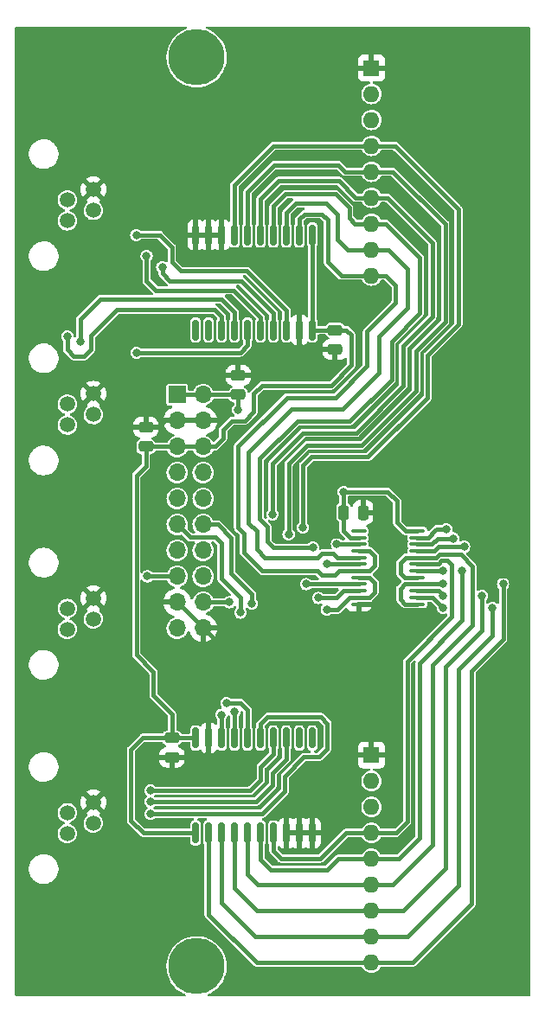
<source format=gbr>
%TF.GenerationSoftware,KiCad,Pcbnew,(6.0.8)*%
%TF.CreationDate,2022-10-14T13:46:08-03:00*%
%TF.ProjectId,epu-interface,6570752d-696e-4746-9572-666163652e6b,rev?*%
%TF.SameCoordinates,Original*%
%TF.FileFunction,Copper,L1,Top*%
%TF.FilePolarity,Positive*%
%FSLAX46Y46*%
G04 Gerber Fmt 4.6, Leading zero omitted, Abs format (unit mm)*
G04 Created by KiCad (PCBNEW (6.0.8)) date 2022-10-14 13:46:08*
%MOMM*%
%LPD*%
G01*
G04 APERTURE LIST*
G04 Aperture macros list*
%AMRoundRect*
0 Rectangle with rounded corners*
0 $1 Rounding radius*
0 $2 $3 $4 $5 $6 $7 $8 $9 X,Y pos of 4 corners*
0 Add a 4 corners polygon primitive as box body*
4,1,4,$2,$3,$4,$5,$6,$7,$8,$9,$2,$3,0*
0 Add four circle primitives for the rounded corners*
1,1,$1+$1,$2,$3*
1,1,$1+$1,$4,$5*
1,1,$1+$1,$6,$7*
1,1,$1+$1,$8,$9*
0 Add four rect primitives between the rounded corners*
20,1,$1+$1,$2,$3,$4,$5,0*
20,1,$1+$1,$4,$5,$6,$7,0*
20,1,$1+$1,$6,$7,$8,$9,0*
20,1,$1+$1,$8,$9,$2,$3,0*%
G04 Aperture macros list end*
%TA.AperFunction,SMDPad,CuDef*%
%ADD10RoundRect,0.150000X0.150000X-0.875000X0.150000X0.875000X-0.150000X0.875000X-0.150000X-0.875000X0*%
%TD*%
%TA.AperFunction,SMDPad,CuDef*%
%ADD11RoundRect,0.250000X0.475000X-0.250000X0.475000X0.250000X-0.475000X0.250000X-0.475000X-0.250000X0*%
%TD*%
%TA.AperFunction,ComponentPad*%
%ADD12C,1.500000*%
%TD*%
%TA.AperFunction,ComponentPad*%
%ADD13C,5.500000*%
%TD*%
%TA.AperFunction,SMDPad,CuDef*%
%ADD14RoundRect,0.100000X-0.637500X-0.100000X0.637500X-0.100000X0.637500X0.100000X-0.637500X0.100000X0*%
%TD*%
%TA.AperFunction,ComponentPad*%
%ADD15R,1.700000X1.700000*%
%TD*%
%TA.AperFunction,ComponentPad*%
%ADD16O,1.700000X1.700000*%
%TD*%
%TA.AperFunction,SMDPad,CuDef*%
%ADD17RoundRect,0.250000X-0.250000X-0.475000X0.250000X-0.475000X0.250000X0.475000X-0.250000X0.475000X0*%
%TD*%
%TA.AperFunction,SMDPad,CuDef*%
%ADD18RoundRect,0.150000X-0.150000X0.875000X-0.150000X-0.875000X0.150000X-0.875000X0.150000X0.875000X0*%
%TD*%
%TA.AperFunction,ComponentPad*%
%ADD19R,1.600000X1.600000*%
%TD*%
%TA.AperFunction,ComponentPad*%
%ADD20O,1.600000X1.600000*%
%TD*%
%TA.AperFunction,ViaPad*%
%ADD21C,0.800000*%
%TD*%
%TA.AperFunction,Conductor*%
%ADD22C,0.400000*%
%TD*%
G04 APERTURE END LIST*
D10*
%TO.P,U2,1,A->B*%
%TO.N,+5V*%
X104285000Y-130880000D03*
%TO.P,U2,2,A0*%
%TO.N,Net-(RN1-Pad9)*%
X105555000Y-130880000D03*
%TO.P,U2,3,A1*%
%TO.N,Net-(RN1-Pad8)*%
X106825000Y-130880000D03*
%TO.P,U2,4,A2*%
%TO.N,Net-(RN1-Pad7)*%
X108095000Y-130880000D03*
%TO.P,U2,5,A3*%
%TO.N,Net-(RN1-Pad6)*%
X109365000Y-130880000D03*
%TO.P,U2,6,A4*%
%TO.N,Net-(RN1-Pad5)*%
X110635000Y-130880000D03*
%TO.P,U2,7,A5*%
%TO.N,Net-(RN1-Pad4)*%
X111905000Y-130880000D03*
%TO.P,U2,8,A6*%
%TO.N,GND*%
X113175000Y-130880000D03*
%TO.P,U2,9,A7*%
X114445000Y-130880000D03*
%TO.P,U2,10,GND*%
X115715000Y-130880000D03*
%TO.P,U2,11,B7*%
%TO.N,unconnected-(U2-Pad11)*%
X115715000Y-121580000D03*
%TO.P,U2,12,B6*%
%TO.N,unconnected-(U2-Pad12)*%
X114445000Y-121580000D03*
%TO.P,U2,13,B5*%
%TO.N,/Halt_I*%
X113175000Y-121580000D03*
%TO.P,U2,14,B4*%
%TO.N,/Enable_I*%
X111905000Y-121580000D03*
%TO.P,U2,15,B3*%
%TO.N,/Start_I*%
X110635000Y-121580000D03*
%TO.P,U2,16,B2*%
%TO.N,/Halt_S*%
X109365000Y-121580000D03*
%TO.P,U2,17,B1*%
%TO.N,/Enable_S*%
X108095000Y-121580000D03*
%TO.P,U2,18,B0*%
%TO.N,/Start_S*%
X106825000Y-121580000D03*
%TO.P,U2,19,CE*%
%TO.N,GND*%
X105555000Y-121580000D03*
%TO.P,U2,20,VCC*%
%TO.N,+5V*%
X104285000Y-121580000D03*
%TD*%
D11*
%TO.P,C5,1*%
%TO.N,GND*%
X117920000Y-83550000D03*
%TO.P,C5,2*%
%TO.N,+5V*%
X117920000Y-81650000D03*
%TD*%
D12*
%TO.P,J2,1*%
%TO.N,/Start_A*%
X91724000Y-70946200D03*
%TO.P,J2,2*%
%TO.N,/Enable_A*%
X94274000Y-69926200D03*
%TO.P,J2,3*%
%TO.N,/Halt_A*%
X91724000Y-68906200D03*
%TO.P,J2,4*%
%TO.N,GND*%
X94274000Y-67886200D03*
%TD*%
%TO.P,J5,1*%
%TO.N,/Start_I*%
X91724000Y-130946200D03*
%TO.P,J5,2*%
%TO.N,/Enable_I*%
X94274000Y-129926200D03*
%TO.P,J5,3*%
%TO.N,/Halt_I*%
X91724000Y-128906200D03*
%TO.P,J5,4*%
%TO.N,GND*%
X94274000Y-127886200D03*
%TD*%
D11*
%TO.P,C1,1*%
%TO.N,+3V3*%
X108440000Y-87980000D03*
%TO.P,C1,2*%
%TO.N,GND*%
X108440000Y-86080000D03*
%TD*%
D12*
%TO.P,J3,1*%
%TO.N,/Start_B*%
X91724000Y-90946200D03*
%TO.P,J3,2*%
%TO.N,/Enable_B*%
X94274000Y-89926200D03*
%TO.P,J3,3*%
%TO.N,/Halt_B*%
X91724000Y-88906200D03*
%TO.P,J3,4*%
%TO.N,GND*%
X94274000Y-87886200D03*
%TD*%
D11*
%TO.P,C2,1*%
%TO.N,+5V*%
X99410000Y-93060000D03*
%TO.P,C2,2*%
%TO.N,GND*%
X99410000Y-91160000D03*
%TD*%
D12*
%TO.P,J4,1*%
%TO.N,/Start_S*%
X91724000Y-110946200D03*
%TO.P,J4,2*%
%TO.N,/Enable_S*%
X94274000Y-109926200D03*
%TO.P,J4,3*%
%TO.N,/Halt_S*%
X91724000Y-108906200D03*
%TO.P,J4,4*%
%TO.N,GND*%
X94274000Y-107886200D03*
%TD*%
D11*
%TO.P,C4,1*%
%TO.N,GND*%
X101970000Y-123473800D03*
%TO.P,C4,2*%
%TO.N,+5V*%
X101970000Y-121573800D03*
%TD*%
D13*
%TO.P,,1*%
%TO.N,N/C*%
X104379000Y-54941200D03*
%TD*%
D14*
%TO.P,U1,1,IRQ*%
%TO.N,unconnected-(U1-Pad1)*%
X120257500Y-101325000D03*
%TO.P,U1,2,VCC*%
%TO.N,+3V3*%
X120257500Y-101975000D03*
%TO.P,U1,3,SI*%
%TO.N,/MOSI*%
X120257500Y-102625000D03*
%TO.P,U1,4,P0*%
%TO.N,Net-(RN2-Pad9)*%
X120257500Y-103275000D03*
%TO.P,U1,5,P1*%
%TO.N,Net-(RN2-Pad8)*%
X120257500Y-103925000D03*
%TO.P,U1,6,P2*%
%TO.N,Net-(RN2-Pad7)*%
X120257500Y-104575000D03*
%TO.P,U1,7,P3*%
%TO.N,Net-(RN2-Pad9)*%
X120257500Y-105225000D03*
%TO.P,U1,8,P4*%
%TO.N,Net-(RN2-Pad6)*%
X120257500Y-105875000D03*
%TO.P,U1,9,P5*%
%TO.N,Net-(RN2-Pad5)*%
X120257500Y-106525000D03*
%TO.P,U1,10,P6*%
%TO.N,Net-(RN2-Pad4)*%
X120257500Y-107175000D03*
%TO.P,U1,11,P7*%
%TO.N,Net-(RN2-Pad6)*%
X120257500Y-107825000D03*
%TO.P,U1,12,GND*%
%TO.N,GND*%
X120257500Y-108475000D03*
%TO.P,U1,13,P8*%
%TO.N,Net-(RN1-Pad9)*%
X125982500Y-108475000D03*
%TO.P,U1,14,P9*%
%TO.N,Net-(RN1-Pad8)*%
X125982500Y-107825000D03*
%TO.P,U1,15,P10*%
%TO.N,Net-(RN1-Pad7)*%
X125982500Y-107175000D03*
%TO.P,U1,16,P11*%
%TO.N,Net-(RN1-Pad9)*%
X125982500Y-106525000D03*
%TO.P,U1,17,P12*%
%TO.N,Net-(RN1-Pad6)*%
X125982500Y-105875000D03*
%TO.P,U1,18,P13*%
%TO.N,Net-(RN1-Pad5)*%
X125982500Y-105225000D03*
%TO.P,U1,19,P14*%
%TO.N,Net-(RN1-Pad4)*%
X125982500Y-104575000D03*
%TO.P,U1,20,P15*%
%TO.N,Net-(RN1-Pad6)*%
X125982500Y-103925000D03*
%TO.P,U1,21,CS*%
%TO.N,/CS*%
X125982500Y-103275000D03*
%TO.P,U1,22,SCL*%
%TO.N,/CLK*%
X125982500Y-102625000D03*
%TO.P,U1,23,SO*%
%TO.N,/MISO*%
X125982500Y-101975000D03*
%TO.P,U1,24,VCCP*%
%TO.N,+3V3*%
X125982500Y-101325000D03*
%TD*%
D15*
%TO.P,J1,1,Pin_1*%
%TO.N,+3V3*%
X102478500Y-87981200D03*
D16*
%TO.P,J1,2,Pin_2*%
X105018500Y-87981200D03*
%TO.P,J1,3,Pin_3*%
%TO.N,GND*%
X102478500Y-90521200D03*
%TO.P,J1,4,Pin_4*%
X105018500Y-90521200D03*
%TO.P,J1,5,Pin_5*%
%TO.N,+5V*%
X102478500Y-93061200D03*
%TO.P,J1,6,Pin_6*%
X105018500Y-93061200D03*
%TO.P,J1,7,Pin_7*%
%TO.N,unconnected-(J1-Pad7)*%
X102478500Y-95601200D03*
%TO.P,J1,8,Pin_8*%
%TO.N,unconnected-(J1-Pad8)*%
X105018500Y-95601200D03*
%TO.P,J1,9,Pin_9*%
%TO.N,unconnected-(J1-Pad9)*%
X102478500Y-98141200D03*
%TO.P,J1,10,Pin_10*%
%TO.N,unconnected-(J1-Pad10)*%
X105018500Y-98141200D03*
%TO.P,J1,11,Pin_11*%
%TO.N,/MISO*%
X102478500Y-100681200D03*
%TO.P,J1,12,Pin_12*%
%TO.N,/MOSI*%
X105018500Y-100681200D03*
%TO.P,J1,13,Pin_13*%
%TO.N,unconnected-(J1-Pad13)*%
X102478500Y-103221200D03*
%TO.P,J1,14,Pin_14*%
%TO.N,unconnected-(J1-Pad14)*%
X105018500Y-103221200D03*
%TO.P,J1,15,Pin_15*%
%TO.N,/CS*%
X102478500Y-105761200D03*
%TO.P,J1,16,Pin_16*%
%TO.N,unconnected-(J1-Pad16)*%
X105018500Y-105761200D03*
%TO.P,J1,17,Pin_17*%
%TO.N,GND*%
X102478500Y-108301200D03*
%TO.P,J1,18,Pin_18*%
%TO.N,/CLK*%
X105018500Y-108301200D03*
%TO.P,J1,19,Pin_19*%
%TO.N,unconnected-(J1-Pad19)*%
X102478500Y-110841200D03*
%TO.P,J1,20,Pin_20*%
%TO.N,GND*%
X105018500Y-110841200D03*
%TD*%
D17*
%TO.P,C3,1*%
%TO.N,+3V3*%
X118760000Y-99510000D03*
%TO.P,C3,2*%
%TO.N,GND*%
X120660000Y-99510000D03*
%TD*%
D13*
%TO.P,,1*%
%TO.N,N/C*%
X104379000Y-143941200D03*
%TD*%
D18*
%TO.P,U3,1,A->B*%
%TO.N,+5V*%
X115715000Y-72350000D03*
%TO.P,U3,2,A0*%
%TO.N,Net-(RN2-Pad9)*%
X114445000Y-72350000D03*
%TO.P,U3,3,A1*%
%TO.N,Net-(RN2-Pad8)*%
X113175000Y-72350000D03*
%TO.P,U3,4,A2*%
%TO.N,Net-(RN2-Pad7)*%
X111905000Y-72350000D03*
%TO.P,U3,5,A3*%
%TO.N,Net-(RN2-Pad6)*%
X110635000Y-72350000D03*
%TO.P,U3,6,A4*%
%TO.N,Net-(RN2-Pad5)*%
X109365000Y-72350000D03*
%TO.P,U3,7,A5*%
%TO.N,Net-(RN2-Pad4)*%
X108095000Y-72350000D03*
%TO.P,U3,8,A6*%
%TO.N,GND*%
X106825000Y-72350000D03*
%TO.P,U3,9,A7*%
X105555000Y-72350000D03*
%TO.P,U3,10,GND*%
X104285000Y-72350000D03*
%TO.P,U3,11,B7*%
%TO.N,unconnected-(U3-Pad11)*%
X104285000Y-81650000D03*
%TO.P,U3,12,B6*%
%TO.N,unconnected-(U3-Pad12)*%
X105555000Y-81650000D03*
%TO.P,U3,13,B5*%
%TO.N,/Halt_B*%
X106825000Y-81650000D03*
%TO.P,U3,14,B4*%
%TO.N,/Enable_B*%
X108095000Y-81650000D03*
%TO.P,U3,15,B3*%
%TO.N,/Start_B*%
X109365000Y-81650000D03*
%TO.P,U3,16,B2*%
%TO.N,/Halt_A*%
X110635000Y-81650000D03*
%TO.P,U3,17,B1*%
%TO.N,/Enable_A*%
X111905000Y-81650000D03*
%TO.P,U3,18,B0*%
%TO.N,/Start_A*%
X113175000Y-81650000D03*
%TO.P,U3,19,CE*%
%TO.N,GND*%
X114445000Y-81650000D03*
%TO.P,U3,20,VCC*%
%TO.N,+5V*%
X115715000Y-81650000D03*
%TD*%
D19*
%TO.P,RN1,1,common*%
%TO.N,GND*%
X121490000Y-123255000D03*
D20*
%TO.P,RN1,2,R1*%
%TO.N,unconnected-(RN1-Pad2)*%
X121490000Y-125795000D03*
%TO.P,RN1,3,R2*%
%TO.N,unconnected-(RN1-Pad3)*%
X121490000Y-128335000D03*
%TO.P,RN1,4,R3*%
%TO.N,Net-(RN1-Pad4)*%
X121490000Y-130875000D03*
%TO.P,RN1,5,R4*%
%TO.N,Net-(RN1-Pad5)*%
X121490000Y-133415000D03*
%TO.P,RN1,6,R5*%
%TO.N,Net-(RN1-Pad6)*%
X121490000Y-135955000D03*
%TO.P,RN1,7,R6*%
%TO.N,Net-(RN1-Pad7)*%
X121490000Y-138495000D03*
%TO.P,RN1,8,R7*%
%TO.N,Net-(RN1-Pad8)*%
X121490000Y-141035000D03*
%TO.P,RN1,9,R8*%
%TO.N,Net-(RN1-Pad9)*%
X121490000Y-143575000D03*
%TD*%
D19*
%TO.P,RN2,1,common*%
%TO.N,GND*%
X121490000Y-56000000D03*
D20*
%TO.P,RN2,2,R1*%
%TO.N,unconnected-(RN2-Pad2)*%
X121490000Y-58540000D03*
%TO.P,RN2,3,R2*%
%TO.N,unconnected-(RN2-Pad3)*%
X121490000Y-61080000D03*
%TO.P,RN2,4,R3*%
%TO.N,Net-(RN2-Pad4)*%
X121490000Y-63620000D03*
%TO.P,RN2,5,R4*%
%TO.N,Net-(RN2-Pad5)*%
X121490000Y-66160000D03*
%TO.P,RN2,6,R5*%
%TO.N,Net-(RN2-Pad6)*%
X121490000Y-68700000D03*
%TO.P,RN2,7,R6*%
%TO.N,Net-(RN2-Pad7)*%
X121490000Y-71240000D03*
%TO.P,RN2,8,R7*%
%TO.N,Net-(RN2-Pad8)*%
X121490000Y-73780000D03*
%TO.P,RN2,9,R8*%
%TO.N,Net-(RN2-Pad9)*%
X121490000Y-76320000D03*
%TD*%
D21*
%TO.N,Net-(RN2-Pad5)*%
X115095000Y-106525000D03*
%TO.N,Net-(RN2-Pad4)*%
X116270000Y-107880000D03*
X114790000Y-100980000D03*
%TO.N,Net-(RN2-Pad5)*%
X113380000Y-101650000D03*
%TO.N,Net-(RN2-Pad6)*%
X117110000Y-109030000D03*
X111810000Y-99680000D03*
%TO.N,Net-(RN2-Pad7)*%
X115750000Y-102950000D03*
X117170000Y-104570000D03*
%TO.N,+3V3*%
X108440000Y-89450000D03*
X118760000Y-97490000D03*
%TO.N,GND*%
X97500000Y-94290000D03*
%TO.N,/MOSI*%
X109780000Y-108410000D03*
%TO.N,/MISO*%
X108660000Y-109320000D03*
%TO.N,/CLK*%
X107588800Y-108301200D03*
%TO.N,/CS*%
X99570000Y-105760000D03*
X130560000Y-102870000D03*
%TO.N,/MISO*%
X128800000Y-101150000D03*
%TO.N,/CLK*%
X129480000Y-102050000D03*
%TO.N,/MOSI*%
X118105000Y-102625000D03*
%TO.N,Net-(RN1-Pad9)*%
X134370000Y-106525000D03*
%TO.N,Net-(RN1-Pad8)*%
X133320000Y-108850000D03*
%TO.N,Net-(RN1-Pad7)*%
X132310000Y-107660000D03*
%TO.N,Net-(RN1-Pad5)*%
X130380000Y-105225000D03*
%TO.N,Net-(RN1-Pad8)*%
X128500000Y-108850000D03*
%TO.N,Net-(RN1-Pad7)*%
X128500000Y-107660000D03*
%TO.N,Net-(RN1-Pad9)*%
X128500000Y-106525000D03*
%TO.N,GND*%
X99090000Y-123473800D03*
X99650000Y-66950000D03*
X99820000Y-108300000D03*
X97500000Y-87886200D03*
%TO.N,/Start_A*%
X98470000Y-72340000D03*
%TO.N,/Enable_A*%
X101020000Y-75480000D03*
%TO.N,/Halt_A*%
X99480000Y-74380000D03*
%TO.N,/Start_B*%
X98500000Y-83860000D03*
%TO.N,/Enable_B*%
X92980000Y-82810000D03*
%TO.N,/Halt_B*%
X91724000Y-82276000D03*
%TO.N,/Start_S*%
X106825000Y-119313800D03*
%TO.N,/Enable_S*%
X108095000Y-119033800D03*
%TO.N,/Halt_S*%
X107295500Y-118151966D03*
%TO.N,/Start_I*%
X99866200Y-129013800D03*
%TO.N,/Enable_I*%
X99866200Y-126740000D03*
%TO.N,/Halt_I*%
X99866200Y-127813800D03*
%TO.N,Net-(RN1-Pad5)*%
X128500000Y-105225000D03*
%TD*%
D22*
%TO.N,GND*%
X102478500Y-90521200D02*
X105018500Y-90521200D01*
%TO.N,Net-(RN2-Pad5)*%
X116445000Y-106525000D02*
X115095000Y-106525000D01*
%TO.N,Net-(RN2-Pad4)*%
X118080000Y-107880000D02*
X116270000Y-107880000D01*
X118090000Y-107870000D02*
X118080000Y-107880000D01*
X118100000Y-107860000D02*
X118090000Y-107870000D01*
X118785000Y-107175000D02*
X118100000Y-107860000D01*
X120257500Y-107175000D02*
X118785000Y-107175000D01*
%TO.N,Net-(RN2-Pad6)*%
X118140000Y-109030000D02*
X119345000Y-107825000D01*
X119345000Y-107825000D02*
X120257500Y-107825000D01*
X117110000Y-109030000D02*
X118140000Y-109030000D01*
%TO.N,Net-(RN2-Pad4)*%
X114790000Y-96180000D02*
X114790000Y-100980000D01*
%TO.N,Net-(RN2-Pad5)*%
X116445000Y-106525000D02*
X120257500Y-106525000D01*
X113380000Y-96010000D02*
X113380000Y-101650000D01*
%TO.N,Net-(RN2-Pad6)*%
X111810000Y-95680000D02*
X111810000Y-99680000D01*
%TO.N,Net-(RN2-Pad7)*%
X111880000Y-102950000D02*
X115750000Y-102950000D01*
X111280000Y-102350000D02*
X111880000Y-102950000D01*
X111280000Y-101750000D02*
X111280000Y-102350000D01*
X111280000Y-100870000D02*
X111280000Y-101750000D01*
X110560000Y-100150000D02*
X111280000Y-100870000D01*
X110560000Y-100000000D02*
X110560000Y-100150000D01*
%TO.N,Net-(RN2-Pad9)*%
X118305000Y-105225000D02*
X120257500Y-105225000D01*
X117890000Y-105640000D02*
X118305000Y-105225000D01*
X116620000Y-105640000D02*
X117890000Y-105640000D01*
X116205000Y-105225000D02*
X116620000Y-105640000D01*
X109020000Y-103470000D02*
X110775000Y-105225000D01*
X109020000Y-101560000D02*
X109020000Y-103470000D01*
X108420000Y-100960000D02*
X109020000Y-101560000D01*
X108420000Y-93030000D02*
X108420000Y-100960000D01*
X117990000Y-88240000D02*
X113210000Y-88240000D01*
X121050000Y-85180000D02*
X117990000Y-88240000D01*
X113210000Y-88240000D02*
X108420000Y-93030000D01*
X123860000Y-78980000D02*
X121050000Y-81790000D01*
X123860000Y-77270000D02*
X123860000Y-78980000D01*
X110775000Y-105225000D02*
X116205000Y-105225000D01*
X122910000Y-76320000D02*
X123860000Y-77270000D01*
X121050000Y-81790000D02*
X121050000Y-85180000D01*
X121490000Y-76320000D02*
X122910000Y-76320000D01*
%TO.N,Net-(RN2-Pad8)*%
X118135000Y-103925000D02*
X120257500Y-103925000D01*
X117750000Y-103540000D02*
X118135000Y-103925000D01*
X116610000Y-103540000D02*
X117750000Y-103540000D01*
X116225000Y-103925000D02*
X116610000Y-103540000D01*
X110250000Y-103140000D02*
X111035000Y-103925000D01*
X110250000Y-101300000D02*
X110250000Y-103140000D01*
X109470000Y-100520000D02*
X110250000Y-101300000D01*
X109470000Y-93630000D02*
X109470000Y-100520000D01*
X118630000Y-89410000D02*
X113690000Y-89410000D01*
X122240000Y-85800000D02*
X118630000Y-89410000D01*
X111035000Y-103925000D02*
X116225000Y-103925000D01*
X122240000Y-82250000D02*
X122240000Y-85800000D01*
X123140000Y-73780000D02*
X124990000Y-75630000D01*
X113690000Y-89410000D02*
X109470000Y-93630000D01*
X121490000Y-73780000D02*
X123140000Y-73780000D01*
X124990000Y-75630000D02*
X124990000Y-79500000D01*
X124990000Y-79500000D02*
X122240000Y-82250000D01*
%TO.N,Net-(RN2-Pad7)*%
X117175000Y-104575000D02*
X117170000Y-104570000D01*
X120257500Y-104575000D02*
X117175000Y-104575000D01*
X110560000Y-96000000D02*
X110560000Y-100000000D01*
%TO.N,+3V3*%
X108440000Y-87980000D02*
X108440000Y-89450000D01*
X123090000Y-97490000D02*
X118760000Y-97490000D01*
X123990000Y-98390000D02*
X123090000Y-97490000D01*
X124835000Y-101325000D02*
X123990000Y-100480000D01*
X125982500Y-101325000D02*
X124835000Y-101325000D01*
X123990000Y-100480000D02*
X123990000Y-98390000D01*
X118760000Y-99510000D02*
X118760000Y-97490000D01*
%TO.N,GND*%
X121995000Y-108475000D02*
X120257500Y-108475000D01*
X123060000Y-107410000D02*
X121995000Y-108475000D01*
X122030000Y-99510000D02*
X123060000Y-100540000D01*
X120660000Y-99510000D02*
X122030000Y-99510000D01*
X123060000Y-100540000D02*
X123060000Y-107410000D01*
%TO.N,+3V3*%
X119415000Y-101975000D02*
X120257500Y-101975000D01*
X118760000Y-101320000D02*
X119415000Y-101975000D01*
X118760000Y-99510000D02*
X118760000Y-101320000D01*
%TO.N,GND*%
X107240000Y-113062700D02*
X105018500Y-110841200D01*
X120360000Y-118440000D02*
X110330000Y-118440000D01*
X107240000Y-115350000D02*
X107240000Y-113062700D01*
X121490000Y-119570000D02*
X120360000Y-118440000D01*
X121490000Y-123255000D02*
X121490000Y-119570000D01*
X110330000Y-118440000D02*
X107240000Y-115350000D01*
X105018500Y-110841200D02*
X102478500Y-108301200D01*
X120257500Y-110022500D02*
X120257500Y-108475000D01*
X119438800Y-110841200D02*
X120257500Y-110022500D01*
X105018500Y-110841200D02*
X119438800Y-110841200D01*
%TO.N,Net-(RN2-Pad4)*%
X114790000Y-94900000D02*
X114790000Y-96180000D01*
X126980000Y-84130000D02*
X126980000Y-88260000D01*
X126980000Y-88260000D02*
X121160000Y-94080000D01*
X129990000Y-81120000D02*
X126980000Y-84130000D01*
X121160000Y-94080000D02*
X115610000Y-94080000D01*
X129990000Y-69790000D02*
X129990000Y-81120000D01*
X115610000Y-94080000D02*
X114790000Y-94900000D01*
X123820000Y-63620000D02*
X129990000Y-69790000D01*
X121490000Y-63620000D02*
X123820000Y-63620000D01*
%TO.N,Net-(RN2-Pad5)*%
X113380000Y-94710000D02*
X113380000Y-96010000D01*
X115160000Y-92930000D02*
X113380000Y-94710000D01*
X128700000Y-80850000D02*
X125840000Y-83710000D01*
X125840000Y-83710000D02*
X125840000Y-87630000D01*
X128700000Y-71270000D02*
X128700000Y-80850000D01*
X123590000Y-66160000D02*
X128700000Y-71270000D01*
X125840000Y-87630000D02*
X120540000Y-92930000D01*
X121490000Y-66160000D02*
X123590000Y-66160000D01*
X120540000Y-92930000D02*
X115160000Y-92930000D01*
%TO.N,Net-(RN2-Pad6)*%
X111810000Y-94720000D02*
X111810000Y-95680000D01*
X119980000Y-91730000D02*
X114800000Y-91730000D01*
X127460000Y-73120000D02*
X127460000Y-80320000D01*
X114800000Y-91730000D02*
X111810000Y-94720000D01*
X123040000Y-68700000D02*
X127460000Y-73120000D01*
X127460000Y-80320000D02*
X124580000Y-83200000D01*
X124580000Y-83200000D02*
X124580000Y-87130000D01*
X121490000Y-68700000D02*
X123040000Y-68700000D01*
X124580000Y-87130000D02*
X119980000Y-91730000D01*
%TO.N,Net-(RN2-Pad7)*%
X110560000Y-94230000D02*
X110560000Y-96000000D01*
X114220000Y-90570000D02*
X110560000Y-94230000D01*
X119360000Y-90570000D02*
X114220000Y-90570000D01*
X123450000Y-86480000D02*
X119360000Y-90570000D01*
X126200000Y-74560000D02*
X126200000Y-80020000D01*
X126200000Y-80020000D02*
X123450000Y-82770000D01*
X122880000Y-71240000D02*
X126200000Y-74560000D01*
X121490000Y-71240000D02*
X122880000Y-71240000D01*
X123450000Y-82770000D02*
X123450000Y-86480000D01*
%TO.N,+5V*%
X119030000Y-81650000D02*
X117920000Y-81650000D01*
X119520000Y-82140000D02*
X119030000Y-81650000D01*
X119520000Y-85080000D02*
X119520000Y-82140000D01*
X117520000Y-87080000D02*
X119520000Y-85080000D01*
X110790000Y-87080000D02*
X117520000Y-87080000D01*
X109060000Y-90530000D02*
X109970000Y-89620000D01*
X109970000Y-89620000D02*
X109970000Y-87900000D01*
X106960000Y-91410000D02*
X107840000Y-90530000D01*
X107840000Y-90530000D02*
X109060000Y-90530000D01*
X106960000Y-92280000D02*
X106960000Y-91410000D01*
X105018500Y-93061200D02*
X106178800Y-93061200D01*
X106178800Y-93061200D02*
X106960000Y-92280000D01*
X109970000Y-87900000D02*
X110790000Y-87080000D01*
%TO.N,Net-(RN2-Pad6)*%
X121285000Y-107825000D02*
X120257500Y-107825000D01*
X121800000Y-107310000D02*
X121285000Y-107825000D01*
X121295000Y-105875000D02*
X121800000Y-106380000D01*
X120257500Y-105875000D02*
X121295000Y-105875000D01*
X121800000Y-106380000D02*
X121800000Y-107310000D01*
%TO.N,Net-(RN2-Pad9)*%
X121295000Y-103275000D02*
X120257500Y-103275000D01*
X121800000Y-104710000D02*
X121800000Y-103780000D01*
X121800000Y-103780000D02*
X121295000Y-103275000D01*
X121285000Y-105225000D02*
X121800000Y-104710000D01*
X120257500Y-105225000D02*
X121285000Y-105225000D01*
%TO.N,GND*%
X97500000Y-87886200D02*
X97500000Y-94290000D01*
X98536200Y-87886200D02*
X97500000Y-87886200D01*
X99410000Y-88760000D02*
X98536200Y-87886200D01*
X99410000Y-91160000D02*
X99410000Y-88760000D01*
X100670000Y-91160000D02*
X99410000Y-91160000D01*
X101308800Y-90521200D02*
X100670000Y-91160000D01*
X102478500Y-90521200D02*
X101308800Y-90521200D01*
%TO.N,/MOSI*%
X109780000Y-107480000D02*
X109780000Y-108410000D01*
X107750000Y-102000000D02*
X107750000Y-105450000D01*
X106431200Y-100681200D02*
X107750000Y-102000000D01*
X105018500Y-100681200D02*
X106431200Y-100681200D01*
X107750000Y-105450000D02*
X109780000Y-107480000D01*
%TO.N,/MISO*%
X106790000Y-106000000D02*
X108660000Y-107870000D01*
X106790000Y-102540000D02*
X106790000Y-106000000D01*
X106200000Y-101950000D02*
X106790000Y-102540000D01*
X108660000Y-107870000D02*
X108660000Y-109320000D01*
X103747300Y-101950000D02*
X106200000Y-101950000D01*
X102478500Y-100681200D02*
X103747300Y-101950000D01*
%TO.N,/CLK*%
X105018500Y-108301200D02*
X107588800Y-108301200D01*
%TO.N,/CS*%
X102477300Y-105760000D02*
X102478500Y-105761200D01*
X99570000Y-105760000D02*
X102477300Y-105760000D01*
X128026573Y-102870000D02*
X130560000Y-102870000D01*
X127621573Y-103275000D02*
X128026573Y-102870000D01*
X125982500Y-103275000D02*
X127621573Y-103275000D01*
%TO.N,/MISO*%
X127870000Y-101150000D02*
X128800000Y-101150000D01*
X127750000Y-101270000D02*
X127870000Y-101150000D01*
X125982500Y-101975000D02*
X127045000Y-101975000D01*
X127045000Y-101975000D02*
X127750000Y-101270000D01*
%TO.N,/CLK*%
X127998045Y-102050000D02*
X129480000Y-102050000D01*
X127423045Y-102625000D02*
X127998045Y-102050000D01*
X125982500Y-102625000D02*
X127423045Y-102625000D01*
%TO.N,Net-(RN1-Pad4)*%
X128018629Y-104575000D02*
X125982500Y-104575000D01*
X128353629Y-104240000D02*
X128018629Y-104575000D01*
X128930000Y-104240000D02*
X128353629Y-104240000D01*
X129330000Y-104640000D02*
X128930000Y-104240000D01*
X129330000Y-109740000D02*
X129330000Y-104640000D01*
X124990000Y-114080000D02*
X129330000Y-109740000D01*
X124990000Y-129800000D02*
X124990000Y-114080000D01*
X121490000Y-130875000D02*
X123915000Y-130875000D01*
X123915000Y-130875000D02*
X124990000Y-129800000D01*
%TO.N,Net-(RN1-Pad6)*%
X127820101Y-103925000D02*
X125982500Y-103925000D01*
X128105101Y-103640000D02*
X127820101Y-103925000D01*
X130230000Y-103640000D02*
X128105101Y-103640000D01*
X131350000Y-110560000D02*
X131350000Y-104760000D01*
X127440000Y-132090000D02*
X127440000Y-114470000D01*
X127440000Y-114470000D02*
X131350000Y-110560000D01*
X131350000Y-104760000D02*
X130230000Y-103640000D01*
X123575000Y-135955000D02*
X127440000Y-132090000D01*
X121490000Y-135955000D02*
X123575000Y-135955000D01*
%TO.N,/MOSI*%
X120257500Y-102625000D02*
X118105000Y-102625000D01*
%TO.N,+5V*%
X99410000Y-94950000D02*
X99410000Y-93060000D01*
X98470000Y-95890000D02*
X99410000Y-94950000D01*
X98470000Y-113460000D02*
X98470000Y-95890000D01*
X100160000Y-115150000D02*
X98470000Y-113460000D01*
X100160000Y-117420000D02*
X100160000Y-115150000D01*
X101970000Y-121573800D02*
X101970000Y-119230000D01*
X101970000Y-119230000D02*
X100160000Y-117420000D01*
X102478500Y-93061200D02*
X105018500Y-93061200D01*
X99411200Y-93061200D02*
X99410000Y-93060000D01*
X102478500Y-93061200D02*
X99411200Y-93061200D01*
%TO.N,GND*%
X117920000Y-85180000D02*
X117920000Y-83550000D01*
X117020000Y-86080000D02*
X117920000Y-85180000D01*
X108440000Y-86080000D02*
X117020000Y-86080000D01*
X97500000Y-87010000D02*
X97500000Y-87886200D01*
X98430000Y-86080000D02*
X97500000Y-87010000D01*
X108440000Y-86080000D02*
X98430000Y-86080000D01*
%TO.N,+3V3*%
X108438800Y-87981200D02*
X108440000Y-87980000D01*
X105018500Y-87981200D02*
X108438800Y-87981200D01*
%TO.N,Net-(RN1-Pad9)*%
X125982500Y-106525000D02*
X128500000Y-106525000D01*
X134370000Y-111930000D02*
X134370000Y-106525000D01*
%TO.N,Net-(RN1-Pad8)*%
X127475000Y-107825000D02*
X128500000Y-108850000D01*
X125982500Y-107825000D02*
X127475000Y-107825000D01*
X133320000Y-111540000D02*
X133320000Y-108850000D01*
%TO.N,Net-(RN1-Pad7)*%
X132310000Y-111030000D02*
X132310000Y-107660000D01*
%TO.N,Net-(RN1-Pad9)*%
X131300000Y-115000000D02*
X134370000Y-111930000D01*
X131300000Y-137810000D02*
X131300000Y-115000000D01*
X125535000Y-143575000D02*
X131300000Y-137810000D01*
X121490000Y-143575000D02*
X125535000Y-143575000D01*
%TO.N,Net-(RN1-Pad8)*%
X129970000Y-114890000D02*
X133320000Y-111540000D01*
X129970000Y-136060000D02*
X129970000Y-114890000D01*
X124995000Y-141035000D02*
X129970000Y-136060000D01*
X121490000Y-141035000D02*
X124995000Y-141035000D01*
%TO.N,Net-(RN1-Pad7)*%
X128700000Y-114640000D02*
X132310000Y-111030000D01*
X128700000Y-134370000D02*
X128700000Y-114640000D01*
X124575000Y-138495000D02*
X128700000Y-134370000D01*
X121490000Y-138495000D02*
X124575000Y-138495000D01*
%TO.N,Net-(RN1-Pad5)*%
X126210000Y-114250000D02*
X130380000Y-110080000D01*
X126210000Y-131360000D02*
X126210000Y-114250000D01*
X124155000Y-133415000D02*
X126210000Y-131360000D01*
X121490000Y-133415000D02*
X124155000Y-133415000D01*
X130380000Y-110080000D02*
X130380000Y-105200000D01*
%TO.N,Net-(RN1-Pad7)*%
X128500000Y-107656371D02*
X128500000Y-107660000D01*
X128018629Y-107175000D02*
X128500000Y-107656371D01*
X125982500Y-107175000D02*
X128018629Y-107175000D01*
%TO.N,Net-(RN1-Pad5)*%
X125982500Y-105225000D02*
X128500000Y-105225000D01*
%TO.N,Net-(RN1-Pad6)*%
X109365000Y-134935000D02*
X109365000Y-130880000D01*
X121490000Y-135955000D02*
X110385000Y-135955000D01*
X110385000Y-135955000D02*
X109365000Y-134935000D01*
%TO.N,Net-(RN1-Pad7)*%
X110275000Y-138495000D02*
X108095000Y-136315000D01*
X108095000Y-136315000D02*
X108095000Y-130880000D01*
X121490000Y-138495000D02*
X110275000Y-138495000D01*
%TO.N,Net-(RN1-Pad8)*%
X110135000Y-141035000D02*
X121490000Y-141035000D01*
X106825000Y-130880000D02*
X106825000Y-137725000D01*
X106825000Y-137725000D02*
X110135000Y-141035000D01*
%TO.N,Net-(RN1-Pad9)*%
X110255000Y-143575000D02*
X121490000Y-143575000D01*
X105555000Y-130880000D02*
X105555000Y-138875000D01*
X105555000Y-138875000D02*
X110255000Y-143575000D01*
%TO.N,+5V*%
X115715000Y-72350000D02*
X115715000Y-81650000D01*
X97940000Y-129650000D02*
X97940000Y-122710000D01*
X104285000Y-121580000D02*
X101976200Y-121580000D01*
X104285000Y-130880000D02*
X99170000Y-130880000D01*
X99170000Y-130880000D02*
X97940000Y-129650000D01*
X97940000Y-122710000D02*
X99076200Y-121573800D01*
X99076200Y-121573800D02*
X101970000Y-121573800D01*
X115715000Y-81650000D02*
X117920000Y-81650000D01*
%TO.N,GND*%
X105555000Y-73785000D02*
X106560000Y-74790000D01*
X114950000Y-83550000D02*
X117920000Y-83550000D01*
X114445000Y-79205000D02*
X114445000Y-81650000D01*
X115715000Y-130880000D02*
X116920000Y-130880000D01*
X99090000Y-123473800D02*
X101970000Y-123473800D01*
X118760000Y-56000000D02*
X117840000Y-56920000D01*
X101970000Y-123473800D02*
X104990000Y-123473800D01*
X104990000Y-123473800D02*
X105555000Y-122908800D01*
X105018500Y-115678500D02*
X105555000Y-116215000D01*
X102000000Y-67970000D02*
X102000000Y-71350000D01*
X116020000Y-62260000D02*
X110690000Y-62260000D01*
X102477300Y-108300000D02*
X102478500Y-108301200D01*
X118220000Y-125050000D02*
X120015000Y-123255000D01*
X103000000Y-72350000D02*
X104285000Y-72350000D01*
X102000000Y-71350000D02*
X103000000Y-72350000D01*
X118220000Y-129580000D02*
X118220000Y-125050000D01*
X105555000Y-116215000D02*
X105555000Y-121580000D01*
X116920000Y-130880000D02*
X118220000Y-129580000D01*
X100980000Y-66950000D02*
X102000000Y-67970000D01*
X115715000Y-130880000D02*
X113175000Y-130880000D01*
X99650000Y-66950000D02*
X100980000Y-66950000D01*
X105555000Y-67395000D02*
X105555000Y-72350000D01*
X117840000Y-56920000D02*
X117840000Y-60440000D01*
X105018500Y-110841200D02*
X105018500Y-115678500D01*
X114445000Y-83045000D02*
X114950000Y-83550000D01*
X110690000Y-62260000D02*
X105555000Y-67395000D01*
X105555000Y-122908800D02*
X105555000Y-121580000D01*
X114445000Y-81650000D02*
X114445000Y-83045000D01*
X117840000Y-60440000D02*
X116020000Y-62260000D01*
X106560000Y-74790000D02*
X110030000Y-74790000D01*
X99820000Y-108300000D02*
X102477300Y-108300000D01*
X110030000Y-74790000D02*
X114445000Y-79205000D01*
X105555000Y-72350000D02*
X105555000Y-73785000D01*
X120015000Y-123255000D02*
X121490000Y-123255000D01*
X121490000Y-56000000D02*
X118760000Y-56000000D01*
X104285000Y-72350000D02*
X106825000Y-72350000D01*
%TO.N,+3V3*%
X102478500Y-87981200D02*
X105018500Y-87981200D01*
%TO.N,/Start_A*%
X109290000Y-75860000D02*
X102800000Y-75860000D01*
X102800000Y-75860000D02*
X101950000Y-75010000D01*
X101950000Y-73520000D02*
X100770000Y-72340000D01*
X101950000Y-75010000D02*
X101950000Y-73520000D01*
X100770000Y-72340000D02*
X98470000Y-72340000D01*
X113175000Y-81650000D02*
X113175000Y-79745000D01*
X113175000Y-79745000D02*
X109290000Y-75860000D01*
%TO.N,/Enable_A*%
X101760000Y-76820000D02*
X108730000Y-76820000D01*
X101020000Y-76080000D02*
X101760000Y-76820000D01*
X111905000Y-79995000D02*
X111905000Y-81650000D01*
X108730000Y-76820000D02*
X111905000Y-79995000D01*
X101020000Y-75480000D02*
X101020000Y-76080000D01*
%TO.N,/Halt_A*%
X99480000Y-76850000D02*
X99480000Y-74380000D01*
X110635000Y-80365000D02*
X108020000Y-77750000D01*
X110635000Y-81650000D02*
X110635000Y-80365000D01*
X100380000Y-77750000D02*
X99480000Y-76850000D01*
X108020000Y-77750000D02*
X100380000Y-77750000D01*
%TO.N,/Start_B*%
X98500000Y-83860000D02*
X108640000Y-83860000D01*
X108640000Y-83860000D02*
X109365000Y-83135000D01*
X109365000Y-83135000D02*
X109365000Y-81650000D01*
%TO.N,/Enable_B*%
X106830000Y-78620000D02*
X94930000Y-78620000D01*
X108095000Y-79885000D02*
X106830000Y-78620000D01*
X94930000Y-78620000D02*
X92980000Y-80570000D01*
X108095000Y-81650000D02*
X108095000Y-79885000D01*
X92980000Y-80570000D02*
X92980000Y-82810000D01*
%TO.N,/Halt_B*%
X93380000Y-84210000D02*
X92360000Y-84210000D01*
X96590000Y-79650000D02*
X94030000Y-82210000D01*
X106825000Y-80325000D02*
X106150000Y-79650000D01*
X92360000Y-84210000D02*
X91724000Y-83574000D01*
X94030000Y-83560000D02*
X93380000Y-84210000D01*
X106825000Y-81650000D02*
X106825000Y-80325000D01*
X106150000Y-79650000D02*
X96590000Y-79650000D01*
X94030000Y-82210000D02*
X94030000Y-83560000D01*
X91724000Y-83574000D02*
X91724000Y-82276000D01*
%TO.N,/Start_S*%
X106825000Y-121580000D02*
X106825000Y-119313800D01*
%TO.N,/Enable_S*%
X108095000Y-121580000D02*
X108095000Y-119033800D01*
%TO.N,/Halt_S*%
X108648166Y-118151966D02*
X109365000Y-118868800D01*
X109365000Y-118868800D02*
X109365000Y-121580000D01*
X107295500Y-118151966D02*
X108648166Y-118151966D01*
%TO.N,/Start_I*%
X117160000Y-120163800D02*
X116530000Y-119533800D01*
X116370000Y-123443800D02*
X117160000Y-122653800D01*
X113010000Y-125323800D02*
X114890000Y-123443800D01*
X111330000Y-119533800D02*
X110635000Y-120228800D01*
X117160000Y-122653800D02*
X117160000Y-120163800D01*
X113010000Y-126773800D02*
X113010000Y-125323800D01*
X116530000Y-119533800D02*
X111330000Y-119533800D01*
X110770000Y-129013800D02*
X113010000Y-126773800D01*
X110635000Y-120228800D02*
X110635000Y-121580000D01*
X99860000Y-129013800D02*
X110770000Y-129013800D01*
X114890000Y-123443800D02*
X116370000Y-123443800D01*
%TO.N,/Enable_I*%
X110660000Y-124403800D02*
X111905000Y-123158800D01*
X110660000Y-125723800D02*
X110660000Y-124403800D01*
X99866200Y-126740000D02*
X109643800Y-126740000D01*
X111905000Y-123158800D02*
X111905000Y-121580000D01*
X109643800Y-126740000D02*
X110660000Y-125723800D01*
%TO.N,/Halt_I*%
X110220000Y-127813800D02*
X99866200Y-127813800D01*
X113175000Y-123648800D02*
X111830000Y-124993800D01*
X111830000Y-124993800D02*
X111830000Y-126203800D01*
X113175000Y-121580000D02*
X113175000Y-123648800D01*
X111830000Y-126203800D02*
X110220000Y-127813800D01*
%TO.N,Net-(RN1-Pad4)*%
X116500000Y-133390000D02*
X112670000Y-133390000D01*
X121490000Y-130875000D02*
X119015000Y-130875000D01*
X111905000Y-132625000D02*
X111905000Y-130880000D01*
X112670000Y-133390000D02*
X111905000Y-132625000D01*
X119015000Y-130875000D02*
X116500000Y-133390000D01*
%TO.N,Net-(RN1-Pad5)*%
X110635000Y-130880000D02*
X110635000Y-133465000D01*
X118265000Y-133415000D02*
X121490000Y-133415000D01*
X110635000Y-133465000D02*
X111670000Y-134500000D01*
X117180000Y-134500000D02*
X118265000Y-133415000D01*
X111670000Y-134500000D02*
X117180000Y-134500000D01*
%TO.N,Net-(RN1-Pad6)*%
X124825000Y-103925000D02*
X124320000Y-104430000D01*
X124320000Y-104430000D02*
X124320000Y-105440000D01*
X124755000Y-105875000D02*
X125982500Y-105875000D01*
X125982500Y-103925000D02*
X124825000Y-103925000D01*
X124320000Y-105440000D02*
X124755000Y-105875000D01*
%TO.N,Net-(RN1-Pad9)*%
X124300000Y-106980000D02*
X124300000Y-107980000D01*
X124795000Y-108475000D02*
X125982500Y-108475000D01*
X124300000Y-107980000D02*
X124795000Y-108475000D01*
X124755000Y-106525000D02*
X124300000Y-106980000D01*
X125982500Y-106525000D02*
X124755000Y-106525000D01*
%TO.N,Net-(RN2-Pad4)*%
X108070000Y-67420000D02*
X108070000Y-72325000D01*
X121490000Y-63620000D02*
X111870000Y-63620000D01*
X108070000Y-72325000D02*
X108095000Y-72350000D01*
X111870000Y-63620000D02*
X108070000Y-67420000D01*
%TO.N,Net-(RN2-Pad5)*%
X109365000Y-68105000D02*
X109365000Y-72350000D01*
X118890000Y-66160000D02*
X118220000Y-65490000D01*
X118220000Y-65490000D02*
X111980000Y-65490000D01*
X121490000Y-66160000D02*
X118890000Y-66160000D01*
X111980000Y-65490000D02*
X109365000Y-68105000D01*
%TO.N,Net-(RN2-Pad6)*%
X119960000Y-68700000D02*
X118290000Y-67030000D01*
X118290000Y-67030000D02*
X112430000Y-67030000D01*
X121490000Y-68700000D02*
X119960000Y-68700000D01*
X112430000Y-67030000D02*
X110635000Y-68825000D01*
X110635000Y-68825000D02*
X110635000Y-72350000D01*
%TO.N,Net-(RN2-Pad7)*%
X119880000Y-71240000D02*
X121490000Y-71240000D01*
X113090000Y-68340000D02*
X117960000Y-68340000D01*
X119300000Y-70660000D02*
X119880000Y-71240000D01*
X111905000Y-72350000D02*
X111905000Y-69525000D01*
X119300000Y-69680000D02*
X119300000Y-70660000D01*
X111905000Y-69525000D02*
X113090000Y-68340000D01*
X117960000Y-68340000D02*
X119300000Y-69680000D01*
%TO.N,Net-(RN2-Pad8)*%
X113175000Y-72350000D02*
X113175000Y-70135000D01*
X114070000Y-69240000D02*
X117060000Y-69240000D01*
X119170000Y-73780000D02*
X121490000Y-73780000D01*
X113175000Y-70135000D02*
X114070000Y-69240000D01*
X118180000Y-70360000D02*
X118180000Y-72790000D01*
X118180000Y-72790000D02*
X119170000Y-73780000D01*
X117060000Y-69240000D02*
X118180000Y-70360000D01*
%TO.N,Net-(RN2-Pad9)*%
X116620000Y-70290000D02*
X117210000Y-70880000D01*
X118560000Y-76320000D02*
X121490000Y-76320000D01*
X114445000Y-72350000D02*
X114445000Y-70785000D01*
X117210000Y-74970000D02*
X118560000Y-76320000D01*
X114940000Y-70290000D02*
X116620000Y-70290000D01*
X114445000Y-70785000D02*
X114940000Y-70290000D01*
X117210000Y-70880000D02*
X117210000Y-74970000D01*
%TD*%
%TA.AperFunction,Conductor*%
%TO.N,GND*%
G36*
X103405209Y-51940002D02*
G01*
X103451702Y-51993658D01*
X103461806Y-52063932D01*
X103432312Y-52128512D01*
X103377901Y-52165207D01*
X103265723Y-52203614D01*
X103265718Y-52203616D01*
X103262292Y-52204789D01*
X102955177Y-52351276D01*
X102666934Y-52532090D01*
X102664098Y-52534362D01*
X102664091Y-52534367D01*
X102509760Y-52658009D01*
X102401384Y-52744835D01*
X102162047Y-52986693D01*
X102159811Y-52989545D01*
X102159809Y-52989547D01*
X101954331Y-53251603D01*
X101952094Y-53254456D01*
X101774308Y-53544576D01*
X101772783Y-53547861D01*
X101772781Y-53547865D01*
X101663394Y-53783520D01*
X101631046Y-53853208D01*
X101524206Y-54176260D01*
X101455206Y-54509452D01*
X101424958Y-54848366D01*
X101425053Y-54851996D01*
X101425053Y-54851997D01*
X101432818Y-55148514D01*
X101433865Y-55188510D01*
X101481809Y-55525376D01*
X101568152Y-55854500D01*
X101691753Y-56171518D01*
X101850971Y-56472229D01*
X101853021Y-56475212D01*
X101853023Y-56475215D01*
X102041640Y-56749655D01*
X102041646Y-56749662D01*
X102043697Y-56752647D01*
X102267376Y-57009055D01*
X102519044Y-57238055D01*
X102521992Y-57240173D01*
X102521994Y-57240175D01*
X102603133Y-57298479D01*
X102795364Y-57436611D01*
X103092674Y-57602092D01*
X103407035Y-57732304D01*
X103410529Y-57733299D01*
X103410531Y-57733300D01*
X103730777Y-57824525D01*
X103730782Y-57824526D01*
X103734278Y-57825522D01*
X103927204Y-57857115D01*
X104066485Y-57879923D01*
X104066492Y-57879924D01*
X104070066Y-57880509D01*
X104240007Y-57888523D01*
X104406322Y-57896367D01*
X104406323Y-57896367D01*
X104409949Y-57896538D01*
X104419272Y-57895902D01*
X104745791Y-57873643D01*
X104745799Y-57873642D01*
X104749422Y-57873395D01*
X104752998Y-57872732D01*
X104753000Y-57872732D01*
X105080421Y-57812048D01*
X105080425Y-57812047D01*
X105083986Y-57811387D01*
X105409205Y-57711337D01*
X105720769Y-57574570D01*
X106014549Y-57402899D01*
X106114302Y-57328002D01*
X106283743Y-57200782D01*
X106283747Y-57200779D01*
X106286650Y-57198599D01*
X106533467Y-56964379D01*
X106633560Y-56844669D01*
X120182001Y-56844669D01*
X120182371Y-56851490D01*
X120187895Y-56902352D01*
X120191521Y-56917604D01*
X120236676Y-57038054D01*
X120245214Y-57053649D01*
X120321715Y-57155724D01*
X120334276Y-57168285D01*
X120436351Y-57244786D01*
X120451946Y-57253324D01*
X120572394Y-57298478D01*
X120587649Y-57302105D01*
X120638514Y-57307631D01*
X120645328Y-57308000D01*
X121257866Y-57308000D01*
X121325987Y-57328002D01*
X121372480Y-57381658D01*
X121382584Y-57451932D01*
X121353090Y-57516512D01*
X121293445Y-57554871D01*
X121113393Y-57607864D01*
X121107928Y-57610721D01*
X120944972Y-57695912D01*
X120944968Y-57695915D01*
X120939512Y-57698767D01*
X120934712Y-57702627D01*
X120934711Y-57702627D01*
X120923878Y-57711337D01*
X120786600Y-57821711D01*
X120660480Y-57972016D01*
X120657516Y-57977408D01*
X120657513Y-57977412D01*
X120578813Y-58120567D01*
X120565956Y-58143954D01*
X120506628Y-58330978D01*
X120484757Y-58525963D01*
X120501175Y-58721483D01*
X120555258Y-58910091D01*
X120558076Y-58915574D01*
X120642123Y-59079113D01*
X120642126Y-59079117D01*
X120644944Y-59084601D01*
X120766818Y-59238369D01*
X120916238Y-59365535D01*
X120921616Y-59368541D01*
X120921618Y-59368542D01*
X120957932Y-59388837D01*
X121087513Y-59461257D01*
X121274118Y-59521889D01*
X121468946Y-59545121D01*
X121475081Y-59544649D01*
X121475083Y-59544649D01*
X121658434Y-59530541D01*
X121658438Y-59530540D01*
X121664576Y-59530068D01*
X121853556Y-59477303D01*
X122028689Y-59388837D01*
X122058515Y-59365535D01*
X122178453Y-59271829D01*
X122183303Y-59268040D01*
X122213084Y-59233539D01*
X122307485Y-59124173D01*
X122307485Y-59124172D01*
X122311509Y-59119511D01*
X122408425Y-58948909D01*
X122470358Y-58762732D01*
X122494949Y-58568071D01*
X122495341Y-58540000D01*
X122476194Y-58344728D01*
X122474413Y-58338829D01*
X122474412Y-58338824D01*
X122421265Y-58162793D01*
X122419484Y-58156894D01*
X122327370Y-57983653D01*
X122203361Y-57831602D01*
X122052180Y-57706535D01*
X121879585Y-57613213D01*
X121692152Y-57555193D01*
X121692671Y-57553517D01*
X121637320Y-57524123D01*
X121602574Y-57462211D01*
X121606816Y-57391341D01*
X121648699Y-57334015D01*
X121714927Y-57308433D01*
X121725375Y-57307999D01*
X122334669Y-57307999D01*
X122341490Y-57307629D01*
X122392352Y-57302105D01*
X122407604Y-57298479D01*
X122528054Y-57253324D01*
X122543649Y-57244786D01*
X122645724Y-57168285D01*
X122658285Y-57155724D01*
X122734786Y-57053649D01*
X122743324Y-57038054D01*
X122788478Y-56917606D01*
X122792105Y-56902351D01*
X122797631Y-56851486D01*
X122798000Y-56844672D01*
X122798000Y-56272115D01*
X122793525Y-56256876D01*
X122792135Y-56255671D01*
X122784452Y-56254000D01*
X120200116Y-56254000D01*
X120184877Y-56258475D01*
X120183672Y-56259865D01*
X120182001Y-56267548D01*
X120182001Y-56844669D01*
X106633560Y-56844669D01*
X106751727Y-56703343D01*
X106901579Y-56475215D01*
X106936551Y-56421976D01*
X106936556Y-56421967D01*
X106938538Y-56418950D01*
X107020659Y-56255671D01*
X107089797Y-56118207D01*
X107089800Y-56118199D01*
X107091424Y-56114971D01*
X107188028Y-55850988D01*
X107207110Y-55798845D01*
X107207113Y-55798835D01*
X107208358Y-55795433D01*
X107209203Y-55791911D01*
X107209206Y-55791903D01*
X107224575Y-55727885D01*
X120182000Y-55727885D01*
X120186475Y-55743124D01*
X120187865Y-55744329D01*
X120195548Y-55746000D01*
X121217885Y-55746000D01*
X121233124Y-55741525D01*
X121234329Y-55740135D01*
X121236000Y-55732452D01*
X121236000Y-55727885D01*
X121744000Y-55727885D01*
X121748475Y-55743124D01*
X121749865Y-55744329D01*
X121757548Y-55746000D01*
X122779884Y-55746000D01*
X122795123Y-55741525D01*
X122796328Y-55740135D01*
X122797999Y-55732452D01*
X122797999Y-55155331D01*
X122797629Y-55148510D01*
X122792105Y-55097648D01*
X122788479Y-55082396D01*
X122743324Y-54961946D01*
X122734786Y-54946351D01*
X122658285Y-54844276D01*
X122645724Y-54831715D01*
X122543649Y-54755214D01*
X122528054Y-54746676D01*
X122407606Y-54701522D01*
X122392351Y-54697895D01*
X122341486Y-54692369D01*
X122334672Y-54692000D01*
X121762115Y-54692000D01*
X121746876Y-54696475D01*
X121745671Y-54697865D01*
X121744000Y-54705548D01*
X121744000Y-55727885D01*
X121236000Y-55727885D01*
X121236000Y-54710116D01*
X121231525Y-54694877D01*
X121230135Y-54693672D01*
X121222452Y-54692001D01*
X120645331Y-54692001D01*
X120638510Y-54692371D01*
X120587648Y-54697895D01*
X120572396Y-54701521D01*
X120451946Y-54746676D01*
X120436351Y-54755214D01*
X120334276Y-54831715D01*
X120321715Y-54844276D01*
X120245214Y-54946351D01*
X120236676Y-54961946D01*
X120191522Y-55082394D01*
X120187895Y-55097649D01*
X120182369Y-55148514D01*
X120182000Y-55155328D01*
X120182000Y-55727885D01*
X107224575Y-55727885D01*
X107286943Y-55468103D01*
X107286944Y-55468099D01*
X107287790Y-55464574D01*
X107320763Y-55192101D01*
X107328332Y-55129556D01*
X107328333Y-55129549D01*
X107328668Y-55126777D01*
X107329584Y-55097649D01*
X107334412Y-54943997D01*
X107334500Y-54941200D01*
X107329147Y-54848366D01*
X107315122Y-54605123D01*
X107315121Y-54605118D01*
X107314913Y-54601503D01*
X107256412Y-54266309D01*
X107230793Y-54179818D01*
X107160805Y-53943545D01*
X107159773Y-53940060D01*
X107122728Y-53853208D01*
X107027699Y-53630418D01*
X107026276Y-53627081D01*
X106857691Y-53331519D01*
X106656252Y-53057293D01*
X106424629Y-52808038D01*
X106421875Y-52805686D01*
X106421871Y-52805682D01*
X106326831Y-52724510D01*
X106165893Y-52587056D01*
X106162890Y-52585038D01*
X106162882Y-52585032D01*
X105987072Y-52466894D01*
X105883472Y-52397277D01*
X105581110Y-52241216D01*
X105376408Y-52163866D01*
X105319755Y-52121076D01*
X105295230Y-52054450D01*
X105310618Y-51985142D01*
X105361035Y-51935155D01*
X105420946Y-51920000D01*
X136873000Y-51920000D01*
X136941121Y-51940002D01*
X136987614Y-51993658D01*
X136999000Y-52046000D01*
X136999000Y-146783946D01*
X136978998Y-146852067D01*
X136925342Y-146898560D01*
X136872950Y-146909946D01*
X105585508Y-146897528D01*
X105517396Y-146877499D01*
X105470925Y-146823825D01*
X105460849Y-146753547D01*
X105490367Y-146688978D01*
X105534913Y-146656155D01*
X105717441Y-146576031D01*
X105717443Y-146576030D01*
X105720769Y-146574570D01*
X106014549Y-146402899D01*
X106017458Y-146400715D01*
X106283743Y-146200782D01*
X106283747Y-146200779D01*
X106286650Y-146198599D01*
X106533467Y-145964379D01*
X106751727Y-145703343D01*
X106901579Y-145475215D01*
X106936551Y-145421976D01*
X106936556Y-145421967D01*
X106938538Y-145418950D01*
X107064685Y-145168136D01*
X107089797Y-145118207D01*
X107089800Y-145118199D01*
X107091424Y-145114971D01*
X107188028Y-144850988D01*
X107207110Y-144798845D01*
X107207113Y-144798835D01*
X107208358Y-144795433D01*
X107209203Y-144791911D01*
X107209206Y-144791903D01*
X107286943Y-144468103D01*
X107286944Y-144468099D01*
X107287790Y-144464574D01*
X107307338Y-144303040D01*
X107328332Y-144129556D01*
X107328333Y-144129549D01*
X107328668Y-144126777D01*
X107334500Y-143941200D01*
X107331000Y-143880491D01*
X107315122Y-143605123D01*
X107315121Y-143605118D01*
X107314913Y-143601503D01*
X107256412Y-143266309D01*
X107230793Y-143179818D01*
X107179606Y-143007016D01*
X107159773Y-142940060D01*
X107128441Y-142866602D01*
X107036539Y-142651143D01*
X107026276Y-142627081D01*
X107004869Y-142589549D01*
X106859482Y-142334659D01*
X106857691Y-142331519D01*
X106656252Y-142057293D01*
X106564133Y-141958161D01*
X106427101Y-141810698D01*
X106427099Y-141810697D01*
X106424629Y-141808038D01*
X106421875Y-141805686D01*
X106421871Y-141805682D01*
X106326831Y-141724510D01*
X106165893Y-141587056D01*
X106162890Y-141585038D01*
X106162882Y-141585032D01*
X105970120Y-141455502D01*
X105883472Y-141397277D01*
X105581110Y-141241216D01*
X105262815Y-141120943D01*
X104932805Y-141038050D01*
X104790627Y-141019332D01*
X104599059Y-140994111D01*
X104599051Y-140994110D01*
X104595455Y-140993637D01*
X104453428Y-140991406D01*
X104258879Y-140988349D01*
X104258875Y-140988349D01*
X104255237Y-140988292D01*
X104251623Y-140988653D01*
X104251617Y-140988653D01*
X104014277Y-141012343D01*
X103916658Y-141022087D01*
X103584207Y-141094573D01*
X103580780Y-141095746D01*
X103580774Y-141095748D01*
X103265718Y-141203616D01*
X103262292Y-141204789D01*
X102955177Y-141351276D01*
X102952098Y-141353207D01*
X102952097Y-141353208D01*
X102920490Y-141373035D01*
X102666934Y-141532090D01*
X102664098Y-141534362D01*
X102664091Y-141534367D01*
X102570743Y-141609153D01*
X102401384Y-141744835D01*
X102162047Y-141986693D01*
X102159811Y-141989545D01*
X102159809Y-141989547D01*
X101954331Y-142251603D01*
X101952094Y-142254456D01*
X101774308Y-142544576D01*
X101772783Y-142547861D01*
X101772781Y-142547865D01*
X101729493Y-142641122D01*
X101631046Y-142853208D01*
X101524206Y-143176260D01*
X101455206Y-143509452D01*
X101424958Y-143848366D01*
X101425053Y-143851996D01*
X101425053Y-143851997D01*
X101432175Y-144123986D01*
X101433865Y-144188510D01*
X101481809Y-144525376D01*
X101568152Y-144854500D01*
X101691753Y-145171518D01*
X101850971Y-145472229D01*
X101853021Y-145475212D01*
X101853023Y-145475215D01*
X102041640Y-145749655D01*
X102041646Y-145749662D01*
X102043697Y-145752647D01*
X102267376Y-146009055D01*
X102519044Y-146238055D01*
X102795364Y-146436611D01*
X103092674Y-146602092D01*
X103096023Y-146603479D01*
X103218378Y-146654160D01*
X103273659Y-146698708D01*
X103296080Y-146766072D01*
X103278522Y-146834863D01*
X103226560Y-146883241D01*
X103170110Y-146896569D01*
X92318609Y-146892262D01*
X86730950Y-146890044D01*
X86662837Y-146870015D01*
X86616366Y-146816341D01*
X86605000Y-146764044D01*
X86605000Y-134517729D01*
X87952074Y-134517729D01*
X87988153Y-134753502D01*
X88062255Y-134980218D01*
X88064643Y-134984806D01*
X88064645Y-134984810D01*
X88138721Y-135127109D01*
X88172390Y-135191786D01*
X88175493Y-135195919D01*
X88175495Y-135195922D01*
X88312497Y-135378390D01*
X88315602Y-135382525D01*
X88346767Y-135412307D01*
X88427232Y-135489201D01*
X88488042Y-135547313D01*
X88685082Y-135681725D01*
X88793255Y-135731937D01*
X88896733Y-135779970D01*
X88896736Y-135779971D01*
X88901428Y-135782149D01*
X89131272Y-135845891D01*
X89136409Y-135846440D01*
X89322651Y-135866344D01*
X89322659Y-135866344D01*
X89325986Y-135866700D01*
X89464463Y-135866700D01*
X89467036Y-135866488D01*
X89467047Y-135866488D01*
X89636565Y-135852551D01*
X89636571Y-135852550D01*
X89641716Y-135852127D01*
X89757382Y-135823074D01*
X89868037Y-135795280D01*
X89868041Y-135795279D01*
X89873048Y-135794021D01*
X89877781Y-135791963D01*
X89877784Y-135791962D01*
X90087047Y-135700972D01*
X90087050Y-135700970D01*
X90091784Y-135698912D01*
X90292049Y-135569355D01*
X90308375Y-135554500D01*
X90464642Y-135412307D01*
X90464643Y-135412305D01*
X90468464Y-135408829D01*
X90471663Y-135404778D01*
X90471667Y-135404774D01*
X90613091Y-135225700D01*
X90613093Y-135225696D01*
X90616293Y-135221645D01*
X90731564Y-135012831D01*
X90733322Y-135007868D01*
X90809459Y-134792863D01*
X90809460Y-134792861D01*
X90811183Y-134787994D01*
X90844759Y-134599502D01*
X90852106Y-134558260D01*
X90852106Y-134558256D01*
X90853012Y-134553172D01*
X90854913Y-134397618D01*
X90855863Y-134319840D01*
X90855863Y-134319838D01*
X90855926Y-134314671D01*
X90819847Y-134078898D01*
X90745745Y-133852182D01*
X90728149Y-133818379D01*
X90637999Y-133645203D01*
X90637998Y-133645202D01*
X90635610Y-133640614D01*
X90610147Y-133606700D01*
X90495503Y-133454010D01*
X90495501Y-133454008D01*
X90492398Y-133449875D01*
X90319958Y-133285087D01*
X90303266Y-133273700D01*
X90127197Y-133153594D01*
X90122918Y-133150675D01*
X89985634Y-133086950D01*
X89911267Y-133052430D01*
X89911264Y-133052429D01*
X89906572Y-133050251D01*
X89676728Y-132986509D01*
X89671591Y-132985960D01*
X89485349Y-132966056D01*
X89485341Y-132966056D01*
X89482014Y-132965700D01*
X89343537Y-132965700D01*
X89340964Y-132965912D01*
X89340953Y-132965912D01*
X89171435Y-132979849D01*
X89171429Y-132979850D01*
X89166284Y-132980273D01*
X89090693Y-132999260D01*
X88939963Y-133037120D01*
X88939959Y-133037121D01*
X88934952Y-133038379D01*
X88930219Y-133040437D01*
X88930216Y-133040438D01*
X88720953Y-133131428D01*
X88720950Y-133131430D01*
X88716216Y-133133488D01*
X88515951Y-133263045D01*
X88512128Y-133266524D01*
X88512125Y-133266526D01*
X88343358Y-133420093D01*
X88339536Y-133423571D01*
X88336337Y-133427622D01*
X88336333Y-133427626D01*
X88240199Y-133549353D01*
X88191707Y-133610755D01*
X88076436Y-133819569D01*
X88074712Y-133824438D01*
X88074710Y-133824442D01*
X88016383Y-133989153D01*
X87996817Y-134044406D01*
X87990673Y-134078898D01*
X87957730Y-134263837D01*
X87954988Y-134279228D01*
X87954925Y-134284391D01*
X87952468Y-134485512D01*
X87952074Y-134517729D01*
X86605000Y-134517729D01*
X86605000Y-130932865D01*
X90768994Y-130932865D01*
X90784592Y-131118614D01*
X90786291Y-131124539D01*
X90833711Y-131289913D01*
X90835971Y-131297795D01*
X90838790Y-131303280D01*
X90916513Y-131454511D01*
X90921176Y-131463585D01*
X91036959Y-131609668D01*
X91178912Y-131730479D01*
X91341627Y-131821417D01*
X91518907Y-131879019D01*
X91703998Y-131901090D01*
X91710133Y-131900618D01*
X91710135Y-131900618D01*
X91883710Y-131887262D01*
X91883715Y-131887261D01*
X91889851Y-131886789D01*
X91895781Y-131885133D01*
X91895783Y-131885133D01*
X92063459Y-131838317D01*
X92063458Y-131838317D01*
X92069387Y-131836662D01*
X92235768Y-131752617D01*
X92260255Y-131733486D01*
X92377794Y-131641654D01*
X92377795Y-131641653D01*
X92382655Y-131637856D01*
X92504454Y-131496750D01*
X92596526Y-131334674D01*
X92655364Y-131157801D01*
X92678727Y-130972868D01*
X92679099Y-130946200D01*
X92660909Y-130760687D01*
X92659128Y-130754788D01*
X92659127Y-130754783D01*
X92608814Y-130588139D01*
X92607033Y-130582240D01*
X92541770Y-130459498D01*
X92522416Y-130423098D01*
X92522414Y-130423095D01*
X92519522Y-130417656D01*
X92515632Y-130412886D01*
X92515629Y-130412882D01*
X92405605Y-130277980D01*
X92405602Y-130277977D01*
X92401710Y-130273205D01*
X92396056Y-130268527D01*
X92262834Y-130158316D01*
X92258085Y-130154387D01*
X92094116Y-130065729D01*
X92065516Y-130056876D01*
X92034346Y-130047227D01*
X91975186Y-130007976D01*
X91946639Y-129942971D01*
X91951417Y-129912865D01*
X93318994Y-129912865D01*
X93319510Y-129919009D01*
X93332077Y-130068659D01*
X93334592Y-130098614D01*
X93336291Y-130104539D01*
X93380854Y-130259949D01*
X93385971Y-130277795D01*
X93388790Y-130283280D01*
X93468098Y-130437595D01*
X93471176Y-130443585D01*
X93586959Y-130589668D01*
X93728912Y-130710479D01*
X93891627Y-130801417D01*
X94068907Y-130859019D01*
X94253998Y-130881090D01*
X94260133Y-130880618D01*
X94260135Y-130880618D01*
X94433710Y-130867262D01*
X94433715Y-130867261D01*
X94439851Y-130866789D01*
X94445781Y-130865133D01*
X94445783Y-130865133D01*
X94613459Y-130818317D01*
X94613458Y-130818317D01*
X94619387Y-130816662D01*
X94785768Y-130732617D01*
X94810255Y-130713486D01*
X94927794Y-130621654D01*
X94927795Y-130621653D01*
X94932655Y-130617856D01*
X95054454Y-130476750D01*
X95146526Y-130314674D01*
X95205364Y-130137801D01*
X95215078Y-130060909D01*
X95228285Y-129956370D01*
X95228286Y-129956363D01*
X95228727Y-129952868D01*
X95229099Y-129926200D01*
X95210909Y-129740687D01*
X95209128Y-129734788D01*
X95209127Y-129734783D01*
X95202681Y-129713433D01*
X97539500Y-129713433D01*
X97542564Y-129722864D01*
X97542565Y-129722868D01*
X97546297Y-129734353D01*
X97550913Y-129753578D01*
X97554354Y-129775304D01*
X97558855Y-129784137D01*
X97558856Y-129784141D01*
X97564341Y-129794906D01*
X97571905Y-129813166D01*
X97578704Y-129834090D01*
X97591639Y-129851893D01*
X97601965Y-129868745D01*
X97611950Y-129888342D01*
X97634513Y-129910905D01*
X97634516Y-129910909D01*
X98909091Y-131185484D01*
X98909095Y-131185487D01*
X98931658Y-131208050D01*
X98940497Y-131212554D01*
X98940499Y-131212555D01*
X98951258Y-131218037D01*
X98968114Y-131228365D01*
X98985911Y-131241296D01*
X99006832Y-131248094D01*
X99025092Y-131255658D01*
X99035859Y-131261144D01*
X99035863Y-131261145D01*
X99044696Y-131265646D01*
X99054487Y-131267197D01*
X99054488Y-131267197D01*
X99066422Y-131269087D01*
X99085647Y-131273703D01*
X99097132Y-131277435D01*
X99097136Y-131277436D01*
X99106567Y-131280500D01*
X103658500Y-131280500D01*
X103726621Y-131300502D01*
X103773114Y-131354158D01*
X103784500Y-131406500D01*
X103784500Y-131788218D01*
X103785170Y-131792768D01*
X103785170Y-131792771D01*
X103793216Y-131847426D01*
X103794642Y-131857112D01*
X103846068Y-131961855D01*
X103928650Y-132044293D01*
X103938006Y-132048866D01*
X103938007Y-132048867D01*
X103970460Y-132064730D01*
X104033482Y-132095536D01*
X104063973Y-132099984D01*
X104097256Y-132104840D01*
X104097260Y-132104840D01*
X104101782Y-132105500D01*
X104468218Y-132105500D01*
X104472768Y-132104830D01*
X104472771Y-132104830D01*
X104527426Y-132096784D01*
X104527427Y-132096784D01*
X104537112Y-132095358D01*
X104587008Y-132070860D01*
X104632507Y-132048522D01*
X104632509Y-132048521D01*
X104641855Y-132043932D01*
X104705875Y-131979800D01*
X104716935Y-131968721D01*
X104716935Y-131968720D01*
X104724293Y-131961350D01*
X104775536Y-131856518D01*
X104781986Y-131812303D01*
X104784840Y-131792744D01*
X104784840Y-131792740D01*
X104785500Y-131788218D01*
X104785500Y-129971782D01*
X104782844Y-129953736D01*
X104776784Y-129912574D01*
X104776784Y-129912573D01*
X104775358Y-129902888D01*
X104723932Y-129798145D01*
X104641350Y-129715707D01*
X104536518Y-129664464D01*
X104526845Y-129663053D01*
X104519171Y-129660681D01*
X104459994Y-129621456D01*
X104431418Y-129556464D01*
X104442516Y-129486340D01*
X104489764Y-129433348D01*
X104556377Y-129414300D01*
X105283523Y-129414300D01*
X105351644Y-129434302D01*
X105398137Y-129487958D01*
X105408241Y-129558232D01*
X105378747Y-129622812D01*
X105320915Y-129660624D01*
X105312574Y-129663216D01*
X105302888Y-129664642D01*
X105258399Y-129686485D01*
X105207493Y-129711478D01*
X105207491Y-129711479D01*
X105198145Y-129716068D01*
X105115707Y-129798650D01*
X105111134Y-129808006D01*
X105111133Y-129808007D01*
X105098384Y-129834090D01*
X105064464Y-129903482D01*
X105061150Y-129926200D01*
X105057133Y-129953736D01*
X105054500Y-129971782D01*
X105054500Y-131788218D01*
X105055170Y-131792768D01*
X105055170Y-131792771D01*
X105063216Y-131847426D01*
X105064642Y-131857112D01*
X105116068Y-131961855D01*
X105123437Y-131969212D01*
X105129501Y-131977681D01*
X105126542Y-131979800D01*
X105151593Y-132025564D01*
X105154500Y-132052475D01*
X105154500Y-138938433D01*
X105157564Y-138947864D01*
X105157565Y-138947868D01*
X105161297Y-138959353D01*
X105165913Y-138978578D01*
X105169354Y-139000304D01*
X105173855Y-139009137D01*
X105173856Y-139009141D01*
X105179341Y-139019906D01*
X105186905Y-139038166D01*
X105193704Y-139059090D01*
X105206639Y-139076893D01*
X105216965Y-139093745D01*
X105226950Y-139113342D01*
X105249513Y-139135905D01*
X105249516Y-139135909D01*
X109994091Y-143880484D01*
X109994095Y-143880487D01*
X110016658Y-143903050D01*
X110025497Y-143907554D01*
X110025499Y-143907555D01*
X110036258Y-143913037D01*
X110053113Y-143923365D01*
X110062888Y-143930467D01*
X110070911Y-143936296D01*
X110091830Y-143943093D01*
X110110092Y-143950658D01*
X110120859Y-143956144D01*
X110120863Y-143956145D01*
X110129696Y-143960646D01*
X110139487Y-143962197D01*
X110139488Y-143962197D01*
X110151422Y-143964087D01*
X110170647Y-143968703D01*
X110182132Y-143972435D01*
X110182136Y-143972436D01*
X110191567Y-143975500D01*
X120493976Y-143975500D01*
X120562097Y-143995502D01*
X120606042Y-144043906D01*
X120642123Y-144114113D01*
X120642126Y-144114117D01*
X120644944Y-144119601D01*
X120766818Y-144273369D01*
X120916238Y-144400535D01*
X120921616Y-144403541D01*
X120921618Y-144403542D01*
X120957932Y-144423837D01*
X121087513Y-144496257D01*
X121274118Y-144556889D01*
X121468946Y-144580121D01*
X121475081Y-144579649D01*
X121475083Y-144579649D01*
X121658434Y-144565541D01*
X121658438Y-144565540D01*
X121664576Y-144565068D01*
X121853556Y-144512303D01*
X122028689Y-144423837D01*
X122058515Y-144400535D01*
X122178453Y-144306829D01*
X122183303Y-144303040D01*
X122213084Y-144268539D01*
X122307485Y-144159173D01*
X122307485Y-144159172D01*
X122311509Y-144154511D01*
X122325686Y-144129556D01*
X122337656Y-144108484D01*
X122376980Y-144039262D01*
X122428018Y-143989913D01*
X122486535Y-143975500D01*
X125598433Y-143975500D01*
X125607864Y-143972436D01*
X125607868Y-143972435D01*
X125619353Y-143968703D01*
X125638578Y-143964087D01*
X125650512Y-143962197D01*
X125650513Y-143962197D01*
X125660304Y-143960646D01*
X125669137Y-143956145D01*
X125669141Y-143956144D01*
X125679906Y-143950659D01*
X125698166Y-143943095D01*
X125719090Y-143936296D01*
X125736893Y-143923361D01*
X125753745Y-143913035D01*
X125764502Y-143907554D01*
X125773342Y-143903050D01*
X125795905Y-143880487D01*
X125795909Y-143880484D01*
X131605483Y-138070909D01*
X131628050Y-138048342D01*
X131632552Y-138039507D01*
X131638038Y-138028741D01*
X131648368Y-138011884D01*
X131655465Y-138002115D01*
X131661296Y-137994090D01*
X131668094Y-137973168D01*
X131675658Y-137954907D01*
X131681145Y-137944139D01*
X131681146Y-137944135D01*
X131685646Y-137935304D01*
X131687197Y-137925515D01*
X131687199Y-137925507D01*
X131689089Y-137913573D01*
X131693703Y-137894353D01*
X131697435Y-137882867D01*
X131697436Y-137882860D01*
X131700499Y-137873433D01*
X131700499Y-137841525D01*
X131700500Y-137841519D01*
X131700500Y-115218083D01*
X131720502Y-115149962D01*
X131737405Y-115128988D01*
X134675484Y-112190909D01*
X134675487Y-112190905D01*
X134698050Y-112168342D01*
X134706999Y-112150779D01*
X134708037Y-112148742D01*
X134718365Y-112131887D01*
X134725467Y-112122112D01*
X134731296Y-112114089D01*
X134738094Y-112093168D01*
X134745658Y-112074908D01*
X134751144Y-112064141D01*
X134751145Y-112064137D01*
X134755646Y-112055304D01*
X134759087Y-112033578D01*
X134763703Y-112014353D01*
X134767435Y-112002868D01*
X134767436Y-112002864D01*
X134770500Y-111993433D01*
X134770500Y-107031731D01*
X134790502Y-106963610D01*
X134798618Y-106953540D01*
X134798282Y-106953282D01*
X134853745Y-106881001D01*
X134894536Y-106827841D01*
X134955044Y-106681762D01*
X134975682Y-106525000D01*
X134955044Y-106368238D01*
X134894536Y-106222159D01*
X134798282Y-106096718D01*
X134672841Y-106000464D01*
X134526762Y-105939956D01*
X134370000Y-105919318D01*
X134213238Y-105939956D01*
X134067159Y-106000464D01*
X133941718Y-106096718D01*
X133845464Y-106222159D01*
X133784956Y-106368238D01*
X133764318Y-106525000D01*
X133784956Y-106681762D01*
X133845464Y-106827841D01*
X133886255Y-106881001D01*
X133941718Y-106953282D01*
X133939386Y-106955072D01*
X133966621Y-107004948D01*
X133969500Y-107031731D01*
X133969500Y-108340269D01*
X133949498Y-108408390D01*
X133895842Y-108454883D01*
X133825568Y-108464987D01*
X133760988Y-108435493D01*
X133754405Y-108429364D01*
X133753305Y-108428264D01*
X133748282Y-108421718D01*
X133622841Y-108325464D01*
X133476762Y-108264956D01*
X133320000Y-108244318D01*
X133163238Y-108264956D01*
X133017159Y-108325464D01*
X133010608Y-108330491D01*
X132913204Y-108405231D01*
X132846983Y-108430831D01*
X132777435Y-108416566D01*
X132726639Y-108366965D01*
X132710500Y-108305268D01*
X132710500Y-108166731D01*
X132730502Y-108098610D01*
X132738618Y-108088540D01*
X132738282Y-108088282D01*
X132772696Y-108043433D01*
X132834536Y-107962841D01*
X132895044Y-107816762D01*
X132915682Y-107660000D01*
X132900601Y-107545446D01*
X132896122Y-107511426D01*
X132895044Y-107503238D01*
X132834536Y-107357159D01*
X132738282Y-107231718D01*
X132612841Y-107135464D01*
X132466762Y-107074956D01*
X132310000Y-107054318D01*
X132153238Y-107074956D01*
X132007159Y-107135464D01*
X131970339Y-107163717D01*
X131953204Y-107176865D01*
X131886983Y-107202465D01*
X131817435Y-107188200D01*
X131766639Y-107138599D01*
X131750500Y-107076902D01*
X131750500Y-104728481D01*
X131750499Y-104728475D01*
X131750499Y-104696567D01*
X131747436Y-104687140D01*
X131747435Y-104687133D01*
X131743703Y-104675647D01*
X131739089Y-104656427D01*
X131737199Y-104644493D01*
X131737197Y-104644485D01*
X131735646Y-104634696D01*
X131731146Y-104625865D01*
X131731145Y-104625861D01*
X131725658Y-104615093D01*
X131718094Y-104596832D01*
X131711296Y-104575910D01*
X131699001Y-104558988D01*
X131698368Y-104558116D01*
X131688038Y-104541259D01*
X131682552Y-104530493D01*
X131682551Y-104530492D01*
X131678050Y-104521658D01*
X131588342Y-104431950D01*
X130775625Y-103619232D01*
X130741600Y-103556922D01*
X130746665Y-103486107D01*
X130789212Y-103429271D01*
X130816503Y-103413730D01*
X130855211Y-103397697D01*
X130855214Y-103397695D01*
X130862841Y-103394536D01*
X130988282Y-103298282D01*
X130997528Y-103286233D01*
X131037211Y-103234516D01*
X131084536Y-103172841D01*
X131145044Y-103026762D01*
X131165682Y-102870000D01*
X131145044Y-102713238D01*
X131084536Y-102567159D01*
X130998223Y-102454673D01*
X130993305Y-102448264D01*
X130988282Y-102441718D01*
X130862841Y-102345464D01*
X130716762Y-102284956D01*
X130698510Y-102282553D01*
X130568188Y-102265396D01*
X130560000Y-102264318D01*
X130551812Y-102265396D01*
X130421491Y-102282553D01*
X130403238Y-102284956D01*
X130395609Y-102288116D01*
X130264789Y-102342303D01*
X130264786Y-102342305D01*
X130257159Y-102345464D01*
X130250608Y-102350491D01*
X130247639Y-102352205D01*
X130178644Y-102368942D01*
X130111552Y-102345721D01*
X130067665Y-102289914D01*
X130060917Y-102219239D01*
X130062217Y-102213587D01*
X130065044Y-102206762D01*
X130085682Y-102050000D01*
X130065044Y-101893238D01*
X130004536Y-101747159D01*
X129930000Y-101650022D01*
X129913305Y-101628264D01*
X129908282Y-101621718D01*
X129889705Y-101607463D01*
X129856399Y-101581907D01*
X129782841Y-101525464D01*
X129636762Y-101464956D01*
X129493782Y-101446132D01*
X129428856Y-101417411D01*
X129389764Y-101358146D01*
X129385307Y-101304765D01*
X129404604Y-101158188D01*
X129405682Y-101150000D01*
X129385044Y-100993238D01*
X129324536Y-100847159D01*
X129228282Y-100721718D01*
X129102841Y-100625464D01*
X128956762Y-100564956D01*
X128800000Y-100544318D01*
X128643238Y-100564956D01*
X128497159Y-100625464D01*
X128371718Y-100721718D01*
X128369928Y-100719386D01*
X128320052Y-100746621D01*
X128293269Y-100749500D01*
X127806567Y-100749500D01*
X127797136Y-100752564D01*
X127797132Y-100752565D01*
X127785647Y-100756297D01*
X127766422Y-100760913D01*
X127754488Y-100762803D01*
X127754487Y-100762803D01*
X127744696Y-100764354D01*
X127735863Y-100768855D01*
X127735859Y-100768856D01*
X127725092Y-100774342D01*
X127706832Y-100781906D01*
X127685911Y-100788704D01*
X127677888Y-100794533D01*
X127668113Y-100801635D01*
X127651258Y-100811963D01*
X127640499Y-100817445D01*
X127640497Y-100817446D01*
X127631658Y-100821950D01*
X127609095Y-100844513D01*
X127609091Y-100844516D01*
X127135595Y-101318012D01*
X127073283Y-101352038D01*
X127002468Y-101346973D01*
X126945632Y-101304426D01*
X126920821Y-101237906D01*
X126920500Y-101228917D01*
X126920500Y-101180354D01*
X126917382Y-101154154D01*
X126913046Y-101144391D01*
X126876663Y-101062482D01*
X126871939Y-101051847D01*
X126843476Y-101023433D01*
X126800945Y-100980977D01*
X126792713Y-100972759D01*
X126782076Y-100968056D01*
X126782074Y-100968055D01*
X126722538Y-100941735D01*
X126690327Y-100927494D01*
X126664646Y-100924500D01*
X125053083Y-100924500D01*
X124984962Y-100904498D01*
X124963987Y-100887595D01*
X124427404Y-100351011D01*
X124393379Y-100288699D01*
X124390500Y-100261916D01*
X124390500Y-98358481D01*
X124390499Y-98358475D01*
X124390499Y-98326567D01*
X124387436Y-98317140D01*
X124387435Y-98317133D01*
X124383703Y-98305647D01*
X124379089Y-98286427D01*
X124377199Y-98274493D01*
X124377197Y-98274485D01*
X124375646Y-98264696D01*
X124371146Y-98255865D01*
X124371145Y-98255861D01*
X124365658Y-98245093D01*
X124358094Y-98226832D01*
X124351296Y-98205910D01*
X124338368Y-98188116D01*
X124328038Y-98171259D01*
X124322552Y-98160493D01*
X124322551Y-98160492D01*
X124318050Y-98151658D01*
X124228342Y-98061950D01*
X123350909Y-97184516D01*
X123350905Y-97184513D01*
X123328342Y-97161950D01*
X123308746Y-97151965D01*
X123291893Y-97141639D01*
X123274090Y-97128704D01*
X123253166Y-97121905D01*
X123234906Y-97114341D01*
X123224141Y-97108856D01*
X123224137Y-97108855D01*
X123215304Y-97104354D01*
X123205513Y-97102803D01*
X123205512Y-97102803D01*
X123193578Y-97100913D01*
X123174353Y-97096297D01*
X123162868Y-97092565D01*
X123162864Y-97092564D01*
X123153433Y-97089500D01*
X119266731Y-97089500D01*
X119198610Y-97069498D01*
X119188540Y-97061382D01*
X119188282Y-97061718D01*
X119069392Y-96970491D01*
X119062841Y-96965464D01*
X118916762Y-96904956D01*
X118760000Y-96884318D01*
X118603238Y-96904956D01*
X118457159Y-96965464D01*
X118331718Y-97061718D01*
X118235464Y-97187159D01*
X118174956Y-97333238D01*
X118154318Y-97490000D01*
X118174956Y-97646762D01*
X118235464Y-97792841D01*
X118240491Y-97799392D01*
X118331718Y-97918282D01*
X118329386Y-97920072D01*
X118356621Y-97969948D01*
X118359500Y-97996731D01*
X118359500Y-98524903D01*
X118339498Y-98593024D01*
X118296766Y-98632298D01*
X118296816Y-98632366D01*
X118187850Y-98712850D01*
X118182258Y-98720421D01*
X118112959Y-98814243D01*
X118112958Y-98814246D01*
X118107366Y-98821816D01*
X118062481Y-98949631D01*
X118059500Y-98981166D01*
X118059500Y-100038834D01*
X118062481Y-100070369D01*
X118107366Y-100198184D01*
X118112958Y-100205754D01*
X118112959Y-100205757D01*
X118163003Y-100273510D01*
X118187850Y-100307150D01*
X118205117Y-100319904D01*
X118259280Y-100359909D01*
X118295305Y-100386518D01*
X118295306Y-100386519D01*
X118296816Y-100387634D01*
X118296663Y-100387841D01*
X118343301Y-100433294D01*
X118359500Y-100495097D01*
X118359500Y-101383433D01*
X118362564Y-101392864D01*
X118362565Y-101392868D01*
X118366297Y-101404353D01*
X118370913Y-101423578D01*
X118374354Y-101445304D01*
X118378855Y-101454137D01*
X118378856Y-101454141D01*
X118384341Y-101464906D01*
X118391905Y-101483166D01*
X118398704Y-101504090D01*
X118411639Y-101521893D01*
X118421965Y-101538745D01*
X118431950Y-101558342D01*
X118454513Y-101580905D01*
X118454516Y-101580909D01*
X118883012Y-102009405D01*
X118917038Y-102071717D01*
X118911973Y-102142532D01*
X118869426Y-102199368D01*
X118802906Y-102224179D01*
X118793917Y-102224500D01*
X118611731Y-102224500D01*
X118543610Y-102204498D01*
X118533540Y-102196382D01*
X118533282Y-102196718D01*
X118492784Y-102165643D01*
X118407841Y-102100464D01*
X118261762Y-102039956D01*
X118105000Y-102019318D01*
X117948238Y-102039956D01*
X117802159Y-102100464D01*
X117676718Y-102196718D01*
X117580464Y-102322159D01*
X117519956Y-102468238D01*
X117518878Y-102476426D01*
X117516445Y-102494906D01*
X117499318Y-102625000D01*
X117519956Y-102781762D01*
X117523116Y-102789391D01*
X117525575Y-102795327D01*
X117580464Y-102927841D01*
X117585493Y-102934395D01*
X117587337Y-102936799D01*
X117588262Y-102939192D01*
X117589621Y-102941546D01*
X117589254Y-102941758D01*
X117612935Y-103003020D01*
X117598669Y-103072568D01*
X117549066Y-103123363D01*
X117487372Y-103139500D01*
X116578481Y-103139500D01*
X116578477Y-103139501D01*
X116546567Y-103139501D01*
X116537140Y-103142564D01*
X116537133Y-103142565D01*
X116525647Y-103146297D01*
X116506429Y-103150911D01*
X116492119Y-103153178D01*
X116421708Y-103144081D01*
X116367392Y-103098361D01*
X116346417Y-103030534D01*
X116347482Y-103012283D01*
X116347650Y-103011012D01*
X116355682Y-102950000D01*
X116335044Y-102793238D01*
X116330291Y-102781762D01*
X116298747Y-102705609D01*
X116274536Y-102647159D01*
X116178282Y-102521718D01*
X116052841Y-102425464D01*
X115916385Y-102368942D01*
X115914391Y-102368116D01*
X115906762Y-102364956D01*
X115750000Y-102344318D01*
X115593238Y-102364956D01*
X115585609Y-102368116D01*
X115583615Y-102368942D01*
X115447159Y-102425464D01*
X115321718Y-102521718D01*
X115319928Y-102519386D01*
X115270052Y-102546621D01*
X115243269Y-102549500D01*
X112098083Y-102549500D01*
X112029962Y-102529498D01*
X112008987Y-102512595D01*
X111717404Y-102221011D01*
X111683379Y-102158699D01*
X111680500Y-102131916D01*
X111680500Y-100806567D01*
X111677436Y-100797136D01*
X111677435Y-100797132D01*
X111673703Y-100785647D01*
X111669087Y-100766422D01*
X111667197Y-100754488D01*
X111667197Y-100754487D01*
X111665646Y-100744696D01*
X111661145Y-100735863D01*
X111661144Y-100735859D01*
X111655658Y-100725092D01*
X111648092Y-100706828D01*
X111647203Y-100704090D01*
X111641296Y-100685911D01*
X111628365Y-100668113D01*
X111618037Y-100651258D01*
X111612555Y-100640499D01*
X111612554Y-100640497D01*
X111608050Y-100631658D01*
X111585487Y-100609095D01*
X111585484Y-100609091D01*
X111398162Y-100421769D01*
X111364136Y-100359457D01*
X111369201Y-100288642D01*
X111411748Y-100231806D01*
X111478268Y-100206995D01*
X111535475Y-100216265D01*
X111653238Y-100265044D01*
X111661426Y-100266122D01*
X111717544Y-100273510D01*
X111810000Y-100285682D01*
X111818188Y-100284604D01*
X111958574Y-100266122D01*
X111966762Y-100265044D01*
X112112841Y-100204536D01*
X112208325Y-100131269D01*
X112231736Y-100113305D01*
X112238282Y-100108282D01*
X112252132Y-100090233D01*
X112329509Y-99989392D01*
X112334536Y-99982841D01*
X112395044Y-99836762D01*
X112415682Y-99680000D01*
X112395044Y-99523238D01*
X112334536Y-99377159D01*
X112238282Y-99251718D01*
X112240614Y-99249928D01*
X112213379Y-99200052D01*
X112210500Y-99173269D01*
X112210500Y-94938083D01*
X112230502Y-94869962D01*
X112247405Y-94848988D01*
X114928988Y-92167405D01*
X114991300Y-92133379D01*
X115018083Y-92130500D01*
X120043433Y-92130500D01*
X120052864Y-92127436D01*
X120052868Y-92127435D01*
X120064353Y-92123703D01*
X120083578Y-92119087D01*
X120095512Y-92117197D01*
X120095513Y-92117197D01*
X120105304Y-92115646D01*
X120114137Y-92111145D01*
X120114141Y-92111144D01*
X120124906Y-92105659D01*
X120143166Y-92098095D01*
X120164090Y-92091296D01*
X120181893Y-92078361D01*
X120198745Y-92068035D01*
X120209502Y-92062554D01*
X120218342Y-92058050D01*
X120240905Y-92035487D01*
X120240909Y-92035484D01*
X124885483Y-87390909D01*
X124908050Y-87368342D01*
X124912552Y-87359507D01*
X124918038Y-87348741D01*
X124928368Y-87331884D01*
X124935465Y-87322115D01*
X124941296Y-87314090D01*
X124948094Y-87293168D01*
X124955658Y-87274907D01*
X124961145Y-87264139D01*
X124961146Y-87264135D01*
X124965646Y-87255304D01*
X124967197Y-87245515D01*
X124967199Y-87245507D01*
X124969089Y-87233573D01*
X124973703Y-87214353D01*
X124977435Y-87202867D01*
X124977436Y-87202860D01*
X124980499Y-87193433D01*
X124980499Y-87161525D01*
X124980500Y-87161519D01*
X124980500Y-83418083D01*
X125000502Y-83349962D01*
X125017405Y-83328988D01*
X127765484Y-80580909D01*
X127765487Y-80580905D01*
X127788050Y-80558342D01*
X127798035Y-80538745D01*
X127808361Y-80521893D01*
X127821296Y-80504090D01*
X127828095Y-80483166D01*
X127835659Y-80464906D01*
X127841144Y-80454141D01*
X127841145Y-80454137D01*
X127845646Y-80445304D01*
X127847561Y-80433216D01*
X127849087Y-80423578D01*
X127853703Y-80404353D01*
X127857435Y-80392868D01*
X127857436Y-80392864D01*
X127860500Y-80383433D01*
X127860500Y-73056567D01*
X127857436Y-73047136D01*
X127857435Y-73047132D01*
X127853703Y-73035647D01*
X127849087Y-73016422D01*
X127847197Y-73004488D01*
X127847197Y-73004487D01*
X127845646Y-72994696D01*
X127841145Y-72985863D01*
X127841144Y-72985859D01*
X127835659Y-72975094D01*
X127828093Y-72956830D01*
X127824748Y-72946535D01*
X127821296Y-72935910D01*
X127808361Y-72918107D01*
X127798035Y-72901255D01*
X127792554Y-72890498D01*
X127788050Y-72881658D01*
X127765487Y-72859095D01*
X127765484Y-72859091D01*
X123300909Y-68394516D01*
X123300905Y-68394513D01*
X123278342Y-68371950D01*
X123258746Y-68361965D01*
X123241893Y-68351639D01*
X123224090Y-68338704D01*
X123203166Y-68331905D01*
X123184906Y-68324341D01*
X123174141Y-68318856D01*
X123174137Y-68318855D01*
X123165304Y-68314354D01*
X123155513Y-68312803D01*
X123155512Y-68312803D01*
X123143578Y-68310913D01*
X123124353Y-68306297D01*
X123112868Y-68302565D01*
X123112864Y-68302564D01*
X123103433Y-68299500D01*
X122485943Y-68299500D01*
X122417822Y-68279498D01*
X122374692Y-68232653D01*
X122330268Y-68149104D01*
X122327370Y-68143653D01*
X122203361Y-67991602D01*
X122052180Y-67866535D01*
X121879585Y-67773213D01*
X121785868Y-67744203D01*
X121698039Y-67717015D01*
X121698036Y-67717014D01*
X121692152Y-67715193D01*
X121686027Y-67714549D01*
X121686026Y-67714549D01*
X121503147Y-67695327D01*
X121503146Y-67695327D01*
X121497019Y-67694683D01*
X121374383Y-67705844D01*
X121307759Y-67711907D01*
X121307758Y-67711907D01*
X121301618Y-67712466D01*
X121295704Y-67714207D01*
X121295702Y-67714207D01*
X121166734Y-67752165D01*
X121113393Y-67767864D01*
X121107928Y-67770721D01*
X120944972Y-67855912D01*
X120944968Y-67855915D01*
X120939512Y-67858767D01*
X120934712Y-67862627D01*
X120934711Y-67862627D01*
X120921326Y-67873389D01*
X120786600Y-67981711D01*
X120660480Y-68132016D01*
X120657514Y-68137412D01*
X120657508Y-68137420D01*
X120604302Y-68234201D01*
X120553957Y-68284260D01*
X120493888Y-68299500D01*
X120178083Y-68299500D01*
X120109962Y-68279498D01*
X120088988Y-68262595D01*
X118550910Y-66724517D01*
X118550901Y-66724509D01*
X118528342Y-66701950D01*
X118530291Y-66700001D01*
X118529441Y-66698900D01*
X118524033Y-66698590D01*
X118509119Y-66692156D01*
X118508665Y-66691924D01*
X118491893Y-66681639D01*
X118474090Y-66668704D01*
X118453166Y-66661905D01*
X118434906Y-66654341D01*
X118424141Y-66648856D01*
X118424137Y-66648855D01*
X118415304Y-66644354D01*
X118405513Y-66642803D01*
X118405512Y-66642803D01*
X118393578Y-66640913D01*
X118374353Y-66636297D01*
X118362868Y-66632565D01*
X118362864Y-66632564D01*
X118353433Y-66629500D01*
X112398481Y-66629500D01*
X112398477Y-66629501D01*
X112366567Y-66629501D01*
X112357140Y-66632564D01*
X112357133Y-66632565D01*
X112345647Y-66636297D01*
X112326427Y-66640911D01*
X112314493Y-66642801D01*
X112314485Y-66642803D01*
X112304696Y-66644354D01*
X112295865Y-66648854D01*
X112295861Y-66648855D01*
X112285093Y-66654342D01*
X112266832Y-66661906D01*
X112245910Y-66668704D01*
X112230918Y-66679597D01*
X112228116Y-66681632D01*
X112211259Y-66691962D01*
X112200493Y-66697448D01*
X112200492Y-66697449D01*
X112191658Y-66701950D01*
X112169091Y-66724517D01*
X110329516Y-68564091D01*
X110329513Y-68564095D01*
X110306950Y-68586658D01*
X110302446Y-68595498D01*
X110296965Y-68606255D01*
X110286639Y-68623107D01*
X110273704Y-68640910D01*
X110266907Y-68661830D01*
X110259341Y-68680094D01*
X110253856Y-68690859D01*
X110253855Y-68690863D01*
X110249354Y-68699696D01*
X110247803Y-68709487D01*
X110247803Y-68709488D01*
X110245913Y-68721422D01*
X110241297Y-68740647D01*
X110237565Y-68752132D01*
X110237564Y-68752136D01*
X110234500Y-68761567D01*
X110234500Y-71177664D01*
X110214498Y-71245785D01*
X110208944Y-71252682D01*
X110209112Y-71252802D01*
X110203066Y-71261278D01*
X110195707Y-71268650D01*
X110144464Y-71373482D01*
X110134500Y-71441782D01*
X110134500Y-73258218D01*
X110135170Y-73262768D01*
X110135170Y-73262771D01*
X110143216Y-73317426D01*
X110144642Y-73327112D01*
X110152244Y-73342595D01*
X110188491Y-73416422D01*
X110196068Y-73431855D01*
X110278650Y-73514293D01*
X110288006Y-73518866D01*
X110288007Y-73518867D01*
X110320460Y-73534730D01*
X110383482Y-73565536D01*
X110413973Y-73569984D01*
X110447256Y-73574840D01*
X110447260Y-73574840D01*
X110451782Y-73575500D01*
X110818218Y-73575500D01*
X110822768Y-73574830D01*
X110822771Y-73574830D01*
X110877426Y-73566784D01*
X110877427Y-73566784D01*
X110887112Y-73565358D01*
X110937008Y-73540860D01*
X110982507Y-73518522D01*
X110982509Y-73518521D01*
X110991855Y-73513932D01*
X111055875Y-73449800D01*
X111066935Y-73438721D01*
X111066935Y-73438720D01*
X111074293Y-73431350D01*
X111080475Y-73418704D01*
X111099638Y-73379500D01*
X111125536Y-73326518D01*
X111131580Y-73285087D01*
X111134840Y-73262744D01*
X111134840Y-73262740D01*
X111135500Y-73258218D01*
X111135500Y-71441782D01*
X111126871Y-71383162D01*
X111126784Y-71382574D01*
X111126784Y-71382573D01*
X111125358Y-71372888D01*
X111100860Y-71322992D01*
X111078522Y-71277493D01*
X111078521Y-71277491D01*
X111073932Y-71268145D01*
X111066563Y-71260788D01*
X111060499Y-71252319D01*
X111063458Y-71250200D01*
X111038407Y-71204436D01*
X111035500Y-71177525D01*
X111035500Y-69043083D01*
X111055502Y-68974962D01*
X111072405Y-68953988D01*
X112558987Y-67467405D01*
X112621299Y-67433380D01*
X112648082Y-67430500D01*
X118071917Y-67430500D01*
X118140038Y-67450502D01*
X118161012Y-67467405D01*
X119699091Y-69005484D01*
X119699095Y-69005487D01*
X119721658Y-69028050D01*
X119730497Y-69032554D01*
X119730499Y-69032555D01*
X119741258Y-69038037D01*
X119758114Y-69048365D01*
X119775911Y-69061296D01*
X119796832Y-69068094D01*
X119815092Y-69075658D01*
X119825859Y-69081144D01*
X119825863Y-69081145D01*
X119834696Y-69085646D01*
X119844487Y-69087197D01*
X119844488Y-69087197D01*
X119856422Y-69089087D01*
X119875647Y-69093703D01*
X119887132Y-69097435D01*
X119887136Y-69097436D01*
X119896567Y-69100500D01*
X120493976Y-69100500D01*
X120562097Y-69120502D01*
X120606042Y-69168906D01*
X120642123Y-69239113D01*
X120642126Y-69239117D01*
X120644944Y-69244601D01*
X120766818Y-69398369D01*
X120771511Y-69402363D01*
X120771512Y-69402364D01*
X120906010Y-69516830D01*
X120916238Y-69525535D01*
X120921616Y-69528541D01*
X120921618Y-69528542D01*
X120970418Y-69555815D01*
X121087513Y-69621257D01*
X121274118Y-69681889D01*
X121468946Y-69705121D01*
X121475081Y-69704649D01*
X121475083Y-69704649D01*
X121658434Y-69690541D01*
X121658438Y-69690540D01*
X121664576Y-69690068D01*
X121853556Y-69637303D01*
X122028689Y-69548837D01*
X122046280Y-69535094D01*
X122127696Y-69471485D01*
X122183303Y-69428040D01*
X122189016Y-69421422D01*
X122307485Y-69284173D01*
X122307485Y-69284172D01*
X122311509Y-69279511D01*
X122323741Y-69257980D01*
X122361446Y-69191606D01*
X122376980Y-69164262D01*
X122428018Y-69114913D01*
X122486535Y-69100500D01*
X122821917Y-69100500D01*
X122890038Y-69120502D01*
X122911012Y-69137405D01*
X127022595Y-73248988D01*
X127056621Y-73311300D01*
X127059500Y-73338083D01*
X127059500Y-80101917D01*
X127039498Y-80170038D01*
X127022595Y-80191012D01*
X124274516Y-82939091D01*
X124274513Y-82939095D01*
X124251950Y-82961658D01*
X124247446Y-82970498D01*
X124241965Y-82981255D01*
X124231639Y-82998107D01*
X124218704Y-83015910D01*
X124211907Y-83036830D01*
X124204341Y-83055094D01*
X124198856Y-83065859D01*
X124198855Y-83065863D01*
X124194354Y-83074696D01*
X124192803Y-83084487D01*
X124192803Y-83084488D01*
X124190913Y-83096422D01*
X124186297Y-83115647D01*
X124182565Y-83127132D01*
X124182564Y-83127136D01*
X124179500Y-83136567D01*
X124179500Y-86911918D01*
X124159498Y-86980039D01*
X124142595Y-87001013D01*
X119851012Y-91292595D01*
X119788700Y-91326621D01*
X119761917Y-91329500D01*
X114736567Y-91329500D01*
X114727135Y-91332565D01*
X114727133Y-91332565D01*
X114715648Y-91336297D01*
X114696422Y-91340913D01*
X114674696Y-91344354D01*
X114665861Y-91348856D01*
X114665860Y-91348856D01*
X114655097Y-91354340D01*
X114636836Y-91361904D01*
X114615911Y-91368703D01*
X114607887Y-91374533D01*
X114598113Y-91381634D01*
X114581257Y-91391963D01*
X114570493Y-91397448D01*
X114570492Y-91397449D01*
X114561658Y-91401950D01*
X114539095Y-91424513D01*
X114539091Y-91424516D01*
X111504516Y-94459091D01*
X111504513Y-94459095D01*
X111481950Y-94481658D01*
X111477446Y-94490498D01*
X111471965Y-94501255D01*
X111461639Y-94518107D01*
X111448704Y-94535910D01*
X111441907Y-94556830D01*
X111434341Y-94575094D01*
X111428856Y-94585859D01*
X111428855Y-94585863D01*
X111424354Y-94594696D01*
X111422803Y-94604487D01*
X111422803Y-94604488D01*
X111420913Y-94616422D01*
X111416297Y-94635647D01*
X111412565Y-94647132D01*
X111412564Y-94647136D01*
X111409500Y-94656567D01*
X111409500Y-99173269D01*
X111389498Y-99241390D01*
X111381382Y-99251460D01*
X111381718Y-99251718D01*
X111285464Y-99377159D01*
X111224956Y-99523238D01*
X111223878Y-99531426D01*
X111211422Y-99626039D01*
X111186495Y-99682387D01*
X111207396Y-99714909D01*
X111211422Y-99733961D01*
X111224956Y-99836762D01*
X111228116Y-99844391D01*
X111273735Y-99954525D01*
X111281324Y-100025115D01*
X111249545Y-100088602D01*
X111188487Y-100124829D01*
X111117535Y-100122295D01*
X111068231Y-100091838D01*
X110997405Y-100021012D01*
X110963379Y-99958700D01*
X110960500Y-99931917D01*
X110960500Y-99750407D01*
X110980502Y-99682286D01*
X110985192Y-99678222D01*
X110962005Y-99629008D01*
X110960500Y-99609593D01*
X110960500Y-94448083D01*
X110980502Y-94379962D01*
X110997405Y-94358988D01*
X114348988Y-91007405D01*
X114411300Y-90973379D01*
X114438083Y-90970500D01*
X119423433Y-90970500D01*
X119432864Y-90967436D01*
X119432868Y-90967435D01*
X119444353Y-90963703D01*
X119463578Y-90959087D01*
X119475512Y-90957197D01*
X119475513Y-90957197D01*
X119485304Y-90955646D01*
X119494137Y-90951145D01*
X119494141Y-90951144D01*
X119504906Y-90945659D01*
X119523166Y-90938095D01*
X119544090Y-90931296D01*
X119561893Y-90918361D01*
X119578745Y-90908035D01*
X119589502Y-90902554D01*
X119598342Y-90898050D01*
X119620905Y-90875487D01*
X119620909Y-90875484D01*
X123755483Y-86740909D01*
X123778050Y-86718342D01*
X123785184Y-86704341D01*
X123788038Y-86698741D01*
X123798368Y-86681884D01*
X123800403Y-86679082D01*
X123811296Y-86664090D01*
X123818094Y-86643168D01*
X123825658Y-86624907D01*
X123831145Y-86614139D01*
X123831146Y-86614135D01*
X123835646Y-86605304D01*
X123837197Y-86595515D01*
X123837199Y-86595507D01*
X123839089Y-86583573D01*
X123843703Y-86564353D01*
X123847435Y-86552867D01*
X123847436Y-86552860D01*
X123850499Y-86543433D01*
X123850499Y-86511525D01*
X123850500Y-86511519D01*
X123850500Y-82988083D01*
X123870502Y-82919962D01*
X123887405Y-82898988D01*
X126505483Y-80280909D01*
X126528050Y-80258342D01*
X126532559Y-80249493D01*
X126538038Y-80238741D01*
X126548368Y-80221884D01*
X126555465Y-80212115D01*
X126561296Y-80204090D01*
X126568094Y-80183168D01*
X126575658Y-80164907D01*
X126581145Y-80154139D01*
X126581146Y-80154135D01*
X126585646Y-80145304D01*
X126587197Y-80135515D01*
X126587199Y-80135507D01*
X126589089Y-80123573D01*
X126593703Y-80104353D01*
X126597435Y-80092867D01*
X126597436Y-80092860D01*
X126600499Y-80083433D01*
X126600499Y-80051525D01*
X126600500Y-80051519D01*
X126600500Y-74496567D01*
X126597436Y-74487136D01*
X126597435Y-74487132D01*
X126593703Y-74475647D01*
X126589087Y-74456422D01*
X126587197Y-74444488D01*
X126587197Y-74444487D01*
X126585646Y-74434696D01*
X126581145Y-74425863D01*
X126581144Y-74425859D01*
X126575659Y-74415094D01*
X126568093Y-74396830D01*
X126565285Y-74388188D01*
X126561296Y-74375910D01*
X126548361Y-74358107D01*
X126538035Y-74341255D01*
X126532554Y-74330498D01*
X126528050Y-74321658D01*
X126505487Y-74299095D01*
X126505484Y-74299091D01*
X123140909Y-70934516D01*
X123140905Y-70934513D01*
X123118342Y-70911950D01*
X123098746Y-70901965D01*
X123081893Y-70891639D01*
X123064090Y-70878704D01*
X123043166Y-70871905D01*
X123024906Y-70864341D01*
X123014141Y-70858856D01*
X123014137Y-70858855D01*
X123005304Y-70854354D01*
X122995513Y-70852803D01*
X122995512Y-70852803D01*
X122983578Y-70850913D01*
X122964353Y-70846297D01*
X122952868Y-70842565D01*
X122952864Y-70842564D01*
X122943433Y-70839500D01*
X122485943Y-70839500D01*
X122417822Y-70819498D01*
X122374692Y-70772653D01*
X122358263Y-70741754D01*
X122327370Y-70683653D01*
X122203361Y-70531602D01*
X122052180Y-70406535D01*
X121879585Y-70313213D01*
X121765168Y-70277795D01*
X121698039Y-70257015D01*
X121698036Y-70257014D01*
X121692152Y-70255193D01*
X121686027Y-70254549D01*
X121686026Y-70254549D01*
X121503147Y-70235327D01*
X121503146Y-70235327D01*
X121497019Y-70234683D01*
X121389226Y-70244493D01*
X121307759Y-70251907D01*
X121307758Y-70251907D01*
X121301618Y-70252466D01*
X121295704Y-70254207D01*
X121295702Y-70254207D01*
X121244503Y-70269276D01*
X121113393Y-70307864D01*
X121107928Y-70310721D01*
X120944972Y-70395912D01*
X120944968Y-70395915D01*
X120939512Y-70398767D01*
X120934712Y-70402627D01*
X120934711Y-70402627D01*
X120923057Y-70411997D01*
X120786600Y-70521711D01*
X120660480Y-70672016D01*
X120657514Y-70677412D01*
X120657508Y-70677420D01*
X120604302Y-70774201D01*
X120553957Y-70824260D01*
X120493888Y-70839500D01*
X120098083Y-70839500D01*
X120029962Y-70819498D01*
X120008988Y-70802595D01*
X119737405Y-70531012D01*
X119703379Y-70468700D01*
X119700500Y-70441917D01*
X119700500Y-69616567D01*
X119697436Y-69607136D01*
X119697435Y-69607132D01*
X119693703Y-69595647D01*
X119689087Y-69576422D01*
X119687197Y-69564488D01*
X119687197Y-69564487D01*
X119685646Y-69554696D01*
X119681145Y-69545863D01*
X119681144Y-69545859D01*
X119675659Y-69535094D01*
X119668093Y-69516830D01*
X119664360Y-69505341D01*
X119661296Y-69495910D01*
X119655467Y-69487888D01*
X119655466Y-69487885D01*
X119648368Y-69478116D01*
X119638038Y-69461259D01*
X119632552Y-69450493D01*
X119632551Y-69450492D01*
X119628050Y-69441658D01*
X119538342Y-69351950D01*
X118220909Y-68034516D01*
X118220905Y-68034513D01*
X118198342Y-68011950D01*
X118178746Y-68001965D01*
X118161893Y-67991639D01*
X118144090Y-67978704D01*
X118123166Y-67971905D01*
X118104906Y-67964341D01*
X118094141Y-67958856D01*
X118094137Y-67958855D01*
X118085304Y-67954354D01*
X118075513Y-67952803D01*
X118075512Y-67952803D01*
X118063578Y-67950913D01*
X118044353Y-67946297D01*
X118032868Y-67942565D01*
X118032864Y-67942564D01*
X118023433Y-67939500D01*
X113026567Y-67939500D01*
X113017136Y-67942564D01*
X113017132Y-67942565D01*
X113005647Y-67946297D01*
X112986422Y-67950913D01*
X112974488Y-67952803D01*
X112974487Y-67952803D01*
X112964696Y-67954354D01*
X112955863Y-67958855D01*
X112955859Y-67958856D01*
X112945094Y-67964341D01*
X112926834Y-67971905D01*
X112905910Y-67978704D01*
X112888107Y-67991639D01*
X112871254Y-68001965D01*
X112851658Y-68011950D01*
X112829095Y-68034513D01*
X112829091Y-68034516D01*
X111599516Y-69264091D01*
X111599513Y-69264095D01*
X111576950Y-69286658D01*
X111572446Y-69295498D01*
X111566965Y-69306255D01*
X111556639Y-69323107D01*
X111543704Y-69340910D01*
X111536907Y-69361830D01*
X111529341Y-69380094D01*
X111523856Y-69390859D01*
X111523855Y-69390863D01*
X111519354Y-69399696D01*
X111517803Y-69409487D01*
X111517803Y-69409488D01*
X111515913Y-69421422D01*
X111511297Y-69440647D01*
X111507565Y-69452132D01*
X111507564Y-69452136D01*
X111504500Y-69461567D01*
X111504500Y-71177664D01*
X111484498Y-71245785D01*
X111478944Y-71252682D01*
X111479112Y-71252802D01*
X111473066Y-71261278D01*
X111465707Y-71268650D01*
X111414464Y-71373482D01*
X111404500Y-71441782D01*
X111404500Y-73258218D01*
X111405170Y-73262768D01*
X111405170Y-73262771D01*
X111413216Y-73317426D01*
X111414642Y-73327112D01*
X111422244Y-73342595D01*
X111458491Y-73416422D01*
X111466068Y-73431855D01*
X111548650Y-73514293D01*
X111558006Y-73518866D01*
X111558007Y-73518867D01*
X111590460Y-73534730D01*
X111653482Y-73565536D01*
X111683973Y-73569984D01*
X111717256Y-73574840D01*
X111717260Y-73574840D01*
X111721782Y-73575500D01*
X112088218Y-73575500D01*
X112092768Y-73574830D01*
X112092771Y-73574830D01*
X112147426Y-73566784D01*
X112147427Y-73566784D01*
X112157112Y-73565358D01*
X112207008Y-73540860D01*
X112252507Y-73518522D01*
X112252509Y-73518521D01*
X112261855Y-73513932D01*
X112325875Y-73449800D01*
X112336935Y-73438721D01*
X112336935Y-73438720D01*
X112344293Y-73431350D01*
X112350475Y-73418704D01*
X112369638Y-73379500D01*
X112395536Y-73326518D01*
X112401580Y-73285087D01*
X112404840Y-73262744D01*
X112404840Y-73262740D01*
X112405500Y-73258218D01*
X112405500Y-71441782D01*
X112396871Y-71383162D01*
X112396784Y-71382574D01*
X112396784Y-71382573D01*
X112395358Y-71372888D01*
X112370860Y-71322992D01*
X112348522Y-71277493D01*
X112348521Y-71277491D01*
X112343932Y-71268145D01*
X112336563Y-71260788D01*
X112330499Y-71252319D01*
X112333458Y-71250200D01*
X112308407Y-71204436D01*
X112305500Y-71177525D01*
X112305500Y-69743083D01*
X112325502Y-69674962D01*
X112342405Y-69653988D01*
X113218988Y-68777405D01*
X113281300Y-68743379D01*
X113308083Y-68740500D01*
X113698918Y-68740500D01*
X113767039Y-68760502D01*
X113813532Y-68814158D01*
X113823636Y-68884432D01*
X113794142Y-68949012D01*
X113788027Y-68955581D01*
X112869516Y-69874091D01*
X112869513Y-69874095D01*
X112846950Y-69896658D01*
X112842446Y-69905498D01*
X112836965Y-69916255D01*
X112826639Y-69933107D01*
X112813704Y-69950910D01*
X112807837Y-69968967D01*
X112806907Y-69971830D01*
X112799341Y-69990094D01*
X112793856Y-70000859D01*
X112793855Y-70000863D01*
X112789354Y-70009696D01*
X112787803Y-70019487D01*
X112787803Y-70019488D01*
X112785913Y-70031422D01*
X112781297Y-70050647D01*
X112777565Y-70062132D01*
X112777564Y-70062136D01*
X112774500Y-70071567D01*
X112774500Y-71177664D01*
X112754498Y-71245785D01*
X112748944Y-71252682D01*
X112749112Y-71252802D01*
X112743066Y-71261278D01*
X112735707Y-71268650D01*
X112684464Y-71373482D01*
X112674500Y-71441782D01*
X112674500Y-73258218D01*
X112675170Y-73262768D01*
X112675170Y-73262771D01*
X112683216Y-73317426D01*
X112684642Y-73327112D01*
X112692244Y-73342595D01*
X112728491Y-73416422D01*
X112736068Y-73431855D01*
X112818650Y-73514293D01*
X112828006Y-73518866D01*
X112828007Y-73518867D01*
X112860460Y-73534730D01*
X112923482Y-73565536D01*
X112953973Y-73569984D01*
X112987256Y-73574840D01*
X112987260Y-73574840D01*
X112991782Y-73575500D01*
X113358218Y-73575500D01*
X113362768Y-73574830D01*
X113362771Y-73574830D01*
X113417426Y-73566784D01*
X113417427Y-73566784D01*
X113427112Y-73565358D01*
X113477008Y-73540860D01*
X113522507Y-73518522D01*
X113522509Y-73518521D01*
X113531855Y-73513932D01*
X113595875Y-73449800D01*
X113606935Y-73438721D01*
X113606935Y-73438720D01*
X113614293Y-73431350D01*
X113620475Y-73418704D01*
X113639638Y-73379500D01*
X113665536Y-73326518D01*
X113671580Y-73285087D01*
X113674840Y-73262744D01*
X113674840Y-73262740D01*
X113675500Y-73258218D01*
X113675500Y-71441782D01*
X113666871Y-71383162D01*
X113666784Y-71382574D01*
X113666784Y-71382573D01*
X113665358Y-71372888D01*
X113640860Y-71322992D01*
X113618522Y-71277493D01*
X113618521Y-71277491D01*
X113613932Y-71268145D01*
X113606563Y-71260788D01*
X113600499Y-71252319D01*
X113603458Y-71250200D01*
X113578407Y-71204436D01*
X113575500Y-71177525D01*
X113575500Y-70353084D01*
X113595502Y-70284963D01*
X113612404Y-70263989D01*
X114198987Y-69677405D01*
X114261300Y-69643380D01*
X114288083Y-69640500D01*
X114857626Y-69640500D01*
X114925747Y-69660502D01*
X114972240Y-69714158D01*
X114982344Y-69784432D01*
X114952850Y-69849012D01*
X114893124Y-69887396D01*
X114883775Y-69889500D01*
X114876567Y-69889500D01*
X114867135Y-69892565D01*
X114867133Y-69892565D01*
X114855647Y-69896297D01*
X114836422Y-69900913D01*
X114824488Y-69902803D01*
X114824487Y-69902803D01*
X114814696Y-69904354D01*
X114805863Y-69908855D01*
X114805859Y-69908856D01*
X114795092Y-69914342D01*
X114776832Y-69921906D01*
X114755911Y-69928704D01*
X114747888Y-69934533D01*
X114738113Y-69941635D01*
X114721258Y-69951963D01*
X114710499Y-69957445D01*
X114710497Y-69957446D01*
X114701658Y-69961950D01*
X114679095Y-69984513D01*
X114679091Y-69984516D01*
X114139516Y-70524091D01*
X114139513Y-70524095D01*
X114116950Y-70546658D01*
X114112446Y-70555498D01*
X114106965Y-70566255D01*
X114096639Y-70583107D01*
X114083704Y-70600910D01*
X114076964Y-70621654D01*
X114076907Y-70621830D01*
X114069341Y-70640094D01*
X114063856Y-70650859D01*
X114063855Y-70650863D01*
X114059354Y-70659696D01*
X114057803Y-70669487D01*
X114057803Y-70669488D01*
X114055913Y-70681422D01*
X114051297Y-70700647D01*
X114047565Y-70712132D01*
X114047564Y-70712136D01*
X114044500Y-70721567D01*
X114044500Y-71177664D01*
X114024498Y-71245785D01*
X114018944Y-71252682D01*
X114019112Y-71252802D01*
X114013066Y-71261278D01*
X114005707Y-71268650D01*
X113954464Y-71373482D01*
X113944500Y-71441782D01*
X113944500Y-73258218D01*
X113945170Y-73262768D01*
X113945170Y-73262771D01*
X113953216Y-73317426D01*
X113954642Y-73327112D01*
X113962244Y-73342595D01*
X113998491Y-73416422D01*
X114006068Y-73431855D01*
X114088650Y-73514293D01*
X114098006Y-73518866D01*
X114098007Y-73518867D01*
X114130460Y-73534730D01*
X114193482Y-73565536D01*
X114223973Y-73569984D01*
X114257256Y-73574840D01*
X114257260Y-73574840D01*
X114261782Y-73575500D01*
X114628218Y-73575500D01*
X114632768Y-73574830D01*
X114632771Y-73574830D01*
X114687426Y-73566784D01*
X114687427Y-73566784D01*
X114697112Y-73565358D01*
X114747008Y-73540860D01*
X114792507Y-73518522D01*
X114792509Y-73518521D01*
X114801855Y-73513932D01*
X114865875Y-73449800D01*
X114876935Y-73438721D01*
X114876935Y-73438720D01*
X114884293Y-73431350D01*
X114890475Y-73418704D01*
X114909638Y-73379500D01*
X114935536Y-73326518D01*
X114941580Y-73285087D01*
X114944840Y-73262744D01*
X114944840Y-73262740D01*
X114945500Y-73258218D01*
X114945500Y-71441782D01*
X114936871Y-71383162D01*
X114936784Y-71382574D01*
X114936784Y-71382573D01*
X114935358Y-71372888D01*
X114910860Y-71322992D01*
X114888522Y-71277493D01*
X114888521Y-71277491D01*
X114883932Y-71268145D01*
X114876563Y-71260788D01*
X114870499Y-71252319D01*
X114873458Y-71250200D01*
X114848407Y-71204436D01*
X114845500Y-71177525D01*
X114845500Y-71003083D01*
X114865502Y-70934962D01*
X114882405Y-70913988D01*
X115068988Y-70727405D01*
X115131300Y-70693379D01*
X115158083Y-70690500D01*
X116401917Y-70690500D01*
X116470038Y-70710502D01*
X116491012Y-70727405D01*
X116772595Y-71008988D01*
X116806621Y-71071300D01*
X116809500Y-71098083D01*
X116809500Y-75033433D01*
X116812564Y-75042864D01*
X116812565Y-75042868D01*
X116816297Y-75054353D01*
X116820913Y-75073578D01*
X116824354Y-75095304D01*
X116828855Y-75104137D01*
X116828856Y-75104141D01*
X116834341Y-75114906D01*
X116841905Y-75133166D01*
X116848704Y-75154090D01*
X116861639Y-75171893D01*
X116871965Y-75188745D01*
X116881950Y-75208342D01*
X116904513Y-75230905D01*
X116904516Y-75230909D01*
X118231950Y-76558342D01*
X118321658Y-76648050D01*
X118330492Y-76652551D01*
X118330493Y-76652552D01*
X118341259Y-76658038D01*
X118358116Y-76668368D01*
X118375910Y-76681296D01*
X118396832Y-76688094D01*
X118415093Y-76695658D01*
X118425861Y-76701145D01*
X118425865Y-76701146D01*
X118434696Y-76705646D01*
X118444485Y-76707197D01*
X118444493Y-76707199D01*
X118456427Y-76709089D01*
X118475647Y-76713703D01*
X118487133Y-76717435D01*
X118487140Y-76717436D01*
X118496567Y-76720499D01*
X118528477Y-76720499D01*
X118528481Y-76720500D01*
X120493976Y-76720500D01*
X120562097Y-76740502D01*
X120606042Y-76788906D01*
X120642123Y-76859113D01*
X120642126Y-76859117D01*
X120644944Y-76864601D01*
X120766818Y-77018369D01*
X120771511Y-77022363D01*
X120771512Y-77022364D01*
X120904869Y-77135859D01*
X120916238Y-77145535D01*
X120921616Y-77148541D01*
X120921618Y-77148542D01*
X120953611Y-77166422D01*
X121087513Y-77241257D01*
X121274118Y-77301889D01*
X121468946Y-77325121D01*
X121475081Y-77324649D01*
X121475083Y-77324649D01*
X121658434Y-77310541D01*
X121658438Y-77310540D01*
X121664576Y-77310068D01*
X121853556Y-77257303D01*
X122028689Y-77168837D01*
X122058515Y-77145535D01*
X122145095Y-77077891D01*
X122183303Y-77048040D01*
X122188423Y-77042109D01*
X122307485Y-76904173D01*
X122307485Y-76904172D01*
X122311509Y-76899511D01*
X122376980Y-76784262D01*
X122428018Y-76734913D01*
X122486535Y-76720500D01*
X122691917Y-76720500D01*
X122760038Y-76740502D01*
X122781012Y-76757405D01*
X123422595Y-77398988D01*
X123456621Y-77461300D01*
X123459500Y-77488083D01*
X123459500Y-78761918D01*
X123439498Y-78830039D01*
X123422595Y-78851013D01*
X120744516Y-81529091D01*
X120744513Y-81529095D01*
X120721950Y-81551658D01*
X120717446Y-81560498D01*
X120711965Y-81571255D01*
X120701639Y-81588107D01*
X120688704Y-81605910D01*
X120681907Y-81626830D01*
X120674341Y-81645094D01*
X120668856Y-81655859D01*
X120668855Y-81655863D01*
X120664354Y-81664696D01*
X120662803Y-81674487D01*
X120662803Y-81674488D01*
X120660913Y-81686422D01*
X120656297Y-81705647D01*
X120652565Y-81717132D01*
X120652564Y-81717136D01*
X120649500Y-81726567D01*
X120649500Y-84961917D01*
X120629498Y-85030038D01*
X120612595Y-85051012D01*
X117861012Y-87802595D01*
X117798700Y-87836621D01*
X117771917Y-87839500D01*
X113146567Y-87839500D01*
X113137136Y-87842564D01*
X113137132Y-87842565D01*
X113125647Y-87846297D01*
X113106422Y-87850913D01*
X113094488Y-87852803D01*
X113094487Y-87852803D01*
X113084696Y-87854354D01*
X113075863Y-87858855D01*
X113075859Y-87858856D01*
X113065094Y-87864341D01*
X113046834Y-87871905D01*
X113025910Y-87878704D01*
X113008107Y-87891639D01*
X112991254Y-87901965D01*
X112971658Y-87911950D01*
X112949095Y-87934513D01*
X112949091Y-87934516D01*
X108114516Y-92769091D01*
X108114513Y-92769095D01*
X108091950Y-92791658D01*
X108087446Y-92800498D01*
X108081965Y-92811255D01*
X108071639Y-92828107D01*
X108058704Y-92845910D01*
X108051907Y-92866830D01*
X108044341Y-92885094D01*
X108038856Y-92895859D01*
X108038855Y-92895863D01*
X108034354Y-92904696D01*
X108032803Y-92914487D01*
X108032803Y-92914488D01*
X108030913Y-92926422D01*
X108026297Y-92945647D01*
X108022565Y-92957132D01*
X108022564Y-92957136D01*
X108019500Y-92966567D01*
X108019500Y-101023433D01*
X108022564Y-101032864D01*
X108022565Y-101032868D01*
X108026297Y-101044353D01*
X108030913Y-101063578D01*
X108034354Y-101085304D01*
X108038855Y-101094137D01*
X108038856Y-101094141D01*
X108044341Y-101104906D01*
X108051905Y-101123166D01*
X108058704Y-101144090D01*
X108071639Y-101161893D01*
X108081965Y-101178745D01*
X108091950Y-101198342D01*
X108114503Y-101220895D01*
X108114516Y-101220909D01*
X108366895Y-101473287D01*
X108582595Y-101688987D01*
X108616620Y-101751300D01*
X108619500Y-101778083D01*
X108619500Y-103533433D01*
X108622564Y-103542864D01*
X108622565Y-103542868D01*
X108626297Y-103554353D01*
X108630913Y-103573578D01*
X108634354Y-103595304D01*
X108638855Y-103604137D01*
X108638856Y-103604141D01*
X108644341Y-103614906D01*
X108651905Y-103633166D01*
X108658704Y-103654090D01*
X108671639Y-103671893D01*
X108681965Y-103688745D01*
X108691950Y-103708342D01*
X108714513Y-103730905D01*
X108714516Y-103730909D01*
X110514091Y-105530484D01*
X110514095Y-105530487D01*
X110536658Y-105553050D01*
X110545497Y-105557554D01*
X110545499Y-105557555D01*
X110556258Y-105563037D01*
X110573114Y-105573365D01*
X110590911Y-105586296D01*
X110611832Y-105593094D01*
X110630092Y-105600658D01*
X110640859Y-105606144D01*
X110640863Y-105606145D01*
X110649696Y-105610646D01*
X110659487Y-105612197D01*
X110659488Y-105612197D01*
X110671422Y-105614087D01*
X110690647Y-105618703D01*
X110702132Y-105622435D01*
X110702136Y-105622436D01*
X110711567Y-105625500D01*
X115986917Y-105625500D01*
X116055038Y-105645502D01*
X116076012Y-105662405D01*
X116323012Y-105909405D01*
X116357038Y-105971717D01*
X116351973Y-106042532D01*
X116309426Y-106099368D01*
X116242906Y-106124179D01*
X116233917Y-106124500D01*
X115601731Y-106124500D01*
X115533610Y-106104498D01*
X115523540Y-106096382D01*
X115523282Y-106096718D01*
X115479904Y-106063433D01*
X115397841Y-106000464D01*
X115251762Y-105939956D01*
X115095000Y-105919318D01*
X114938238Y-105939956D01*
X114792159Y-106000464D01*
X114666718Y-106096718D01*
X114570464Y-106222159D01*
X114509956Y-106368238D01*
X114489318Y-106525000D01*
X114509956Y-106681762D01*
X114570464Y-106827841D01*
X114666718Y-106953282D01*
X114792159Y-107049536D01*
X114938238Y-107110044D01*
X115095000Y-107130682D01*
X115103188Y-107129604D01*
X115243574Y-107111122D01*
X115251762Y-107110044D01*
X115397841Y-107049536D01*
X115523282Y-106953282D01*
X115525072Y-106955614D01*
X115574948Y-106928379D01*
X115601731Y-106925500D01*
X118163917Y-106925500D01*
X118232038Y-106945502D01*
X118278531Y-106999158D01*
X118288635Y-107069432D01*
X118259141Y-107134012D01*
X118253017Y-107140590D01*
X117951011Y-107442596D01*
X117888699Y-107476621D01*
X117861916Y-107479500D01*
X116776731Y-107479500D01*
X116708610Y-107459498D01*
X116698540Y-107451382D01*
X116698282Y-107451718D01*
X116686394Y-107442596D01*
X116572841Y-107355464D01*
X116426762Y-107294956D01*
X116270000Y-107274318D01*
X116113238Y-107294956D01*
X115967159Y-107355464D01*
X115841718Y-107451718D01*
X115745464Y-107577159D01*
X115684956Y-107723238D01*
X115664318Y-107880000D01*
X115684956Y-108036762D01*
X115745464Y-108182841D01*
X115841718Y-108308282D01*
X115967159Y-108404536D01*
X116113238Y-108465044D01*
X116270000Y-108485682D01*
X116278188Y-108484604D01*
X116418574Y-108466122D01*
X116426762Y-108465044D01*
X116434391Y-108461884D01*
X116519801Y-108426506D01*
X116590391Y-108418917D01*
X116653878Y-108450696D01*
X116690105Y-108511754D01*
X116687571Y-108582706D01*
X116667982Y-108619619D01*
X116662609Y-108626621D01*
X116585464Y-108727159D01*
X116524956Y-108873238D01*
X116523878Y-108881426D01*
X116519546Y-108914334D01*
X116504318Y-109030000D01*
X116505396Y-109038188D01*
X116521884Y-109163424D01*
X116524956Y-109186762D01*
X116585464Y-109332841D01*
X116681718Y-109458282D01*
X116807159Y-109554536D01*
X116953238Y-109615044D01*
X117110000Y-109635682D01*
X117118188Y-109634604D01*
X117157778Y-109629392D01*
X117266762Y-109615044D01*
X117412841Y-109554536D01*
X117538282Y-109458282D01*
X117540072Y-109460614D01*
X117589948Y-109433379D01*
X117616731Y-109430500D01*
X118203433Y-109430500D01*
X118212864Y-109427436D01*
X118212868Y-109427435D01*
X118224353Y-109423703D01*
X118243578Y-109419087D01*
X118255512Y-109417197D01*
X118255513Y-109417197D01*
X118265304Y-109415646D01*
X118274137Y-109411145D01*
X118274141Y-109411144D01*
X118284906Y-109405659D01*
X118303166Y-109398095D01*
X118324090Y-109391296D01*
X118341893Y-109378361D01*
X118358745Y-109368035D01*
X118369502Y-109362554D01*
X118378342Y-109358050D01*
X118400895Y-109335497D01*
X118400924Y-109335470D01*
X118887889Y-108848505D01*
X118950201Y-108814479D01*
X119021016Y-108819544D01*
X119077852Y-108862091D01*
X119086103Y-108874599D01*
X119093943Y-108888179D01*
X119181344Y-109002080D01*
X119192920Y-109013656D01*
X119306824Y-109101059D01*
X119321007Y-109109247D01*
X119453650Y-109164190D01*
X119469468Y-109168428D01*
X119576066Y-109182462D01*
X119584275Y-109183000D01*
X120039385Y-109183000D01*
X120054624Y-109178525D01*
X120055829Y-109177135D01*
X120057500Y-109169452D01*
X120057500Y-109164884D01*
X120457500Y-109164884D01*
X120461975Y-109180123D01*
X120463365Y-109181328D01*
X120471048Y-109182999D01*
X120930723Y-109182999D01*
X120938935Y-109182461D01*
X121045533Y-109168428D01*
X121061348Y-109164190D01*
X121193993Y-109109247D01*
X121208176Y-109101059D01*
X121322080Y-109013656D01*
X121333656Y-109002080D01*
X121421059Y-108888176D01*
X121429247Y-108873993D01*
X121484189Y-108741351D01*
X121488428Y-108725531D01*
X121492716Y-108692960D01*
X121490505Y-108678778D01*
X121477348Y-108675000D01*
X120475615Y-108675000D01*
X120460376Y-108679475D01*
X120459171Y-108680865D01*
X120457500Y-108688548D01*
X120457500Y-109164884D01*
X120057500Y-109164884D01*
X120057500Y-108401000D01*
X120077502Y-108332879D01*
X120131158Y-108286386D01*
X120183500Y-108275000D01*
X121476965Y-108275000D01*
X121490736Y-108270956D01*
X121492765Y-108257417D01*
X121492291Y-108253814D01*
X121503231Y-108183666D01*
X121528118Y-108148274D01*
X121545906Y-108130486D01*
X121545909Y-108130484D01*
X122105484Y-107570909D01*
X122105487Y-107570905D01*
X122128050Y-107548342D01*
X122138035Y-107528745D01*
X122148361Y-107511893D01*
X122161296Y-107494090D01*
X122168095Y-107473166D01*
X122175659Y-107454906D01*
X122181144Y-107444140D01*
X122181144Y-107444139D01*
X122185646Y-107435304D01*
X122188614Y-107416567D01*
X122189087Y-107413578D01*
X122193703Y-107394353D01*
X122197435Y-107382868D01*
X122197436Y-107382864D01*
X122200500Y-107373433D01*
X122200500Y-106316567D01*
X122197436Y-106307136D01*
X122197435Y-106307132D01*
X122193703Y-106295647D01*
X122189087Y-106276422D01*
X122187197Y-106264488D01*
X122187197Y-106264487D01*
X122185646Y-106254696D01*
X122181145Y-106245863D01*
X122181144Y-106245859D01*
X122175658Y-106235092D01*
X122168092Y-106216828D01*
X122164577Y-106206008D01*
X122161296Y-106195911D01*
X122153144Y-106184691D01*
X122148365Y-106178113D01*
X122138037Y-106161258D01*
X122132555Y-106150499D01*
X122132554Y-106150497D01*
X122128050Y-106141658D01*
X122105487Y-106119095D01*
X122105484Y-106119091D01*
X121620488Y-105634095D01*
X121586462Y-105571783D01*
X121591527Y-105500968D01*
X121620488Y-105455905D01*
X122105484Y-104970909D01*
X122105487Y-104970905D01*
X122128050Y-104948342D01*
X122138035Y-104928745D01*
X122148361Y-104911893D01*
X122161296Y-104894090D01*
X122168095Y-104873166D01*
X122175659Y-104854906D01*
X122181144Y-104844141D01*
X122181145Y-104844137D01*
X122185646Y-104835304D01*
X122189087Y-104813578D01*
X122193703Y-104794353D01*
X122197435Y-104782868D01*
X122197436Y-104782864D01*
X122200500Y-104773433D01*
X122200500Y-103716567D01*
X122197436Y-103707136D01*
X122197435Y-103707132D01*
X122193703Y-103695647D01*
X122189087Y-103676422D01*
X122187197Y-103664488D01*
X122187197Y-103664487D01*
X122185646Y-103654696D01*
X122181145Y-103645863D01*
X122181144Y-103645859D01*
X122175658Y-103635092D01*
X122168092Y-103616828D01*
X122167589Y-103615278D01*
X122161296Y-103595911D01*
X122148365Y-103578113D01*
X122138037Y-103561258D01*
X122132555Y-103550499D01*
X122132554Y-103550497D01*
X122128050Y-103541658D01*
X122105487Y-103519095D01*
X122105484Y-103519091D01*
X121555909Y-102969516D01*
X121555905Y-102969513D01*
X121533342Y-102946950D01*
X121513746Y-102936965D01*
X121496893Y-102926639D01*
X121479090Y-102913704D01*
X121458166Y-102906905D01*
X121439906Y-102899341D01*
X121429141Y-102893856D01*
X121429137Y-102893855D01*
X121420304Y-102889354D01*
X121410513Y-102887803D01*
X121410512Y-102887803D01*
X121398578Y-102885913D01*
X121379353Y-102881297D01*
X121367868Y-102877565D01*
X121367864Y-102877564D01*
X121358433Y-102874500D01*
X121321500Y-102874500D01*
X121253379Y-102854498D01*
X121206886Y-102800842D01*
X121195500Y-102748500D01*
X121195500Y-102480354D01*
X121192382Y-102454154D01*
X121179639Y-102425464D01*
X121146939Y-102351847D01*
X121150801Y-102350132D01*
X121135647Y-102303854D01*
X121149954Y-102248912D01*
X121147241Y-102247713D01*
X121154239Y-102231884D01*
X121192506Y-102145327D01*
X121195500Y-102119646D01*
X121195500Y-101830354D01*
X121192382Y-101804154D01*
X121186137Y-101790093D01*
X121146939Y-101701847D01*
X121150801Y-101700132D01*
X121135647Y-101653854D01*
X121149954Y-101598912D01*
X121147241Y-101597713D01*
X121152578Y-101585641D01*
X121192506Y-101495327D01*
X121195500Y-101469646D01*
X121195500Y-101180354D01*
X121192382Y-101154154D01*
X121188046Y-101144391D01*
X121151663Y-101062482D01*
X121146939Y-101051847D01*
X121118476Y-101023433D01*
X121075945Y-100980977D01*
X121067713Y-100972759D01*
X121054475Y-100966907D01*
X121050555Y-100963592D01*
X121047475Y-100961483D01*
X121047690Y-100961169D01*
X121000261Y-100921069D01*
X120979433Y-100853196D01*
X120998607Y-100784838D01*
X121051694Y-100737697D01*
X121066303Y-100732751D01*
X121066063Y-100732032D01*
X121226784Y-100678412D01*
X121239962Y-100672239D01*
X121377807Y-100586937D01*
X121389208Y-100577901D01*
X121503739Y-100463171D01*
X121512751Y-100451760D01*
X121597816Y-100313757D01*
X121603963Y-100300576D01*
X121655138Y-100146290D01*
X121658005Y-100132914D01*
X121667672Y-100038562D01*
X121668000Y-100032146D01*
X121668000Y-99782115D01*
X121663525Y-99766876D01*
X121662135Y-99765671D01*
X121654452Y-99764000D01*
X120532000Y-99764000D01*
X120463879Y-99743998D01*
X120417386Y-99690342D01*
X120406000Y-99638000D01*
X120406000Y-99237885D01*
X120914000Y-99237885D01*
X120918475Y-99253124D01*
X120919865Y-99254329D01*
X120927548Y-99256000D01*
X121649884Y-99256000D01*
X121665123Y-99251525D01*
X121666328Y-99250135D01*
X121667999Y-99242452D01*
X121667999Y-98987905D01*
X121667662Y-98981386D01*
X121657743Y-98885794D01*
X121654851Y-98872400D01*
X121603412Y-98718216D01*
X121597239Y-98705038D01*
X121511937Y-98567193D01*
X121502901Y-98555792D01*
X121388171Y-98441261D01*
X121376760Y-98432249D01*
X121238757Y-98347184D01*
X121225576Y-98341037D01*
X121071290Y-98289862D01*
X121057914Y-98286995D01*
X120963562Y-98277328D01*
X120957145Y-98277000D01*
X120932115Y-98277000D01*
X120916876Y-98281475D01*
X120915671Y-98282865D01*
X120914000Y-98290548D01*
X120914000Y-99237885D01*
X120406000Y-99237885D01*
X120406000Y-98295116D01*
X120401525Y-98279877D01*
X120400135Y-98278672D01*
X120392452Y-98277001D01*
X120362905Y-98277001D01*
X120356386Y-98277338D01*
X120260794Y-98287257D01*
X120247400Y-98290149D01*
X120093216Y-98341588D01*
X120080038Y-98347761D01*
X119942193Y-98433063D01*
X119930792Y-98442099D01*
X119816261Y-98556829D01*
X119807249Y-98568240D01*
X119722184Y-98706243D01*
X119716037Y-98719424D01*
X119667389Y-98866092D01*
X119626958Y-98924451D01*
X119561394Y-98951688D01*
X119491512Y-98939154D01*
X119439500Y-98890830D01*
X119428913Y-98868172D01*
X119415753Y-98830699D01*
X119412634Y-98821816D01*
X119407042Y-98814246D01*
X119407041Y-98814243D01*
X119337742Y-98720421D01*
X119332150Y-98712850D01*
X119223184Y-98632366D01*
X119223337Y-98632159D01*
X119176699Y-98586706D01*
X119160500Y-98524903D01*
X119160500Y-98016500D01*
X119180502Y-97948379D01*
X119234158Y-97901886D01*
X119286500Y-97890500D01*
X122871916Y-97890500D01*
X122940037Y-97910502D01*
X122961011Y-97927404D01*
X123552595Y-98518987D01*
X123586620Y-98581300D01*
X123589500Y-98608083D01*
X123589500Y-100543433D01*
X123592564Y-100552864D01*
X123592565Y-100552868D01*
X123596297Y-100564353D01*
X123600913Y-100583578D01*
X123604354Y-100605304D01*
X123608855Y-100614137D01*
X123608856Y-100614141D01*
X123614341Y-100624906D01*
X123621905Y-100643166D01*
X123628704Y-100664090D01*
X123641639Y-100681893D01*
X123651965Y-100698745D01*
X123661950Y-100718342D01*
X123684503Y-100740895D01*
X123684516Y-100740909D01*
X124506950Y-101563342D01*
X124596658Y-101653050D01*
X124605494Y-101657552D01*
X124605495Y-101657553D01*
X124616259Y-101663038D01*
X124633116Y-101673368D01*
X124650910Y-101686296D01*
X124671832Y-101693094D01*
X124690093Y-101700658D01*
X124700861Y-101706145D01*
X124700865Y-101706146D01*
X124709696Y-101710646D01*
X124719485Y-101712197D01*
X124719493Y-101712199D01*
X124731427Y-101714089D01*
X124750647Y-101718703D01*
X124762133Y-101722435D01*
X124762140Y-101722436D01*
X124771567Y-101725499D01*
X124803477Y-101725499D01*
X124803481Y-101725500D01*
X124918500Y-101725500D01*
X124986621Y-101745502D01*
X125033114Y-101799158D01*
X125044500Y-101851500D01*
X125044500Y-102119646D01*
X125047618Y-102145846D01*
X125051456Y-102154486D01*
X125051456Y-102154487D01*
X125093061Y-102248153D01*
X125089199Y-102249868D01*
X125104353Y-102296146D01*
X125090046Y-102351088D01*
X125092759Y-102352287D01*
X125047494Y-102454673D01*
X125044500Y-102480354D01*
X125044500Y-102769646D01*
X125047618Y-102795846D01*
X125051456Y-102804486D01*
X125051456Y-102804487D01*
X125093061Y-102898153D01*
X125089199Y-102899868D01*
X125104353Y-102946146D01*
X125090046Y-103001088D01*
X125092759Y-103002287D01*
X125047494Y-103104673D01*
X125044500Y-103130354D01*
X125044500Y-103398500D01*
X125024498Y-103466621D01*
X124970842Y-103513114D01*
X124918500Y-103524500D01*
X124761567Y-103524500D01*
X124752136Y-103527564D01*
X124752132Y-103527565D01*
X124740647Y-103531297D01*
X124721422Y-103535913D01*
X124709488Y-103537803D01*
X124709487Y-103537803D01*
X124699696Y-103539354D01*
X124690863Y-103543855D01*
X124690859Y-103543856D01*
X124680092Y-103549342D01*
X124661832Y-103556906D01*
X124640911Y-103563704D01*
X124632888Y-103569533D01*
X124623113Y-103576635D01*
X124606258Y-103586963D01*
X124595499Y-103592445D01*
X124595497Y-103592446D01*
X124586658Y-103596950D01*
X124564095Y-103619513D01*
X124564091Y-103619516D01*
X124014516Y-104169091D01*
X124014513Y-104169095D01*
X123991950Y-104191658D01*
X123987446Y-104200498D01*
X123981965Y-104211255D01*
X123971639Y-104228107D01*
X123958704Y-104245910D01*
X123951907Y-104266830D01*
X123944341Y-104285094D01*
X123938856Y-104295859D01*
X123938855Y-104295863D01*
X123934354Y-104304696D01*
X123932803Y-104314487D01*
X123932803Y-104314488D01*
X123930913Y-104326422D01*
X123926297Y-104345647D01*
X123922565Y-104357132D01*
X123922564Y-104357136D01*
X123919500Y-104366567D01*
X123919500Y-105503433D01*
X123922564Y-105512864D01*
X123922565Y-105512868D01*
X123926297Y-105524353D01*
X123930913Y-105543578D01*
X123934354Y-105565304D01*
X123938855Y-105574137D01*
X123938856Y-105574141D01*
X123944341Y-105584906D01*
X123951905Y-105603166D01*
X123958704Y-105624090D01*
X123971639Y-105641893D01*
X123981965Y-105658745D01*
X123991950Y-105678342D01*
X124014513Y-105700905D01*
X124014516Y-105700909D01*
X124424512Y-106110905D01*
X124458538Y-106173217D01*
X124453473Y-106244032D01*
X124424512Y-106289095D01*
X123994516Y-106719091D01*
X123994513Y-106719095D01*
X123971950Y-106741658D01*
X123967446Y-106750498D01*
X123961965Y-106761255D01*
X123951639Y-106778107D01*
X123938704Y-106795910D01*
X123931907Y-106816830D01*
X123924341Y-106835094D01*
X123918856Y-106845859D01*
X123918855Y-106845863D01*
X123914354Y-106854696D01*
X123912803Y-106864487D01*
X123912803Y-106864488D01*
X123910913Y-106876422D01*
X123906297Y-106895647D01*
X123902565Y-106907132D01*
X123902564Y-106907136D01*
X123899500Y-106916567D01*
X123899500Y-108043433D01*
X123902564Y-108052864D01*
X123902565Y-108052868D01*
X123906297Y-108064353D01*
X123910913Y-108083578D01*
X123914354Y-108105304D01*
X123918855Y-108114137D01*
X123918856Y-108114141D01*
X123924341Y-108124906D01*
X123931905Y-108143166D01*
X123938704Y-108164090D01*
X123951639Y-108181893D01*
X123961965Y-108198745D01*
X123971950Y-108218342D01*
X123994513Y-108240905D01*
X123994516Y-108240909D01*
X124534091Y-108780484D01*
X124534095Y-108780487D01*
X124556658Y-108803050D01*
X124565497Y-108807554D01*
X124565499Y-108807555D01*
X124576258Y-108813037D01*
X124593113Y-108823365D01*
X124596507Y-108825831D01*
X124610911Y-108836296D01*
X124631832Y-108843094D01*
X124650092Y-108850658D01*
X124660859Y-108856144D01*
X124660863Y-108856145D01*
X124669696Y-108860646D01*
X124679487Y-108862197D01*
X124679488Y-108862197D01*
X124691422Y-108864087D01*
X124710647Y-108868703D01*
X124722132Y-108872435D01*
X124722136Y-108872436D01*
X124731567Y-108875500D01*
X126664646Y-108875500D01*
X126668350Y-108875059D01*
X126668353Y-108875059D01*
X126677309Y-108873993D01*
X126690846Y-108872382D01*
X126706095Y-108865609D01*
X126782518Y-108831663D01*
X126793153Y-108826939D01*
X126805592Y-108814479D01*
X126864023Y-108755945D01*
X126872241Y-108747713D01*
X126878081Y-108734505D01*
X126913675Y-108653992D01*
X126917506Y-108645327D01*
X126920500Y-108619646D01*
X126920500Y-108351500D01*
X126940502Y-108283379D01*
X126994158Y-108236886D01*
X127046500Y-108225500D01*
X127256917Y-108225500D01*
X127325038Y-108245502D01*
X127346012Y-108262405D01*
X127858491Y-108774884D01*
X127892517Y-108837196D01*
X127893899Y-108850055D01*
X127894318Y-108850000D01*
X127904786Y-108929509D01*
X127914956Y-109006762D01*
X127975464Y-109152841D01*
X128071718Y-109278282D01*
X128078264Y-109283305D01*
X128099500Y-109299600D01*
X128197159Y-109374536D01*
X128343238Y-109435044D01*
X128500000Y-109455682D01*
X128508188Y-109454604D01*
X128648574Y-109436122D01*
X128656762Y-109435044D01*
X128664389Y-109431885D01*
X128664392Y-109431884D01*
X128755282Y-109394236D01*
X128825872Y-109386647D01*
X128889359Y-109418427D01*
X128925586Y-109479485D01*
X128929500Y-109510645D01*
X128929500Y-109521917D01*
X128909498Y-109590038D01*
X128892595Y-109611012D01*
X124684516Y-113819091D01*
X124684513Y-113819095D01*
X124661950Y-113841658D01*
X124657446Y-113850498D01*
X124651965Y-113861255D01*
X124641639Y-113878107D01*
X124628704Y-113895910D01*
X124621907Y-113916830D01*
X124614341Y-113935094D01*
X124608856Y-113945859D01*
X124608855Y-113945863D01*
X124604354Y-113954696D01*
X124602803Y-113964487D01*
X124602803Y-113964488D01*
X124600913Y-113976422D01*
X124596297Y-113995647D01*
X124592565Y-114007132D01*
X124592564Y-114007136D01*
X124589500Y-114016567D01*
X124589500Y-129581917D01*
X124569498Y-129650038D01*
X124552595Y-129671012D01*
X123786012Y-130437595D01*
X123723700Y-130471621D01*
X123696917Y-130474500D01*
X122485943Y-130474500D01*
X122417822Y-130454498D01*
X122374692Y-130407653D01*
X122330268Y-130324104D01*
X122327370Y-130318653D01*
X122203361Y-130166602D01*
X122052180Y-130041535D01*
X121879585Y-129948213D01*
X121745607Y-129906740D01*
X121698039Y-129892015D01*
X121698036Y-129892014D01*
X121692152Y-129890193D01*
X121686027Y-129889549D01*
X121686026Y-129889549D01*
X121503147Y-129870327D01*
X121503146Y-129870327D01*
X121497019Y-129869683D01*
X121389127Y-129879502D01*
X121307759Y-129886907D01*
X121307758Y-129886907D01*
X121301618Y-129887466D01*
X121295704Y-129889207D01*
X121295702Y-129889207D01*
X121221966Y-129910909D01*
X121113393Y-129942864D01*
X121107928Y-129945721D01*
X120944972Y-130030912D01*
X120944968Y-130030915D01*
X120939512Y-130033767D01*
X120934712Y-130037627D01*
X120934711Y-130037627D01*
X120923485Y-130046653D01*
X120786600Y-130156711D01*
X120660480Y-130307016D01*
X120657514Y-130312412D01*
X120657508Y-130312420D01*
X120604302Y-130409201D01*
X120553957Y-130459260D01*
X120493888Y-130474500D01*
X118951567Y-130474500D01*
X118942136Y-130477564D01*
X118942132Y-130477565D01*
X118930647Y-130481297D01*
X118911422Y-130485913D01*
X118899488Y-130487803D01*
X118899487Y-130487803D01*
X118889696Y-130489354D01*
X118880863Y-130493855D01*
X118880859Y-130493856D01*
X118870094Y-130499341D01*
X118851834Y-130506905D01*
X118830910Y-130513704D01*
X118822888Y-130519533D01*
X118822885Y-130519534D01*
X118813116Y-130526632D01*
X118796259Y-130536962D01*
X118785493Y-130542448D01*
X118785492Y-130542449D01*
X118776658Y-130546950D01*
X118754091Y-130569517D01*
X116371012Y-132952595D01*
X116308700Y-132986621D01*
X116281917Y-132989500D01*
X112888083Y-132989500D01*
X112819962Y-132969498D01*
X112798987Y-132952595D01*
X112342404Y-132496011D01*
X112308379Y-132433699D01*
X112305500Y-132406916D01*
X112305500Y-132270243D01*
X112325502Y-132202122D01*
X112379158Y-132155629D01*
X112449432Y-132145525D01*
X112514012Y-132175019D01*
X112520595Y-132181148D01*
X112612896Y-132273449D01*
X112625322Y-132283089D01*
X112754779Y-132359648D01*
X112769210Y-132365893D01*
X112903605Y-132404939D01*
X112917706Y-132404899D01*
X112921000Y-132397630D01*
X112921000Y-132391878D01*
X113429000Y-132391878D01*
X113432973Y-132405409D01*
X113440871Y-132406544D01*
X113580790Y-132365893D01*
X113595221Y-132359648D01*
X113724678Y-132283088D01*
X113732770Y-132276811D01*
X113798854Y-132250861D01*
X113868477Y-132264759D01*
X113887230Y-132276811D01*
X113895322Y-132283088D01*
X114024779Y-132359648D01*
X114039210Y-132365893D01*
X114173605Y-132404939D01*
X114187706Y-132404899D01*
X114191000Y-132397630D01*
X114191000Y-132391878D01*
X114699000Y-132391878D01*
X114702973Y-132405409D01*
X114710871Y-132406544D01*
X114850790Y-132365893D01*
X114865221Y-132359648D01*
X114994678Y-132283088D01*
X115002770Y-132276811D01*
X115068854Y-132250861D01*
X115138477Y-132264759D01*
X115157230Y-132276811D01*
X115165322Y-132283088D01*
X115294779Y-132359648D01*
X115309210Y-132365893D01*
X115443605Y-132404939D01*
X115457706Y-132404899D01*
X115461000Y-132397630D01*
X115461000Y-132391878D01*
X115969000Y-132391878D01*
X115972973Y-132405409D01*
X115980871Y-132406544D01*
X116120790Y-132365893D01*
X116135221Y-132359648D01*
X116264678Y-132283089D01*
X116277104Y-132273449D01*
X116383449Y-132167104D01*
X116393089Y-132154678D01*
X116469648Y-132025221D01*
X116475893Y-132010790D01*
X116518269Y-131864935D01*
X116520570Y-131852333D01*
X116522807Y-131823916D01*
X116523000Y-131818986D01*
X116523000Y-131152115D01*
X116518525Y-131136876D01*
X116517135Y-131135671D01*
X116509452Y-131134000D01*
X115987115Y-131134000D01*
X115971876Y-131138475D01*
X115970671Y-131139865D01*
X115969000Y-131147548D01*
X115969000Y-132391878D01*
X115461000Y-132391878D01*
X115461000Y-131152115D01*
X115456525Y-131136876D01*
X115455135Y-131135671D01*
X115447452Y-131134000D01*
X114717115Y-131134000D01*
X114701876Y-131138475D01*
X114700671Y-131139865D01*
X114699000Y-131147548D01*
X114699000Y-132391878D01*
X114191000Y-132391878D01*
X114191000Y-131152115D01*
X114186525Y-131136876D01*
X114185135Y-131135671D01*
X114177452Y-131134000D01*
X113447115Y-131134000D01*
X113431876Y-131138475D01*
X113430671Y-131139865D01*
X113429000Y-131147548D01*
X113429000Y-132391878D01*
X112921000Y-132391878D01*
X112921000Y-130607885D01*
X113429000Y-130607885D01*
X113433475Y-130623124D01*
X113434865Y-130624329D01*
X113442548Y-130626000D01*
X114172885Y-130626000D01*
X114188124Y-130621525D01*
X114189329Y-130620135D01*
X114191000Y-130612452D01*
X114191000Y-130607885D01*
X114699000Y-130607885D01*
X114703475Y-130623124D01*
X114704865Y-130624329D01*
X114712548Y-130626000D01*
X115442885Y-130626000D01*
X115458124Y-130621525D01*
X115459329Y-130620135D01*
X115461000Y-130612452D01*
X115461000Y-130607885D01*
X115969000Y-130607885D01*
X115973475Y-130623124D01*
X115974865Y-130624329D01*
X115982548Y-130626000D01*
X116504884Y-130626000D01*
X116520123Y-130621525D01*
X116521328Y-130620135D01*
X116522999Y-130612452D01*
X116522999Y-129941017D01*
X116522805Y-129936080D01*
X116520570Y-129907664D01*
X116518270Y-129895069D01*
X116475893Y-129749210D01*
X116469648Y-129734779D01*
X116393089Y-129605322D01*
X116383449Y-129592896D01*
X116277104Y-129486551D01*
X116264678Y-129476911D01*
X116135221Y-129400352D01*
X116120790Y-129394107D01*
X115986395Y-129355061D01*
X115972294Y-129355101D01*
X115969000Y-129362370D01*
X115969000Y-130607885D01*
X115461000Y-130607885D01*
X115461000Y-129368122D01*
X115457027Y-129354591D01*
X115449129Y-129353456D01*
X115309210Y-129394107D01*
X115294779Y-129400352D01*
X115165322Y-129476912D01*
X115157230Y-129483189D01*
X115091146Y-129509139D01*
X115021523Y-129495241D01*
X115002770Y-129483189D01*
X114994678Y-129476912D01*
X114865221Y-129400352D01*
X114850790Y-129394107D01*
X114716395Y-129355061D01*
X114702294Y-129355101D01*
X114699000Y-129362370D01*
X114699000Y-130607885D01*
X114191000Y-130607885D01*
X114191000Y-129368122D01*
X114187027Y-129354591D01*
X114179129Y-129353456D01*
X114039210Y-129394107D01*
X114024779Y-129400352D01*
X113895322Y-129476912D01*
X113887230Y-129483189D01*
X113821146Y-129509139D01*
X113751523Y-129495241D01*
X113732770Y-129483189D01*
X113724678Y-129476912D01*
X113595221Y-129400352D01*
X113580790Y-129394107D01*
X113446395Y-129355061D01*
X113432294Y-129355101D01*
X113429000Y-129362370D01*
X113429000Y-130607885D01*
X112921000Y-130607885D01*
X112921000Y-129368122D01*
X112917027Y-129354591D01*
X112909129Y-129353456D01*
X112769210Y-129394107D01*
X112754779Y-129400352D01*
X112625322Y-129476911D01*
X112612896Y-129486551D01*
X112506551Y-129592896D01*
X112496909Y-129605326D01*
X112450111Y-129684458D01*
X112398218Y-129732911D01*
X112328368Y-129745617D01*
X112268595Y-129722940D01*
X112261350Y-129715707D01*
X112251999Y-129711136D01*
X112251996Y-129711134D01*
X112194165Y-129682866D01*
X112156518Y-129664464D01*
X112121114Y-129659299D01*
X112092744Y-129655160D01*
X112092740Y-129655160D01*
X112088218Y-129654500D01*
X111721782Y-129654500D01*
X111717232Y-129655170D01*
X111717229Y-129655170D01*
X111662574Y-129663216D01*
X111662573Y-129663216D01*
X111652888Y-129664642D01*
X111608399Y-129686485D01*
X111557493Y-129711478D01*
X111557491Y-129711479D01*
X111548145Y-129716068D01*
X111465707Y-129798650D01*
X111461134Y-129808006D01*
X111461133Y-129808007D01*
X111448384Y-129834090D01*
X111414464Y-129903482D01*
X111411150Y-129926200D01*
X111407133Y-129953736D01*
X111404500Y-129971782D01*
X111404500Y-131788218D01*
X111405170Y-131792768D01*
X111405170Y-131792771D01*
X111413216Y-131847426D01*
X111414642Y-131857112D01*
X111466068Y-131961855D01*
X111473437Y-131969212D01*
X111479501Y-131977681D01*
X111476542Y-131979800D01*
X111501593Y-132025564D01*
X111504500Y-132052475D01*
X111504500Y-132688433D01*
X111507564Y-132697864D01*
X111507565Y-132697868D01*
X111511297Y-132709353D01*
X111515913Y-132728578D01*
X111519354Y-132750304D01*
X111523855Y-132759137D01*
X111523856Y-132759141D01*
X111529341Y-132769906D01*
X111536905Y-132788166D01*
X111543704Y-132809090D01*
X111556639Y-132826893D01*
X111566965Y-132843745D01*
X111576950Y-132863342D01*
X111599503Y-132885895D01*
X111599516Y-132885909D01*
X112341950Y-133628342D01*
X112431658Y-133718050D01*
X112440494Y-133722552D01*
X112440495Y-133722553D01*
X112451259Y-133728038D01*
X112468116Y-133738368D01*
X112485910Y-133751296D01*
X112506830Y-133758093D01*
X112525093Y-133765658D01*
X112535861Y-133771145D01*
X112535865Y-133771146D01*
X112544696Y-133775646D01*
X112554485Y-133777197D01*
X112554493Y-133777199D01*
X112566427Y-133779089D01*
X112585647Y-133783703D01*
X112597133Y-133787435D01*
X112597140Y-133787436D01*
X112606567Y-133790499D01*
X112638477Y-133790499D01*
X112638481Y-133790500D01*
X116563433Y-133790500D01*
X116572864Y-133787436D01*
X116572868Y-133787435D01*
X116584353Y-133783703D01*
X116603578Y-133779087D01*
X116615512Y-133777197D01*
X116615513Y-133777197D01*
X116625304Y-133775646D01*
X116634137Y-133771145D01*
X116634141Y-133771144D01*
X116644906Y-133765659D01*
X116663166Y-133758095D01*
X116684090Y-133751296D01*
X116701893Y-133738361D01*
X116718745Y-133728035D01*
X116729502Y-133722554D01*
X116738342Y-133718050D01*
X116760905Y-133695487D01*
X116760909Y-133695484D01*
X119143987Y-131312405D01*
X119206299Y-131278380D01*
X119233082Y-131275500D01*
X120493976Y-131275500D01*
X120562097Y-131295502D01*
X120606042Y-131343906D01*
X120642123Y-131414113D01*
X120642126Y-131414117D01*
X120644944Y-131419601D01*
X120766818Y-131573369D01*
X120771511Y-131577363D01*
X120771512Y-131577364D01*
X120837108Y-131633190D01*
X120916238Y-131700535D01*
X120921616Y-131703541D01*
X120921618Y-131703542D01*
X120957932Y-131723837D01*
X121087513Y-131796257D01*
X121274118Y-131856889D01*
X121468946Y-131880121D01*
X121475081Y-131879649D01*
X121475083Y-131879649D01*
X121658434Y-131865541D01*
X121658438Y-131865540D01*
X121664576Y-131865068D01*
X121853556Y-131812303D01*
X122028689Y-131723837D01*
X122058515Y-131700535D01*
X122138740Y-131637856D01*
X122183303Y-131603040D01*
X122187359Y-131598342D01*
X122307485Y-131459173D01*
X122307485Y-131459172D01*
X122311509Y-131454511D01*
X122376980Y-131339262D01*
X122428018Y-131289913D01*
X122486535Y-131275500D01*
X123978433Y-131275500D01*
X123987864Y-131272436D01*
X123987868Y-131272435D01*
X123999353Y-131268703D01*
X124018578Y-131264087D01*
X124030512Y-131262197D01*
X124030513Y-131262197D01*
X124040304Y-131260646D01*
X124049137Y-131256145D01*
X124049141Y-131256144D01*
X124059906Y-131250659D01*
X124078166Y-131243095D01*
X124099090Y-131236296D01*
X124116893Y-131223361D01*
X124133745Y-131213035D01*
X124144502Y-131207554D01*
X124153342Y-131203050D01*
X124175905Y-131180487D01*
X124175909Y-131180484D01*
X125295484Y-130060909D01*
X125295487Y-130060905D01*
X125318050Y-130038342D01*
X125322552Y-130029507D01*
X125328037Y-130018743D01*
X125338366Y-130001887D01*
X125345467Y-129992113D01*
X125351297Y-129984089D01*
X125358096Y-129963164D01*
X125365660Y-129944903D01*
X125371144Y-129934140D01*
X125371144Y-129934139D01*
X125375646Y-129925304D01*
X125379087Y-129903578D01*
X125383703Y-129884352D01*
X125387435Y-129872867D01*
X125387435Y-129872865D01*
X125390500Y-129863433D01*
X125390500Y-114298083D01*
X125410502Y-114229962D01*
X125427405Y-114208988D01*
X125608986Y-114027407D01*
X125671298Y-113993381D01*
X125742113Y-113998446D01*
X125798949Y-114040993D01*
X125823760Y-114107513D01*
X125822530Y-114136213D01*
X125820913Y-114146422D01*
X125816297Y-114165647D01*
X125812565Y-114177132D01*
X125812564Y-114177136D01*
X125809500Y-114186567D01*
X125809500Y-131141917D01*
X125789498Y-131210038D01*
X125772595Y-131231012D01*
X124026012Y-132977595D01*
X123963700Y-133011621D01*
X123936917Y-133014500D01*
X122485943Y-133014500D01*
X122417822Y-132994498D01*
X122374692Y-132947653D01*
X122330268Y-132864104D01*
X122327370Y-132858653D01*
X122203361Y-132706602D01*
X122052180Y-132581535D01*
X121879585Y-132488213D01*
X121785558Y-132459107D01*
X121698039Y-132432015D01*
X121698036Y-132432014D01*
X121692152Y-132430193D01*
X121686027Y-132429549D01*
X121686026Y-132429549D01*
X121503147Y-132410327D01*
X121503146Y-132410327D01*
X121497019Y-132409683D01*
X121374383Y-132420844D01*
X121307759Y-132426907D01*
X121307758Y-132426907D01*
X121301618Y-132427466D01*
X121295704Y-132429207D01*
X121295702Y-132429207D01*
X121280440Y-132433699D01*
X121113393Y-132482864D01*
X121107928Y-132485721D01*
X120944972Y-132570912D01*
X120944968Y-132570915D01*
X120939512Y-132573767D01*
X120934712Y-132577627D01*
X120934711Y-132577627D01*
X120900326Y-132605273D01*
X120786600Y-132696711D01*
X120660480Y-132847016D01*
X120657514Y-132852412D01*
X120657508Y-132852420D01*
X120604302Y-132949201D01*
X120553957Y-132999260D01*
X120493888Y-133014500D01*
X118201567Y-133014500D01*
X118192136Y-133017564D01*
X118192132Y-133017565D01*
X118180647Y-133021297D01*
X118161422Y-133025913D01*
X118149488Y-133027803D01*
X118149487Y-133027803D01*
X118139696Y-133029354D01*
X118130863Y-133033855D01*
X118130859Y-133033856D01*
X118120092Y-133039342D01*
X118101832Y-133046906D01*
X118080911Y-133053704D01*
X118072888Y-133059533D01*
X118063113Y-133066635D01*
X118046258Y-133076963D01*
X118035499Y-133082445D01*
X118035497Y-133082446D01*
X118026658Y-133086950D01*
X118004095Y-133109513D01*
X118004091Y-133109516D01*
X117051012Y-134062595D01*
X116988700Y-134096621D01*
X116961917Y-134099500D01*
X111888083Y-134099500D01*
X111819962Y-134079498D01*
X111798988Y-134062595D01*
X111072405Y-133336012D01*
X111038379Y-133273700D01*
X111035500Y-133246917D01*
X111035500Y-132052336D01*
X111055502Y-131984215D01*
X111061056Y-131977318D01*
X111060888Y-131977198D01*
X111066935Y-131968721D01*
X111074293Y-131961350D01*
X111125536Y-131856518D01*
X111131986Y-131812303D01*
X111134840Y-131792744D01*
X111134840Y-131792740D01*
X111135500Y-131788218D01*
X111135500Y-129971782D01*
X111132844Y-129953736D01*
X111126784Y-129912574D01*
X111126784Y-129912573D01*
X111125358Y-129902888D01*
X111073932Y-129798145D01*
X110991350Y-129715707D01*
X110886518Y-129664464D01*
X110851113Y-129659299D01*
X110786593Y-129629673D01*
X110748333Y-129569868D01*
X110748479Y-129498872D01*
X110786986Y-129439225D01*
X110834385Y-129417227D01*
X110833434Y-129414300D01*
X110854353Y-129407503D01*
X110873578Y-129402887D01*
X110885512Y-129400997D01*
X110885513Y-129400997D01*
X110895304Y-129399446D01*
X110904137Y-129394945D01*
X110904141Y-129394944D01*
X110914906Y-129389459D01*
X110933166Y-129381895D01*
X110954090Y-129375096D01*
X110971893Y-129362161D01*
X110988745Y-129351835D01*
X110999502Y-129346354D01*
X111008342Y-129341850D01*
X111030905Y-129319287D01*
X111030909Y-129319284D01*
X112029230Y-128320963D01*
X120484757Y-128320963D01*
X120501175Y-128516483D01*
X120555258Y-128705091D01*
X120558076Y-128710574D01*
X120642123Y-128874113D01*
X120642126Y-128874117D01*
X120644944Y-128879601D01*
X120766818Y-129033369D01*
X120771511Y-129037363D01*
X120771512Y-129037364D01*
X120876843Y-129127007D01*
X120916238Y-129160535D01*
X120921616Y-129163541D01*
X120921618Y-129163542D01*
X121001875Y-129208396D01*
X121087513Y-129256257D01*
X121274118Y-129316889D01*
X121468946Y-129340121D01*
X121475081Y-129339649D01*
X121475083Y-129339649D01*
X121658434Y-129325541D01*
X121658438Y-129325540D01*
X121664576Y-129325068D01*
X121853556Y-129272303D01*
X122028689Y-129183837D01*
X122045681Y-129170562D01*
X122121045Y-129111681D01*
X122183303Y-129063040D01*
X122198246Y-129045729D01*
X122307485Y-128919173D01*
X122307485Y-128919172D01*
X122311509Y-128914511D01*
X122316231Y-128906200D01*
X122405378Y-128749272D01*
X122408425Y-128743909D01*
X122470358Y-128557732D01*
X122494949Y-128363071D01*
X122495341Y-128335000D01*
X122476194Y-128139728D01*
X122474413Y-128133829D01*
X122474412Y-128133824D01*
X122421265Y-127957793D01*
X122419484Y-127951894D01*
X122327370Y-127778653D01*
X122203361Y-127626602D01*
X122052180Y-127501535D01*
X121879585Y-127408213D01*
X121746612Y-127367051D01*
X121698039Y-127352015D01*
X121698036Y-127352014D01*
X121692152Y-127350193D01*
X121686027Y-127349549D01*
X121686026Y-127349549D01*
X121503147Y-127330327D01*
X121503146Y-127330327D01*
X121497019Y-127329683D01*
X121374383Y-127340844D01*
X121307759Y-127346907D01*
X121307758Y-127346907D01*
X121301618Y-127347466D01*
X121295704Y-127349207D01*
X121295702Y-127349207D01*
X121235074Y-127367051D01*
X121113393Y-127402864D01*
X121107928Y-127405721D01*
X120944972Y-127490912D01*
X120944968Y-127490915D01*
X120939512Y-127493767D01*
X120934712Y-127497627D01*
X120934711Y-127497627D01*
X120910106Y-127517410D01*
X120786600Y-127616711D01*
X120660480Y-127767016D01*
X120657516Y-127772408D01*
X120657513Y-127772412D01*
X120593327Y-127889166D01*
X120565956Y-127938954D01*
X120564095Y-127944821D01*
X120564094Y-127944823D01*
X120555929Y-127970562D01*
X120506628Y-128125978D01*
X120484757Y-128320963D01*
X112029230Y-128320963D01*
X113315483Y-127034709D01*
X113338050Y-127012142D01*
X113342552Y-127003307D01*
X113348038Y-126992541D01*
X113358368Y-126975684D01*
X113365465Y-126965915D01*
X113371296Y-126957890D01*
X113378094Y-126936968D01*
X113385658Y-126918707D01*
X113391145Y-126907939D01*
X113391146Y-126907935D01*
X113395646Y-126899104D01*
X113397197Y-126889315D01*
X113397199Y-126889307D01*
X113399089Y-126877373D01*
X113403703Y-126858153D01*
X113407435Y-126846667D01*
X113407436Y-126846660D01*
X113410499Y-126837233D01*
X113410499Y-126805325D01*
X113410500Y-126805319D01*
X113410500Y-125541883D01*
X113430502Y-125473762D01*
X113447405Y-125452788D01*
X114800523Y-124099669D01*
X120182001Y-124099669D01*
X120182371Y-124106490D01*
X120187895Y-124157352D01*
X120191521Y-124172604D01*
X120236676Y-124293054D01*
X120245214Y-124308649D01*
X120321715Y-124410724D01*
X120334276Y-124423285D01*
X120436351Y-124499786D01*
X120451946Y-124508324D01*
X120572394Y-124553478D01*
X120587649Y-124557105D01*
X120638514Y-124562631D01*
X120645328Y-124563000D01*
X121257866Y-124563000D01*
X121325987Y-124583002D01*
X121372480Y-124636658D01*
X121382584Y-124706932D01*
X121353090Y-124771512D01*
X121293445Y-124809871D01*
X121113393Y-124862864D01*
X121107928Y-124865721D01*
X120944972Y-124950912D01*
X120944968Y-124950915D01*
X120939512Y-124953767D01*
X120934712Y-124957627D01*
X120934711Y-124957627D01*
X120912730Y-124975300D01*
X120786600Y-125076711D01*
X120660480Y-125227016D01*
X120657516Y-125232408D01*
X120657513Y-125232412D01*
X120578813Y-125375567D01*
X120565956Y-125398954D01*
X120506628Y-125585978D01*
X120484757Y-125780963D01*
X120501175Y-125976483D01*
X120555258Y-126165091D01*
X120558076Y-126170574D01*
X120642123Y-126334113D01*
X120642126Y-126334117D01*
X120644944Y-126339601D01*
X120766818Y-126493369D01*
X120916238Y-126620535D01*
X120921616Y-126623541D01*
X120921618Y-126623542D01*
X120962897Y-126646612D01*
X121087513Y-126716257D01*
X121274118Y-126776889D01*
X121468946Y-126800121D01*
X121475081Y-126799649D01*
X121475083Y-126799649D01*
X121658434Y-126785541D01*
X121658438Y-126785540D01*
X121664576Y-126785068D01*
X121853556Y-126732303D01*
X122028689Y-126643837D01*
X122054286Y-126623839D01*
X122178453Y-126526829D01*
X122183303Y-126523040D01*
X122213084Y-126488539D01*
X122307485Y-126379173D01*
X122307485Y-126379172D01*
X122311509Y-126374511D01*
X122408425Y-126203909D01*
X122470358Y-126017732D01*
X122494949Y-125823071D01*
X122495341Y-125795000D01*
X122476194Y-125599728D01*
X122474413Y-125593829D01*
X122474412Y-125593824D01*
X122421265Y-125417793D01*
X122419484Y-125411894D01*
X122327370Y-125238653D01*
X122203361Y-125086602D01*
X122052180Y-124961535D01*
X121879585Y-124868213D01*
X121692152Y-124810193D01*
X121692671Y-124808517D01*
X121637320Y-124779123D01*
X121602574Y-124717211D01*
X121606816Y-124646341D01*
X121648699Y-124589015D01*
X121714927Y-124563433D01*
X121725375Y-124562999D01*
X122334669Y-124562999D01*
X122341490Y-124562629D01*
X122392352Y-124557105D01*
X122407604Y-124553479D01*
X122528054Y-124508324D01*
X122543649Y-124499786D01*
X122645724Y-124423285D01*
X122658285Y-124410724D01*
X122734786Y-124308649D01*
X122743324Y-124293054D01*
X122788478Y-124172606D01*
X122792105Y-124157351D01*
X122797631Y-124106486D01*
X122798000Y-124099672D01*
X122798000Y-123527115D01*
X122793525Y-123511876D01*
X122792135Y-123510671D01*
X122784452Y-123509000D01*
X120200116Y-123509000D01*
X120184877Y-123513475D01*
X120183672Y-123514865D01*
X120182001Y-123522548D01*
X120182001Y-124099669D01*
X114800523Y-124099669D01*
X115018987Y-123881205D01*
X115081299Y-123847180D01*
X115108082Y-123844300D01*
X116433433Y-123844300D01*
X116442864Y-123841236D01*
X116442868Y-123841235D01*
X116454353Y-123837503D01*
X116473578Y-123832887D01*
X116485512Y-123830997D01*
X116485513Y-123830997D01*
X116495304Y-123829446D01*
X116504137Y-123824945D01*
X116504141Y-123824944D01*
X116514906Y-123819459D01*
X116533166Y-123811895D01*
X116554090Y-123805096D01*
X116571893Y-123792161D01*
X116588745Y-123781835D01*
X116599502Y-123776354D01*
X116608342Y-123771850D01*
X116630905Y-123749287D01*
X116630909Y-123749284D01*
X117397308Y-122982885D01*
X120182000Y-122982885D01*
X120186475Y-122998124D01*
X120187865Y-122999329D01*
X120195548Y-123001000D01*
X121217885Y-123001000D01*
X121233124Y-122996525D01*
X121234329Y-122995135D01*
X121236000Y-122987452D01*
X121236000Y-122982885D01*
X121744000Y-122982885D01*
X121748475Y-122998124D01*
X121749865Y-122999329D01*
X121757548Y-123001000D01*
X122779884Y-123001000D01*
X122795123Y-122996525D01*
X122796328Y-122995135D01*
X122797999Y-122987452D01*
X122797999Y-122410331D01*
X122797629Y-122403510D01*
X122792105Y-122352648D01*
X122788479Y-122337396D01*
X122743324Y-122216946D01*
X122734786Y-122201351D01*
X122658285Y-122099276D01*
X122645724Y-122086715D01*
X122543649Y-122010214D01*
X122528054Y-122001676D01*
X122407606Y-121956522D01*
X122392351Y-121952895D01*
X122341486Y-121947369D01*
X122334672Y-121947000D01*
X121762115Y-121947000D01*
X121746876Y-121951475D01*
X121745671Y-121952865D01*
X121744000Y-121960548D01*
X121744000Y-122982885D01*
X121236000Y-122982885D01*
X121236000Y-121965116D01*
X121231525Y-121949877D01*
X121230135Y-121948672D01*
X121222452Y-121947001D01*
X120645331Y-121947001D01*
X120638510Y-121947371D01*
X120587648Y-121952895D01*
X120572396Y-121956521D01*
X120451946Y-122001676D01*
X120436351Y-122010214D01*
X120334276Y-122086715D01*
X120321715Y-122099276D01*
X120245214Y-122201351D01*
X120236676Y-122216946D01*
X120191522Y-122337394D01*
X120187895Y-122352649D01*
X120182369Y-122403514D01*
X120182000Y-122410328D01*
X120182000Y-122982885D01*
X117397308Y-122982885D01*
X117465484Y-122914709D01*
X117465487Y-122914705D01*
X117488050Y-122892142D01*
X117492555Y-122883301D01*
X117498037Y-122872542D01*
X117508365Y-122855687D01*
X117515467Y-122845912D01*
X117521296Y-122837889D01*
X117528094Y-122816968D01*
X117535658Y-122798708D01*
X117541144Y-122787941D01*
X117541145Y-122787937D01*
X117545646Y-122779104D01*
X117549087Y-122757378D01*
X117553703Y-122738153D01*
X117557435Y-122726668D01*
X117557436Y-122726664D01*
X117560500Y-122717233D01*
X117560500Y-120100367D01*
X117553703Y-120079448D01*
X117549087Y-120060222D01*
X117547197Y-120048289D01*
X117545646Y-120038496D01*
X117535660Y-120018897D01*
X117528096Y-120000636D01*
X117521297Y-119979711D01*
X117508366Y-119961913D01*
X117498037Y-119945057D01*
X117492552Y-119934293D01*
X117492551Y-119934292D01*
X117488050Y-119925458D01*
X117465487Y-119902895D01*
X117465484Y-119902891D01*
X116790909Y-119228316D01*
X116790905Y-119228313D01*
X116768342Y-119205750D01*
X116748746Y-119195765D01*
X116731893Y-119185439D01*
X116714090Y-119172504D01*
X116693166Y-119165705D01*
X116674906Y-119158141D01*
X116664141Y-119152656D01*
X116664137Y-119152655D01*
X116655304Y-119148154D01*
X116645513Y-119146603D01*
X116645512Y-119146603D01*
X116633578Y-119144713D01*
X116614353Y-119140097D01*
X116602868Y-119136365D01*
X116602864Y-119136364D01*
X116593433Y-119133300D01*
X111298481Y-119133300D01*
X111298477Y-119133301D01*
X111266567Y-119133301D01*
X111257140Y-119136364D01*
X111257133Y-119136365D01*
X111245647Y-119140097D01*
X111226427Y-119144711D01*
X111214493Y-119146601D01*
X111214485Y-119146603D01*
X111204696Y-119148154D01*
X111195865Y-119152654D01*
X111195861Y-119152655D01*
X111185093Y-119158142D01*
X111166832Y-119165706D01*
X111145910Y-119172504D01*
X111132325Y-119182374D01*
X111128116Y-119185432D01*
X111111259Y-119195762D01*
X111100493Y-119201248D01*
X111100492Y-119201249D01*
X111091658Y-119205750D01*
X111069091Y-119228317D01*
X110329516Y-119967891D01*
X110329513Y-119967895D01*
X110306950Y-119990458D01*
X110302446Y-119999298D01*
X110296965Y-120010055D01*
X110286639Y-120026907D01*
X110273704Y-120044710D01*
X110270341Y-120055061D01*
X110266907Y-120065630D01*
X110259341Y-120083894D01*
X110253856Y-120094659D01*
X110253855Y-120094663D01*
X110249354Y-120103496D01*
X110247803Y-120113287D01*
X110247803Y-120113288D01*
X110245913Y-120125222D01*
X110241297Y-120144447D01*
X110237565Y-120155932D01*
X110237564Y-120155936D01*
X110234500Y-120165367D01*
X110234500Y-120407664D01*
X110214498Y-120475785D01*
X110208944Y-120482682D01*
X110209112Y-120482802D01*
X110203066Y-120491278D01*
X110195707Y-120498650D01*
X110144464Y-120603482D01*
X110134500Y-120671782D01*
X110134500Y-122488218D01*
X110135170Y-122492768D01*
X110135170Y-122492771D01*
X110143216Y-122547426D01*
X110144642Y-122557112D01*
X110158185Y-122584696D01*
X110183930Y-122637132D01*
X110196068Y-122661855D01*
X110278650Y-122744293D01*
X110288006Y-122748866D01*
X110288007Y-122748867D01*
X110305419Y-122757378D01*
X110383482Y-122795536D01*
X110413973Y-122799984D01*
X110447256Y-122804840D01*
X110447260Y-122804840D01*
X110451782Y-122805500D01*
X110818218Y-122805500D01*
X110822768Y-122804830D01*
X110822771Y-122804830D01*
X110877426Y-122796784D01*
X110877427Y-122796784D01*
X110887112Y-122795358D01*
X110967290Y-122755993D01*
X110982507Y-122748522D01*
X110982509Y-122748521D01*
X110991855Y-122743932D01*
X111055875Y-122679800D01*
X111066935Y-122668721D01*
X111066935Y-122668720D01*
X111074293Y-122661350D01*
X111125536Y-122556518D01*
X111135500Y-122488218D01*
X111135500Y-120671782D01*
X111126871Y-120613162D01*
X111126784Y-120612574D01*
X111126784Y-120612573D01*
X111125358Y-120602888D01*
X111073932Y-120498145D01*
X111073758Y-120497971D01*
X111052321Y-120436532D01*
X111068886Y-120367495D01*
X111089067Y-120341126D01*
X111458987Y-119971205D01*
X111521300Y-119937180D01*
X111548083Y-119934300D01*
X116311917Y-119934300D01*
X116380038Y-119954302D01*
X116401012Y-119971205D01*
X116722595Y-120292788D01*
X116756621Y-120355100D01*
X116759500Y-120381883D01*
X116759500Y-122435717D01*
X116739498Y-122503838D01*
X116722595Y-122524812D01*
X116241012Y-123006395D01*
X116178700Y-123040421D01*
X116151917Y-123043300D01*
X115994200Y-123043300D01*
X115926079Y-123023298D01*
X115879586Y-122969642D01*
X115869482Y-122899368D01*
X115898976Y-122834788D01*
X115956808Y-122796976D01*
X115957426Y-122796784D01*
X115967112Y-122795358D01*
X116047290Y-122755993D01*
X116062507Y-122748522D01*
X116062509Y-122748521D01*
X116071855Y-122743932D01*
X116135875Y-122679800D01*
X116146935Y-122668721D01*
X116146935Y-122668720D01*
X116154293Y-122661350D01*
X116205536Y-122556518D01*
X116215500Y-122488218D01*
X116215500Y-120671782D01*
X116206871Y-120613162D01*
X116206784Y-120612574D01*
X116206784Y-120612573D01*
X116205358Y-120602888D01*
X116153932Y-120498145D01*
X116071350Y-120415707D01*
X116054612Y-120407525D01*
X116002153Y-120381883D01*
X115966518Y-120364464D01*
X115936027Y-120360016D01*
X115902744Y-120355160D01*
X115902740Y-120355160D01*
X115898218Y-120354500D01*
X115531782Y-120354500D01*
X115527232Y-120355170D01*
X115527229Y-120355170D01*
X115472574Y-120363216D01*
X115472573Y-120363216D01*
X115462888Y-120364642D01*
X115412992Y-120389140D01*
X115367493Y-120411478D01*
X115367491Y-120411479D01*
X115358145Y-120416068D01*
X115350787Y-120423438D01*
X115350788Y-120423438D01*
X115292010Y-120482319D01*
X115275707Y-120498650D01*
X115224464Y-120603482D01*
X115214500Y-120671782D01*
X115214500Y-122488218D01*
X115215170Y-122492768D01*
X115215170Y-122492771D01*
X115223216Y-122547426D01*
X115224642Y-122557112D01*
X115238185Y-122584696D01*
X115263930Y-122637132D01*
X115276068Y-122661855D01*
X115358650Y-122744293D01*
X115368006Y-122748866D01*
X115368007Y-122748867D01*
X115385419Y-122757378D01*
X115463482Y-122795536D01*
X115473093Y-122796938D01*
X115532241Y-122836144D01*
X115560817Y-122901136D01*
X115549719Y-122971260D01*
X115502471Y-123024252D01*
X115435858Y-123043300D01*
X114858481Y-123043300D01*
X114858477Y-123043301D01*
X114826567Y-123043301D01*
X114817140Y-123046364D01*
X114817133Y-123046365D01*
X114805647Y-123050097D01*
X114786427Y-123054711D01*
X114774493Y-123056601D01*
X114774485Y-123056603D01*
X114764696Y-123058154D01*
X114755865Y-123062654D01*
X114755861Y-123062655D01*
X114745093Y-123068142D01*
X114726832Y-123075706D01*
X114705910Y-123082504D01*
X114693008Y-123091878D01*
X114688116Y-123095432D01*
X114671259Y-123105762D01*
X114660493Y-123111248D01*
X114660492Y-123111249D01*
X114651658Y-123115750D01*
X114629091Y-123138317D01*
X112704516Y-125062891D01*
X112704513Y-125062895D01*
X112681950Y-125085458D01*
X112677446Y-125094298D01*
X112671965Y-125105055D01*
X112661639Y-125121907D01*
X112648704Y-125139710D01*
X112642211Y-125159693D01*
X112641907Y-125160630D01*
X112634341Y-125178894D01*
X112628856Y-125189659D01*
X112628855Y-125189663D01*
X112624354Y-125198496D01*
X112622803Y-125208287D01*
X112622803Y-125208288D01*
X112620913Y-125220222D01*
X112616297Y-125239447D01*
X112612565Y-125250932D01*
X112612564Y-125250936D01*
X112609500Y-125260367D01*
X112609500Y-126555718D01*
X112589498Y-126623839D01*
X112572595Y-126644813D01*
X110641012Y-128576395D01*
X110578700Y-128610421D01*
X110551917Y-128613300D01*
X100372931Y-128613300D01*
X100304810Y-128593298D01*
X100294740Y-128585182D01*
X100294482Y-128585518D01*
X100200969Y-128513763D01*
X100159102Y-128456425D01*
X100154880Y-128385554D01*
X100189644Y-128323651D01*
X100200969Y-128313837D01*
X100294482Y-128242082D01*
X100296272Y-128244414D01*
X100346148Y-128217179D01*
X100372931Y-128214300D01*
X110283433Y-128214300D01*
X110292864Y-128211236D01*
X110292868Y-128211235D01*
X110304353Y-128207503D01*
X110323578Y-128202887D01*
X110335512Y-128200997D01*
X110335513Y-128200997D01*
X110345304Y-128199446D01*
X110354137Y-128194945D01*
X110354141Y-128194944D01*
X110364906Y-128189459D01*
X110383166Y-128181895D01*
X110404090Y-128175096D01*
X110421893Y-128162161D01*
X110438745Y-128151835D01*
X110449502Y-128146354D01*
X110458342Y-128141850D01*
X110480905Y-128119287D01*
X110480909Y-128119284D01*
X112135484Y-126464709D01*
X112135487Y-126464705D01*
X112158050Y-126442142D01*
X112163927Y-126430608D01*
X112168037Y-126422542D01*
X112178365Y-126405687D01*
X112185467Y-126395912D01*
X112191296Y-126387889D01*
X112198094Y-126366968D01*
X112205658Y-126348708D01*
X112211144Y-126337941D01*
X112211145Y-126337937D01*
X112215646Y-126329104D01*
X112219087Y-126307378D01*
X112223703Y-126288153D01*
X112227435Y-126276668D01*
X112227436Y-126276664D01*
X112230500Y-126267233D01*
X112230500Y-125211883D01*
X112250502Y-125143762D01*
X112267405Y-125122788D01*
X113480483Y-123909709D01*
X113503050Y-123887142D01*
X113510253Y-123873006D01*
X113513038Y-123867541D01*
X113523368Y-123850684D01*
X113530465Y-123840915D01*
X113536296Y-123832890D01*
X113543094Y-123811968D01*
X113550658Y-123793707D01*
X113556145Y-123782939D01*
X113556146Y-123782935D01*
X113560646Y-123774104D01*
X113562197Y-123764315D01*
X113562199Y-123764307D01*
X113564089Y-123752373D01*
X113568703Y-123733153D01*
X113572435Y-123721667D01*
X113572436Y-123721660D01*
X113575499Y-123712233D01*
X113575499Y-123680325D01*
X113575500Y-123680319D01*
X113575500Y-122752336D01*
X113595502Y-122684215D01*
X113601056Y-122677318D01*
X113600888Y-122677198D01*
X113606935Y-122668721D01*
X113614293Y-122661350D01*
X113665536Y-122556518D01*
X113675500Y-122488218D01*
X113944500Y-122488218D01*
X113945170Y-122492768D01*
X113945170Y-122492771D01*
X113953216Y-122547426D01*
X113954642Y-122557112D01*
X113968185Y-122584696D01*
X113993930Y-122637132D01*
X114006068Y-122661855D01*
X114088650Y-122744293D01*
X114098006Y-122748866D01*
X114098007Y-122748867D01*
X114115419Y-122757378D01*
X114193482Y-122795536D01*
X114223973Y-122799984D01*
X114257256Y-122804840D01*
X114257260Y-122804840D01*
X114261782Y-122805500D01*
X114628218Y-122805500D01*
X114632768Y-122804830D01*
X114632771Y-122804830D01*
X114687426Y-122796784D01*
X114687427Y-122796784D01*
X114697112Y-122795358D01*
X114777290Y-122755993D01*
X114792507Y-122748522D01*
X114792509Y-122748521D01*
X114801855Y-122743932D01*
X114865875Y-122679800D01*
X114876935Y-122668721D01*
X114876935Y-122668720D01*
X114884293Y-122661350D01*
X114935536Y-122556518D01*
X114945500Y-122488218D01*
X114945500Y-120671782D01*
X114936871Y-120613162D01*
X114936784Y-120612574D01*
X114936784Y-120612573D01*
X114935358Y-120602888D01*
X114883932Y-120498145D01*
X114801350Y-120415707D01*
X114784612Y-120407525D01*
X114732153Y-120381883D01*
X114696518Y-120364464D01*
X114666027Y-120360016D01*
X114632744Y-120355160D01*
X114632740Y-120355160D01*
X114628218Y-120354500D01*
X114261782Y-120354500D01*
X114257232Y-120355170D01*
X114257229Y-120355170D01*
X114202574Y-120363216D01*
X114202573Y-120363216D01*
X114192888Y-120364642D01*
X114142992Y-120389140D01*
X114097493Y-120411478D01*
X114097491Y-120411479D01*
X114088145Y-120416068D01*
X114080787Y-120423438D01*
X114080788Y-120423438D01*
X114022010Y-120482319D01*
X114005707Y-120498650D01*
X113954464Y-120603482D01*
X113944500Y-120671782D01*
X113944500Y-122488218D01*
X113675500Y-122488218D01*
X113675500Y-120671782D01*
X113666871Y-120613162D01*
X113666784Y-120612574D01*
X113666784Y-120612573D01*
X113665358Y-120602888D01*
X113613932Y-120498145D01*
X113531350Y-120415707D01*
X113514612Y-120407525D01*
X113462153Y-120381883D01*
X113426518Y-120364464D01*
X113396027Y-120360016D01*
X113362744Y-120355160D01*
X113362740Y-120355160D01*
X113358218Y-120354500D01*
X112991782Y-120354500D01*
X112987232Y-120355170D01*
X112987229Y-120355170D01*
X112932574Y-120363216D01*
X112932573Y-120363216D01*
X112922888Y-120364642D01*
X112872992Y-120389140D01*
X112827493Y-120411478D01*
X112827491Y-120411479D01*
X112818145Y-120416068D01*
X112810787Y-120423438D01*
X112810788Y-120423438D01*
X112752010Y-120482319D01*
X112735707Y-120498650D01*
X112684464Y-120603482D01*
X112674500Y-120671782D01*
X112674500Y-122488218D01*
X112675170Y-122492768D01*
X112675170Y-122492771D01*
X112683216Y-122547426D01*
X112684642Y-122557112D01*
X112698185Y-122584696D01*
X112723930Y-122637132D01*
X112736068Y-122661855D01*
X112743437Y-122669212D01*
X112749501Y-122677681D01*
X112746542Y-122679800D01*
X112771593Y-122725564D01*
X112774500Y-122752475D01*
X112774500Y-123430718D01*
X112754498Y-123498839D01*
X112737595Y-123519813D01*
X111524516Y-124732891D01*
X111524513Y-124732895D01*
X111501950Y-124755458D01*
X111497446Y-124764298D01*
X111491965Y-124775055D01*
X111481639Y-124791907D01*
X111468704Y-124809710D01*
X111461907Y-124830630D01*
X111454341Y-124848894D01*
X111448856Y-124859659D01*
X111448855Y-124859663D01*
X111444354Y-124868496D01*
X111442803Y-124878287D01*
X111442803Y-124878288D01*
X111440913Y-124890222D01*
X111436297Y-124909447D01*
X111432565Y-124920932D01*
X111432564Y-124920936D01*
X111429500Y-124930367D01*
X111429500Y-125985717D01*
X111409498Y-126053838D01*
X111392595Y-126074812D01*
X110091012Y-127376395D01*
X110028700Y-127410421D01*
X110001917Y-127413300D01*
X100372931Y-127413300D01*
X100304810Y-127393298D01*
X100294737Y-127385181D01*
X100294480Y-127385516D01*
X100283201Y-127376861D01*
X100241335Y-127319522D01*
X100237114Y-127248651D01*
X100271880Y-127186749D01*
X100283201Y-127176939D01*
X100294480Y-127168284D01*
X100296269Y-127170616D01*
X100346148Y-127143379D01*
X100372931Y-127140500D01*
X109707233Y-127140500D01*
X109716664Y-127137436D01*
X109716668Y-127137435D01*
X109728153Y-127133703D01*
X109747378Y-127129087D01*
X109759312Y-127127197D01*
X109759313Y-127127197D01*
X109769104Y-127125646D01*
X109777937Y-127121145D01*
X109777941Y-127121144D01*
X109788706Y-127115659D01*
X109806966Y-127108095D01*
X109827890Y-127101296D01*
X109845693Y-127088361D01*
X109862545Y-127078035D01*
X109873302Y-127072554D01*
X109882142Y-127068050D01*
X109904705Y-127045487D01*
X109904709Y-127045484D01*
X110965484Y-125984709D01*
X110965487Y-125984705D01*
X110988050Y-125962142D01*
X110992555Y-125953301D01*
X110998037Y-125942542D01*
X111008365Y-125925687D01*
X111015467Y-125915912D01*
X111021296Y-125907889D01*
X111028094Y-125886968D01*
X111035658Y-125868708D01*
X111041144Y-125857941D01*
X111041145Y-125857937D01*
X111045646Y-125849104D01*
X111049087Y-125827378D01*
X111053703Y-125808153D01*
X111057435Y-125796668D01*
X111057436Y-125796664D01*
X111060500Y-125787233D01*
X111060500Y-124621883D01*
X111080502Y-124553762D01*
X111097405Y-124532788D01*
X112210484Y-123419709D01*
X112210487Y-123419705D01*
X112233050Y-123397142D01*
X112243035Y-123377545D01*
X112253361Y-123360693D01*
X112266296Y-123342890D01*
X112273095Y-123321966D01*
X112280659Y-123303706D01*
X112286144Y-123292941D01*
X112286145Y-123292937D01*
X112290646Y-123284104D01*
X112294087Y-123262378D01*
X112298703Y-123243153D01*
X112302435Y-123231668D01*
X112302436Y-123231664D01*
X112305500Y-123222233D01*
X112305500Y-122752336D01*
X112325502Y-122684215D01*
X112331056Y-122677318D01*
X112330888Y-122677198D01*
X112336935Y-122668721D01*
X112344293Y-122661350D01*
X112395536Y-122556518D01*
X112405500Y-122488218D01*
X112405500Y-120671782D01*
X112396871Y-120613162D01*
X112396784Y-120612574D01*
X112396784Y-120612573D01*
X112395358Y-120602888D01*
X112343932Y-120498145D01*
X112261350Y-120415707D01*
X112244612Y-120407525D01*
X112192153Y-120381883D01*
X112156518Y-120364464D01*
X112126027Y-120360016D01*
X112092744Y-120355160D01*
X112092740Y-120355160D01*
X112088218Y-120354500D01*
X111721782Y-120354500D01*
X111717232Y-120355170D01*
X111717229Y-120355170D01*
X111662574Y-120363216D01*
X111662573Y-120363216D01*
X111652888Y-120364642D01*
X111602992Y-120389140D01*
X111557493Y-120411478D01*
X111557491Y-120411479D01*
X111548145Y-120416068D01*
X111540787Y-120423438D01*
X111540788Y-120423438D01*
X111482010Y-120482319D01*
X111465707Y-120498650D01*
X111414464Y-120603482D01*
X111404500Y-120671782D01*
X111404500Y-122488218D01*
X111405170Y-122492768D01*
X111405170Y-122492771D01*
X111413216Y-122547426D01*
X111414642Y-122557112D01*
X111428185Y-122584696D01*
X111453930Y-122637132D01*
X111466068Y-122661855D01*
X111473437Y-122669212D01*
X111479501Y-122677681D01*
X111476542Y-122679800D01*
X111501593Y-122725564D01*
X111504500Y-122752475D01*
X111504500Y-122940717D01*
X111484498Y-123008838D01*
X111467595Y-123029812D01*
X110354516Y-124142891D01*
X110354513Y-124142895D01*
X110331950Y-124165458D01*
X110327446Y-124174298D01*
X110321965Y-124185055D01*
X110311639Y-124201907D01*
X110298704Y-124219710D01*
X110291907Y-124240630D01*
X110284341Y-124258894D01*
X110278856Y-124269659D01*
X110278855Y-124269663D01*
X110274354Y-124278496D01*
X110272803Y-124288287D01*
X110272803Y-124288288D01*
X110270913Y-124300222D01*
X110266297Y-124319447D01*
X110262565Y-124330932D01*
X110262564Y-124330936D01*
X110259500Y-124340367D01*
X110259500Y-125505717D01*
X110239498Y-125573838D01*
X110222595Y-125594812D01*
X109514812Y-126302595D01*
X109452500Y-126336621D01*
X109425717Y-126339500D01*
X100372931Y-126339500D01*
X100304810Y-126319498D01*
X100294740Y-126311382D01*
X100294482Y-126311718D01*
X100175592Y-126220491D01*
X100169041Y-126215464D01*
X100022962Y-126154956D01*
X99866200Y-126134318D01*
X99709438Y-126154956D01*
X99563359Y-126215464D01*
X99437918Y-126311718D01*
X99341664Y-126437159D01*
X99281156Y-126583238D01*
X99260518Y-126740000D01*
X99281156Y-126896762D01*
X99341664Y-127042841D01*
X99437918Y-127168282D01*
X99444464Y-127173305D01*
X99444466Y-127173307D01*
X99449199Y-127176939D01*
X99491065Y-127234278D01*
X99495286Y-127305149D01*
X99460520Y-127367051D01*
X99449199Y-127376861D01*
X99444466Y-127380493D01*
X99444464Y-127380495D01*
X99437918Y-127385518D01*
X99341664Y-127510959D01*
X99281156Y-127657038D01*
X99260518Y-127813800D01*
X99281156Y-127970562D01*
X99341664Y-128116641D01*
X99437918Y-128242082D01*
X99444464Y-128247105D01*
X99531431Y-128313837D01*
X99573298Y-128371175D01*
X99577520Y-128442046D01*
X99542756Y-128503949D01*
X99531431Y-128513763D01*
X99449807Y-128576395D01*
X99437918Y-128585518D01*
X99341664Y-128710959D01*
X99281156Y-128857038D01*
X99260518Y-129013800D01*
X99281156Y-129170562D01*
X99341664Y-129316641D01*
X99437918Y-129442082D01*
X99563359Y-129538336D01*
X99709438Y-129598844D01*
X99717626Y-129599922D01*
X99758674Y-129605326D01*
X99866200Y-129619482D01*
X99874388Y-129618404D01*
X100014774Y-129599922D01*
X100022962Y-129598844D01*
X100169041Y-129538336D01*
X100294482Y-129442082D01*
X100296272Y-129444414D01*
X100346148Y-129417179D01*
X100372931Y-129414300D01*
X104013523Y-129414300D01*
X104081644Y-129434302D01*
X104128137Y-129487958D01*
X104138241Y-129558232D01*
X104108747Y-129622812D01*
X104050915Y-129660624D01*
X104042574Y-129663216D01*
X104032888Y-129664642D01*
X103988399Y-129686485D01*
X103937493Y-129711478D01*
X103937491Y-129711479D01*
X103928145Y-129716068D01*
X103845707Y-129798650D01*
X103841134Y-129808006D01*
X103841133Y-129808007D01*
X103828384Y-129834090D01*
X103794464Y-129903482D01*
X103791150Y-129926200D01*
X103787133Y-129953736D01*
X103784500Y-129971782D01*
X103784500Y-130353500D01*
X103764498Y-130421621D01*
X103710842Y-130468114D01*
X103658500Y-130479500D01*
X99388083Y-130479500D01*
X99319962Y-130459498D01*
X99298988Y-130442595D01*
X98377405Y-129521012D01*
X98343379Y-129458700D01*
X98340500Y-129431917D01*
X98340500Y-123770895D01*
X100737001Y-123770895D01*
X100737338Y-123777414D01*
X100747257Y-123873006D01*
X100750149Y-123886400D01*
X100801588Y-124040584D01*
X100807761Y-124053762D01*
X100893063Y-124191607D01*
X100902099Y-124203008D01*
X101016829Y-124317539D01*
X101028240Y-124326551D01*
X101166243Y-124411616D01*
X101179424Y-124417763D01*
X101333710Y-124468938D01*
X101347086Y-124471805D01*
X101441438Y-124481472D01*
X101447854Y-124481800D01*
X101697885Y-124481800D01*
X101713124Y-124477325D01*
X101714329Y-124475935D01*
X101716000Y-124468252D01*
X101716000Y-124463684D01*
X102224000Y-124463684D01*
X102228475Y-124478923D01*
X102229865Y-124480128D01*
X102237548Y-124481799D01*
X102492095Y-124481799D01*
X102498614Y-124481462D01*
X102594206Y-124471543D01*
X102607600Y-124468651D01*
X102761784Y-124417212D01*
X102774962Y-124411039D01*
X102912807Y-124325737D01*
X102924208Y-124316701D01*
X103038739Y-124201971D01*
X103047751Y-124190560D01*
X103132816Y-124052557D01*
X103138963Y-124039376D01*
X103190138Y-123885090D01*
X103193005Y-123871714D01*
X103202672Y-123777362D01*
X103203000Y-123770946D01*
X103203000Y-123745915D01*
X103198525Y-123730676D01*
X103197135Y-123729471D01*
X103189452Y-123727800D01*
X102242115Y-123727800D01*
X102226876Y-123732275D01*
X102225671Y-123733665D01*
X102224000Y-123741348D01*
X102224000Y-124463684D01*
X101716000Y-124463684D01*
X101716000Y-123745915D01*
X101711525Y-123730676D01*
X101710135Y-123729471D01*
X101702452Y-123727800D01*
X100755116Y-123727800D01*
X100739877Y-123732275D01*
X100738672Y-123733665D01*
X100737001Y-123741348D01*
X100737001Y-123770895D01*
X98340500Y-123770895D01*
X98340500Y-122928084D01*
X98360502Y-122859963D01*
X98377404Y-122838989D01*
X99205187Y-122011205D01*
X99267500Y-121977180D01*
X99294283Y-121974300D01*
X100984903Y-121974300D01*
X101053024Y-121994302D01*
X101092298Y-122037034D01*
X101092366Y-122036984D01*
X101172850Y-122145950D01*
X101180421Y-122151542D01*
X101274243Y-122220841D01*
X101274246Y-122220842D01*
X101281816Y-122226434D01*
X101327973Y-122242643D01*
X101385619Y-122284086D01*
X101411707Y-122350116D01*
X101397956Y-122419768D01*
X101348731Y-122470929D01*
X101326101Y-122481050D01*
X101178216Y-122530388D01*
X101165038Y-122536561D01*
X101027193Y-122621863D01*
X101015792Y-122630899D01*
X100901261Y-122745629D01*
X100892249Y-122757040D01*
X100807184Y-122895043D01*
X100801037Y-122908224D01*
X100749862Y-123062510D01*
X100746995Y-123075886D01*
X100737328Y-123170238D01*
X100737000Y-123176655D01*
X100737000Y-123201685D01*
X100741475Y-123216924D01*
X100742865Y-123218129D01*
X100750548Y-123219800D01*
X103184884Y-123219800D01*
X103200123Y-123215325D01*
X103201328Y-123213935D01*
X103202999Y-123206252D01*
X103202999Y-123176705D01*
X103202662Y-123170186D01*
X103192743Y-123074594D01*
X103189851Y-123061200D01*
X103138412Y-122907016D01*
X103132239Y-122893838D01*
X103046937Y-122755993D01*
X103037901Y-122744592D01*
X102923171Y-122630061D01*
X102911760Y-122621049D01*
X102773757Y-122535984D01*
X102760576Y-122529837D01*
X102613908Y-122481189D01*
X102555549Y-122440758D01*
X102528312Y-122375194D01*
X102540846Y-122305312D01*
X102589170Y-122253300D01*
X102611828Y-122242713D01*
X102617908Y-122240578D01*
X102658184Y-122226434D01*
X102665754Y-122220842D01*
X102665757Y-122220841D01*
X102759579Y-122151542D01*
X102767150Y-122145950D01*
X102847634Y-122036984D01*
X102849446Y-122038322D01*
X102890004Y-121996702D01*
X102951814Y-121980500D01*
X103658500Y-121980500D01*
X103726621Y-122000502D01*
X103773114Y-122054158D01*
X103784500Y-122106500D01*
X103784500Y-122488218D01*
X103785170Y-122492768D01*
X103785170Y-122492771D01*
X103793216Y-122547426D01*
X103794642Y-122557112D01*
X103808185Y-122584696D01*
X103833930Y-122637132D01*
X103846068Y-122661855D01*
X103928650Y-122744293D01*
X103938006Y-122748866D01*
X103938007Y-122748867D01*
X103955419Y-122757378D01*
X104033482Y-122795536D01*
X104063973Y-122799984D01*
X104097256Y-122804840D01*
X104097260Y-122804840D01*
X104101782Y-122805500D01*
X104468218Y-122805500D01*
X104472768Y-122804830D01*
X104472771Y-122804830D01*
X104527426Y-122796784D01*
X104527427Y-122796784D01*
X104537112Y-122795358D01*
X104641855Y-122743932D01*
X104648699Y-122737076D01*
X104715333Y-122713823D01*
X104784370Y-122730386D01*
X104830102Y-122775526D01*
X104876911Y-122854678D01*
X104886551Y-122867104D01*
X104992896Y-122973449D01*
X105005322Y-122983089D01*
X105134779Y-123059648D01*
X105149210Y-123065893D01*
X105283605Y-123104939D01*
X105297706Y-123104899D01*
X105301000Y-123097630D01*
X105301000Y-123091878D01*
X105809000Y-123091878D01*
X105812973Y-123105409D01*
X105820871Y-123106544D01*
X105960790Y-123065893D01*
X105975221Y-123059648D01*
X106104678Y-122983089D01*
X106117104Y-122973449D01*
X106223449Y-122867104D01*
X106233091Y-122854674D01*
X106279889Y-122775542D01*
X106331782Y-122727089D01*
X106401632Y-122714383D01*
X106461405Y-122737060D01*
X106468650Y-122744293D01*
X106478001Y-122748864D01*
X106478004Y-122748866D01*
X106519833Y-122769312D01*
X106573482Y-122795536D01*
X106603973Y-122799984D01*
X106637256Y-122804840D01*
X106637260Y-122804840D01*
X106641782Y-122805500D01*
X107008218Y-122805500D01*
X107012768Y-122804830D01*
X107012771Y-122804830D01*
X107067426Y-122796784D01*
X107067427Y-122796784D01*
X107077112Y-122795358D01*
X107157290Y-122755993D01*
X107172507Y-122748522D01*
X107172509Y-122748521D01*
X107181855Y-122743932D01*
X107245875Y-122679800D01*
X107256935Y-122668721D01*
X107256935Y-122668720D01*
X107264293Y-122661350D01*
X107315536Y-122556518D01*
X107325500Y-122488218D01*
X107325500Y-120671782D01*
X107316871Y-120613162D01*
X107316784Y-120612574D01*
X107316784Y-120612573D01*
X107315358Y-120602888D01*
X107263932Y-120498145D01*
X107256563Y-120490788D01*
X107250499Y-120482319D01*
X107253458Y-120480200D01*
X107228407Y-120434436D01*
X107225500Y-120407525D01*
X107225500Y-119820531D01*
X107245502Y-119752410D01*
X107253618Y-119742340D01*
X107253282Y-119742082D01*
X107344509Y-119623192D01*
X107349536Y-119616641D01*
X107410044Y-119470562D01*
X107411121Y-119462380D01*
X107411205Y-119462067D01*
X107448156Y-119401445D01*
X107512017Y-119370423D01*
X107582512Y-119378853D01*
X107632874Y-119417976D01*
X107666718Y-119462083D01*
X107664386Y-119463872D01*
X107691621Y-119513748D01*
X107694500Y-119540531D01*
X107694500Y-120407664D01*
X107674498Y-120475785D01*
X107668944Y-120482682D01*
X107669112Y-120482802D01*
X107663066Y-120491278D01*
X107655707Y-120498650D01*
X107604464Y-120603482D01*
X107594500Y-120671782D01*
X107594500Y-122488218D01*
X107595170Y-122492768D01*
X107595170Y-122492771D01*
X107603216Y-122547426D01*
X107604642Y-122557112D01*
X107618185Y-122584696D01*
X107643930Y-122637132D01*
X107656068Y-122661855D01*
X107738650Y-122744293D01*
X107748006Y-122748866D01*
X107748007Y-122748867D01*
X107765419Y-122757378D01*
X107843482Y-122795536D01*
X107873973Y-122799984D01*
X107907256Y-122804840D01*
X107907260Y-122804840D01*
X107911782Y-122805500D01*
X108278218Y-122805500D01*
X108282768Y-122804830D01*
X108282771Y-122804830D01*
X108337426Y-122796784D01*
X108337427Y-122796784D01*
X108347112Y-122795358D01*
X108427290Y-122755993D01*
X108442507Y-122748522D01*
X108442509Y-122748521D01*
X108451855Y-122743932D01*
X108515875Y-122679800D01*
X108526935Y-122668721D01*
X108526935Y-122668720D01*
X108534293Y-122661350D01*
X108585536Y-122556518D01*
X108595500Y-122488218D01*
X108595500Y-120671782D01*
X108586871Y-120613162D01*
X108586784Y-120612574D01*
X108586784Y-120612573D01*
X108585358Y-120602888D01*
X108533932Y-120498145D01*
X108526563Y-120490788D01*
X108520499Y-120482319D01*
X108523458Y-120480200D01*
X108498407Y-120434436D01*
X108495500Y-120407525D01*
X108495500Y-119540531D01*
X108515502Y-119472410D01*
X108523618Y-119462340D01*
X108523282Y-119462082D01*
X108593614Y-119370423D01*
X108619536Y-119336641D01*
X108680044Y-119190562D01*
X108684458Y-119157038D01*
X108692512Y-119095860D01*
X108697920Y-119054779D01*
X108726642Y-118989852D01*
X108785907Y-118950760D01*
X108856899Y-118949915D01*
X108911937Y-118982130D01*
X108927595Y-118997788D01*
X108961621Y-119060100D01*
X108964500Y-119086883D01*
X108964500Y-120407664D01*
X108944498Y-120475785D01*
X108938944Y-120482682D01*
X108939112Y-120482802D01*
X108933066Y-120491278D01*
X108925707Y-120498650D01*
X108874464Y-120603482D01*
X108864500Y-120671782D01*
X108864500Y-122488218D01*
X108865170Y-122492768D01*
X108865170Y-122492771D01*
X108873216Y-122547426D01*
X108874642Y-122557112D01*
X108888185Y-122584696D01*
X108913930Y-122637132D01*
X108926068Y-122661855D01*
X109008650Y-122744293D01*
X109018006Y-122748866D01*
X109018007Y-122748867D01*
X109035419Y-122757378D01*
X109113482Y-122795536D01*
X109143973Y-122799984D01*
X109177256Y-122804840D01*
X109177260Y-122804840D01*
X109181782Y-122805500D01*
X109548218Y-122805500D01*
X109552768Y-122804830D01*
X109552771Y-122804830D01*
X109607426Y-122796784D01*
X109607427Y-122796784D01*
X109617112Y-122795358D01*
X109697290Y-122755993D01*
X109712507Y-122748522D01*
X109712509Y-122748521D01*
X109721855Y-122743932D01*
X109785875Y-122679800D01*
X109796935Y-122668721D01*
X109796935Y-122668720D01*
X109804293Y-122661350D01*
X109855536Y-122556518D01*
X109865500Y-122488218D01*
X109865500Y-120671782D01*
X109856871Y-120613162D01*
X109856784Y-120612574D01*
X109856784Y-120612573D01*
X109855358Y-120602888D01*
X109803932Y-120498145D01*
X109796563Y-120490788D01*
X109790499Y-120482319D01*
X109793458Y-120480200D01*
X109768407Y-120434436D01*
X109765500Y-120407525D01*
X109765500Y-118837281D01*
X109765499Y-118837275D01*
X109765499Y-118805367D01*
X109762436Y-118795940D01*
X109762435Y-118795933D01*
X109758703Y-118784447D01*
X109754089Y-118765227D01*
X109752199Y-118753293D01*
X109752197Y-118753285D01*
X109750646Y-118743496D01*
X109746146Y-118734665D01*
X109746145Y-118734661D01*
X109740658Y-118723893D01*
X109733094Y-118705632D01*
X109726296Y-118684710D01*
X109713368Y-118666916D01*
X109703038Y-118650059D01*
X109697552Y-118639293D01*
X109697551Y-118639292D01*
X109693050Y-118630458D01*
X109603342Y-118540750D01*
X108909075Y-117846482D01*
X108909071Y-117846479D01*
X108886508Y-117823916D01*
X108866912Y-117813931D01*
X108850059Y-117803605D01*
X108832256Y-117790670D01*
X108811332Y-117783871D01*
X108793072Y-117776307D01*
X108782307Y-117770822D01*
X108782303Y-117770821D01*
X108773470Y-117766320D01*
X108763679Y-117764769D01*
X108763678Y-117764769D01*
X108751744Y-117762879D01*
X108732519Y-117758263D01*
X108721034Y-117754531D01*
X108721030Y-117754530D01*
X108711599Y-117751466D01*
X107802231Y-117751466D01*
X107734110Y-117731464D01*
X107724040Y-117723348D01*
X107723782Y-117723684D01*
X107604892Y-117632457D01*
X107598341Y-117627430D01*
X107452262Y-117566922D01*
X107295500Y-117546284D01*
X107138738Y-117566922D01*
X106992659Y-117627430D01*
X106867218Y-117723684D01*
X106770964Y-117849125D01*
X106710456Y-117995204D01*
X106689818Y-118151966D01*
X106710456Y-118308728D01*
X106770964Y-118454807D01*
X106775992Y-118461360D01*
X106775994Y-118461363D01*
X106819604Y-118518197D01*
X106845205Y-118584417D01*
X106830940Y-118653966D01*
X106781339Y-118704762D01*
X106736089Y-118719823D01*
X106676426Y-118727678D01*
X106668238Y-118728756D01*
X106522159Y-118789264D01*
X106396718Y-118885518D01*
X106300464Y-119010959D01*
X106239956Y-119157038D01*
X106238878Y-119165226D01*
X106235450Y-119191262D01*
X106219318Y-119313800D01*
X106239956Y-119470562D01*
X106300464Y-119616641D01*
X106305491Y-119623192D01*
X106396718Y-119742082D01*
X106394386Y-119743872D01*
X106421621Y-119793748D01*
X106424500Y-119820531D01*
X106424500Y-120189757D01*
X106404498Y-120257878D01*
X106350842Y-120304371D01*
X106280568Y-120314475D01*
X106215988Y-120284981D01*
X106209405Y-120278852D01*
X106117104Y-120186551D01*
X106104678Y-120176911D01*
X105975221Y-120100352D01*
X105960790Y-120094107D01*
X105826395Y-120055061D01*
X105812294Y-120055101D01*
X105809000Y-120062370D01*
X105809000Y-123091878D01*
X105301000Y-123091878D01*
X105301000Y-120068122D01*
X105297027Y-120054591D01*
X105289129Y-120053456D01*
X105149210Y-120094107D01*
X105134779Y-120100352D01*
X105005322Y-120176911D01*
X104992896Y-120186551D01*
X104886551Y-120292896D01*
X104876909Y-120305326D01*
X104830111Y-120384458D01*
X104778218Y-120432911D01*
X104708368Y-120445617D01*
X104648595Y-120422940D01*
X104641350Y-120415707D01*
X104631999Y-120411136D01*
X104631996Y-120411134D01*
X104572153Y-120381883D01*
X104536518Y-120364464D01*
X104506027Y-120360016D01*
X104472744Y-120355160D01*
X104472740Y-120355160D01*
X104468218Y-120354500D01*
X104101782Y-120354500D01*
X104097232Y-120355170D01*
X104097229Y-120355170D01*
X104042574Y-120363216D01*
X104042573Y-120363216D01*
X104032888Y-120364642D01*
X103982992Y-120389140D01*
X103937493Y-120411478D01*
X103937491Y-120411479D01*
X103928145Y-120416068D01*
X103920787Y-120423438D01*
X103920788Y-120423438D01*
X103862010Y-120482319D01*
X103845707Y-120498650D01*
X103794464Y-120603482D01*
X103784500Y-120671782D01*
X103784500Y-121053500D01*
X103764498Y-121121621D01*
X103710842Y-121168114D01*
X103658500Y-121179500D01*
X102958380Y-121179500D01*
X102890259Y-121159498D01*
X102849057Y-121114669D01*
X102847634Y-121110616D01*
X102767150Y-121001650D01*
X102750206Y-120989135D01*
X102665757Y-120926759D01*
X102665754Y-120926758D01*
X102658184Y-120921166D01*
X102530369Y-120876281D01*
X102522723Y-120875558D01*
X102522722Y-120875558D01*
X102516752Y-120874994D01*
X102498834Y-120873300D01*
X102495868Y-120873300D01*
X102492901Y-120873160D01*
X102492944Y-120872256D01*
X102428379Y-120853298D01*
X102381886Y-120799642D01*
X102370500Y-120747300D01*
X102370500Y-119166567D01*
X102363703Y-119145648D01*
X102359087Y-119126422D01*
X102357197Y-119114489D01*
X102355646Y-119104696D01*
X102345660Y-119085097D01*
X102338096Y-119066836D01*
X102331297Y-119045911D01*
X102318366Y-119028113D01*
X102308037Y-119011257D01*
X102302552Y-119000493D01*
X102302551Y-119000492D01*
X102298050Y-118991658D01*
X102275487Y-118969095D01*
X102275484Y-118969091D01*
X100597405Y-117291012D01*
X100563379Y-117228700D01*
X100560500Y-117201917D01*
X100560500Y-115086567D01*
X100557436Y-115077136D01*
X100557435Y-115077132D01*
X100553703Y-115065647D01*
X100549087Y-115046422D01*
X100547197Y-115034488D01*
X100547197Y-115034487D01*
X100545646Y-115024696D01*
X100541145Y-115015863D01*
X100541144Y-115015859D01*
X100535659Y-115005094D01*
X100528093Y-114986830D01*
X100527437Y-114984810D01*
X100521296Y-114965910D01*
X100508361Y-114948107D01*
X100498035Y-114931255D01*
X100492554Y-114920498D01*
X100488050Y-114911658D01*
X100465487Y-114889095D01*
X100465484Y-114889091D01*
X98907405Y-113331012D01*
X98873379Y-113268700D01*
X98870500Y-113241917D01*
X98870500Y-106206008D01*
X98890502Y-106137887D01*
X98944158Y-106091394D01*
X99014432Y-106081290D01*
X99079012Y-106110784D01*
X99096461Y-106129302D01*
X99141718Y-106188282D01*
X99267159Y-106284536D01*
X99413238Y-106345044D01*
X99570000Y-106365682D01*
X99578188Y-106364604D01*
X99718574Y-106346122D01*
X99726762Y-106345044D01*
X99872841Y-106284536D01*
X99998282Y-106188282D01*
X100000072Y-106190614D01*
X100049948Y-106163379D01*
X100076731Y-106160500D01*
X101425639Y-106160500D01*
X101493760Y-106180502D01*
X101537706Y-106228906D01*
X101550960Y-106254696D01*
X101587855Y-106326485D01*
X101591212Y-106333018D01*
X101719177Y-106494470D01*
X101723870Y-106498464D01*
X101723871Y-106498465D01*
X101871227Y-106623874D01*
X101876064Y-106627991D01*
X102055898Y-106728497D01*
X102120937Y-106749629D01*
X102179542Y-106789702D01*
X102207180Y-106855098D01*
X102195074Y-106925055D01*
X102147068Y-106977362D01*
X102121146Y-106989227D01*
X101955368Y-107043412D01*
X101945859Y-107047409D01*
X101756963Y-107145742D01*
X101748238Y-107151236D01*
X101577933Y-107279105D01*
X101570226Y-107285948D01*
X101423090Y-107439917D01*
X101416604Y-107447927D01*
X101296598Y-107623849D01*
X101291500Y-107632823D01*
X101201838Y-107825983D01*
X101198275Y-107835670D01*
X101142889Y-108035383D01*
X101144412Y-108043807D01*
X101156792Y-108047200D01*
X102606500Y-108047200D01*
X102674621Y-108067202D01*
X102721114Y-108120858D01*
X102732500Y-108173200D01*
X102732500Y-108429200D01*
X102712498Y-108497321D01*
X102658842Y-108543814D01*
X102606500Y-108555200D01*
X101161725Y-108555200D01*
X101148194Y-108559173D01*
X101146757Y-108569166D01*
X101177065Y-108703646D01*
X101180145Y-108713475D01*
X101260270Y-108910803D01*
X101264913Y-108919994D01*
X101376194Y-109101588D01*
X101382277Y-109109899D01*
X101521713Y-109270867D01*
X101529080Y-109278083D01*
X101692934Y-109414116D01*
X101701381Y-109420031D01*
X101885256Y-109527479D01*
X101894542Y-109531929D01*
X102093501Y-109607903D01*
X102108366Y-109612222D01*
X102107789Y-109614208D01*
X102162760Y-109643282D01*
X102197610Y-109705136D01*
X102193488Y-109776013D01*
X102151701Y-109833409D01*
X102110430Y-109854428D01*
X102088989Y-109860738D01*
X102088984Y-109860740D01*
X102083072Y-109862480D01*
X101900502Y-109957926D01*
X101895701Y-109961786D01*
X101895698Y-109961788D01*
X101762777Y-110068659D01*
X101739947Y-110087015D01*
X101607524Y-110244830D01*
X101604556Y-110250228D01*
X101604553Y-110250233D01*
X101523690Y-110397324D01*
X101508276Y-110425362D01*
X101445984Y-110621732D01*
X101445298Y-110627849D01*
X101445297Y-110627853D01*
X101425829Y-110801417D01*
X101423020Y-110826462D01*
X101440259Y-111031753D01*
X101441958Y-111037678D01*
X101494843Y-111222109D01*
X101497044Y-111229786D01*
X101499859Y-111235263D01*
X101499860Y-111235266D01*
X101571215Y-111374108D01*
X101591212Y-111413018D01*
X101719177Y-111574470D01*
X101723870Y-111578464D01*
X101723871Y-111578465D01*
X101798041Y-111641588D01*
X101876064Y-111707991D01*
X101881442Y-111710997D01*
X101881444Y-111710998D01*
X101955913Y-111752617D01*
X102055898Y-111808497D01*
X102134037Y-111833886D01*
X102245971Y-111870256D01*
X102245975Y-111870257D01*
X102251829Y-111872159D01*
X102456394Y-111896551D01*
X102462529Y-111896079D01*
X102462531Y-111896079D01*
X102518539Y-111891769D01*
X102661800Y-111880746D01*
X102667730Y-111879090D01*
X102667732Y-111879090D01*
X102791604Y-111844504D01*
X102860225Y-111825345D01*
X102865714Y-111822572D01*
X102865720Y-111822570D01*
X103038616Y-111735233D01*
X103044110Y-111732458D01*
X103059845Y-111720165D01*
X103196161Y-111613663D01*
X103206451Y-111605624D01*
X103235885Y-111571525D01*
X103337040Y-111454334D01*
X103337040Y-111454333D01*
X103341064Y-111449672D01*
X103361887Y-111413018D01*
X103383990Y-111374108D01*
X103442823Y-111270544D01*
X103453014Y-111239909D01*
X103466996Y-111197878D01*
X103507478Y-111139554D01*
X103573066Y-111112375D01*
X103642937Y-111124970D01*
X103694906Y-111173341D01*
X103709471Y-111209951D01*
X103717064Y-111243644D01*
X103720145Y-111253475D01*
X103800270Y-111450803D01*
X103804913Y-111459994D01*
X103916194Y-111641588D01*
X103922277Y-111649899D01*
X104061713Y-111810867D01*
X104069080Y-111818083D01*
X104232934Y-111954116D01*
X104241381Y-111960031D01*
X104425256Y-112067479D01*
X104434542Y-112071929D01*
X104633501Y-112147903D01*
X104643399Y-112150779D01*
X104746750Y-112171806D01*
X104760799Y-112170610D01*
X104764500Y-112160265D01*
X104764500Y-112159717D01*
X105272500Y-112159717D01*
X105276564Y-112173559D01*
X105289978Y-112175593D01*
X105296684Y-112174734D01*
X105306762Y-112172592D01*
X105510755Y-112111391D01*
X105520342Y-112107633D01*
X105711595Y-112013939D01*
X105720445Y-112008664D01*
X105893828Y-111884992D01*
X105901700Y-111878339D01*
X106052552Y-111728012D01*
X106059230Y-111720165D01*
X106183503Y-111547220D01*
X106188813Y-111538383D01*
X106283170Y-111347467D01*
X106286969Y-111337872D01*
X106348877Y-111134110D01*
X106351055Y-111124037D01*
X106352486Y-111113162D01*
X106350275Y-111098978D01*
X106337117Y-111095200D01*
X105290615Y-111095200D01*
X105275376Y-111099675D01*
X105274171Y-111101065D01*
X105272500Y-111108748D01*
X105272500Y-112159717D01*
X104764500Y-112159717D01*
X104764500Y-110713200D01*
X104784502Y-110645079D01*
X104838158Y-110598586D01*
X104890500Y-110587200D01*
X106336844Y-110587200D01*
X106350375Y-110583227D01*
X106351680Y-110574147D01*
X106309714Y-110407075D01*
X106306394Y-110397324D01*
X106221472Y-110202014D01*
X106216605Y-110192939D01*
X106100926Y-110014126D01*
X106094636Y-110005957D01*
X105951306Y-109848440D01*
X105943773Y-109841415D01*
X105776639Y-109709422D01*
X105768052Y-109703717D01*
X105581617Y-109600799D01*
X105572205Y-109596569D01*
X105380531Y-109528693D01*
X105322995Y-109487099D01*
X105297079Y-109421001D01*
X105311013Y-109351385D01*
X105360372Y-109300354D01*
X105388706Y-109288562D01*
X105394290Y-109287003D01*
X105394299Y-109287000D01*
X105400225Y-109285345D01*
X105405714Y-109282572D01*
X105405720Y-109282570D01*
X105578616Y-109195233D01*
X105584110Y-109192458D01*
X105596905Y-109182462D01*
X105741601Y-109069413D01*
X105746451Y-109065624D01*
X105781701Y-109024787D01*
X105877040Y-108914334D01*
X105877040Y-108914333D01*
X105881064Y-108909672D01*
X105887122Y-108899009D01*
X105932264Y-108819544D01*
X105962986Y-108765463D01*
X106014025Y-108716113D01*
X106072542Y-108701700D01*
X107082069Y-108701700D01*
X107150190Y-108721702D01*
X107160260Y-108729818D01*
X107160518Y-108729482D01*
X107285959Y-108825736D01*
X107432038Y-108886244D01*
X107588800Y-108906882D01*
X107596988Y-108905804D01*
X107737374Y-108887322D01*
X107745562Y-108886244D01*
X107891641Y-108825736D01*
X108017082Y-108729482D01*
X108022105Y-108722936D01*
X108022108Y-108722933D01*
X108033537Y-108708038D01*
X108090874Y-108666170D01*
X108161745Y-108661948D01*
X108223649Y-108696711D01*
X108256930Y-108759424D01*
X108259500Y-108784741D01*
X108259500Y-108813269D01*
X108239498Y-108881390D01*
X108231382Y-108891460D01*
X108231718Y-108891718D01*
X108135464Y-109017159D01*
X108074956Y-109163238D01*
X108073878Y-109171426D01*
X108072574Y-109181328D01*
X108054318Y-109320000D01*
X108074956Y-109476762D01*
X108135464Y-109622841D01*
X108231718Y-109748282D01*
X108357159Y-109844536D01*
X108503238Y-109905044D01*
X108660000Y-109925682D01*
X108668188Y-109924604D01*
X108808574Y-109906122D01*
X108816762Y-109905044D01*
X108962841Y-109844536D01*
X109088282Y-109748282D01*
X109184536Y-109622841D01*
X109245044Y-109476762D01*
X109265682Y-109320000D01*
X109247426Y-109181328D01*
X109246122Y-109171426D01*
X109245044Y-109163238D01*
X109226223Y-109117801D01*
X109187696Y-109024787D01*
X109187695Y-109024785D01*
X109184536Y-109017159D01*
X109180462Y-109011850D01*
X109163895Y-108943558D01*
X109187116Y-108876466D01*
X109242923Y-108832579D01*
X109313598Y-108825831D01*
X109366456Y-108849591D01*
X109393575Y-108870400D01*
X109477159Y-108934536D01*
X109623238Y-108995044D01*
X109780000Y-109015682D01*
X109788188Y-109014604D01*
X109803760Y-109012554D01*
X109936762Y-108995044D01*
X110082841Y-108934536D01*
X110208282Y-108838282D01*
X110225931Y-108815282D01*
X110252626Y-108780491D01*
X110304536Y-108712841D01*
X110365044Y-108566762D01*
X110385682Y-108410000D01*
X110365044Y-108253238D01*
X110359936Y-108240905D01*
X110354808Y-108228527D01*
X110304536Y-108107159D01*
X110208282Y-107981718D01*
X110210614Y-107979928D01*
X110183379Y-107930052D01*
X110180500Y-107903269D01*
X110180500Y-107416567D01*
X110173703Y-107395648D01*
X110169087Y-107376422D01*
X110167197Y-107364489D01*
X110165646Y-107354696D01*
X110155660Y-107335097D01*
X110148096Y-107316836D01*
X110141297Y-107295911D01*
X110128366Y-107278113D01*
X110118037Y-107261257D01*
X110112552Y-107250493D01*
X110112551Y-107250492D01*
X110108050Y-107241658D01*
X110085487Y-107219095D01*
X110085484Y-107219091D01*
X108187405Y-105321012D01*
X108153379Y-105258700D01*
X108150500Y-105231917D01*
X108150500Y-101936567D01*
X108147436Y-101927136D01*
X108147435Y-101927132D01*
X108143703Y-101915647D01*
X108139087Y-101896422D01*
X108137197Y-101884488D01*
X108137197Y-101884487D01*
X108135646Y-101874696D01*
X108131145Y-101865863D01*
X108131144Y-101865859D01*
X108125658Y-101855092D01*
X108118092Y-101836828D01*
X108115989Y-101830354D01*
X108111296Y-101815911D01*
X108098365Y-101798113D01*
X108088037Y-101781258D01*
X108082555Y-101770499D01*
X108082554Y-101770497D01*
X108078050Y-101761658D01*
X108055487Y-101739095D01*
X108055484Y-101739091D01*
X106692109Y-100375716D01*
X106692105Y-100375713D01*
X106669542Y-100353150D01*
X106649946Y-100343165D01*
X106633093Y-100332839D01*
X106615290Y-100319904D01*
X106594366Y-100313105D01*
X106576106Y-100305541D01*
X106565341Y-100300056D01*
X106565337Y-100300055D01*
X106556504Y-100295554D01*
X106546713Y-100294003D01*
X106546712Y-100294003D01*
X106534778Y-100292113D01*
X106515553Y-100287497D01*
X106504068Y-100283765D01*
X106504064Y-100283764D01*
X106494633Y-100280700D01*
X106071075Y-100280700D01*
X106002954Y-100260698D01*
X105959823Y-100213853D01*
X105955519Y-100205757D01*
X105897718Y-100097049D01*
X105809915Y-99989392D01*
X105771406Y-99942175D01*
X105771403Y-99942172D01*
X105767511Y-99937400D01*
X105762762Y-99933471D01*
X105613525Y-99810011D01*
X105613521Y-99810009D01*
X105608775Y-99806082D01*
X105427555Y-99708097D01*
X105230754Y-99647177D01*
X105224629Y-99646533D01*
X105224628Y-99646533D01*
X105031998Y-99626287D01*
X105031996Y-99626287D01*
X105025869Y-99625643D01*
X104939029Y-99633546D01*
X104826842Y-99643755D01*
X104826839Y-99643756D01*
X104820703Y-99644314D01*
X104623072Y-99702480D01*
X104440502Y-99797926D01*
X104435701Y-99801786D01*
X104435698Y-99801788D01*
X104382711Y-99844391D01*
X104279947Y-99927015D01*
X104147524Y-100084830D01*
X104144556Y-100090228D01*
X104144553Y-100090233D01*
X104054754Y-100253578D01*
X104048276Y-100265362D01*
X103985984Y-100461732D01*
X103985298Y-100467849D01*
X103985297Y-100467853D01*
X103966492Y-100635512D01*
X103963020Y-100666462D01*
X103964423Y-100683170D01*
X103978701Y-100853196D01*
X103980259Y-100871753D01*
X103981958Y-100877678D01*
X104034950Y-101062482D01*
X104037044Y-101069786D01*
X104039859Y-101075263D01*
X104039860Y-101075266D01*
X104128397Y-101247541D01*
X104131212Y-101253018D01*
X104201151Y-101341259D01*
X104204303Y-101345236D01*
X104230940Y-101411046D01*
X104217769Y-101480810D01*
X104168972Y-101532379D01*
X104105557Y-101549500D01*
X103965382Y-101549500D01*
X103897261Y-101529498D01*
X103876287Y-101512595D01*
X103505691Y-101141999D01*
X103471665Y-101079687D01*
X103475228Y-101013132D01*
X103503674Y-100927618D01*
X103507851Y-100915063D01*
X103533671Y-100710674D01*
X103534083Y-100681200D01*
X103513980Y-100476170D01*
X103454435Y-100278949D01*
X103357718Y-100097049D01*
X103269915Y-99989392D01*
X103231406Y-99942175D01*
X103231403Y-99942172D01*
X103227511Y-99937400D01*
X103222762Y-99933471D01*
X103073525Y-99810011D01*
X103073521Y-99810009D01*
X103068775Y-99806082D01*
X102887555Y-99708097D01*
X102690754Y-99647177D01*
X102684629Y-99646533D01*
X102684628Y-99646533D01*
X102491998Y-99626287D01*
X102491996Y-99626287D01*
X102485869Y-99625643D01*
X102399029Y-99633546D01*
X102286842Y-99643755D01*
X102286839Y-99643756D01*
X102280703Y-99644314D01*
X102083072Y-99702480D01*
X101900502Y-99797926D01*
X101895701Y-99801786D01*
X101895698Y-99801788D01*
X101842711Y-99844391D01*
X101739947Y-99927015D01*
X101607524Y-100084830D01*
X101604556Y-100090228D01*
X101604553Y-100090233D01*
X101514754Y-100253578D01*
X101508276Y-100265362D01*
X101445984Y-100461732D01*
X101445298Y-100467849D01*
X101445297Y-100467853D01*
X101426492Y-100635512D01*
X101423020Y-100666462D01*
X101424423Y-100683170D01*
X101438701Y-100853196D01*
X101440259Y-100871753D01*
X101441958Y-100877678D01*
X101494950Y-101062482D01*
X101497044Y-101069786D01*
X101499859Y-101075263D01*
X101499860Y-101075266D01*
X101588397Y-101247541D01*
X101591212Y-101253018D01*
X101719177Y-101414470D01*
X101723870Y-101418464D01*
X101723871Y-101418465D01*
X101855502Y-101530491D01*
X101876064Y-101547991D01*
X101881442Y-101550997D01*
X101881444Y-101550998D01*
X101934964Y-101580909D01*
X102055898Y-101648497D01*
X102107751Y-101665345D01*
X102245971Y-101710256D01*
X102245975Y-101710257D01*
X102251829Y-101712159D01*
X102456394Y-101736551D01*
X102462529Y-101736079D01*
X102462531Y-101736079D01*
X102518539Y-101731769D01*
X102661800Y-101720746D01*
X102714095Y-101706145D01*
X102817474Y-101677282D01*
X102888464Y-101678229D01*
X102940452Y-101709545D01*
X103183749Y-101952841D01*
X103508958Y-102278050D01*
X103517794Y-102282552D01*
X103517795Y-102282553D01*
X103528559Y-102288038D01*
X103545416Y-102298368D01*
X103555185Y-102305466D01*
X103555188Y-102305467D01*
X103563210Y-102311296D01*
X103584134Y-102318095D01*
X103602394Y-102325659D01*
X103613159Y-102331144D01*
X103613163Y-102331145D01*
X103621996Y-102335646D01*
X103631787Y-102337197D01*
X103631788Y-102337197D01*
X103643722Y-102339087D01*
X103662947Y-102343703D01*
X103674432Y-102347435D01*
X103674436Y-102347436D01*
X103683867Y-102350500D01*
X104107507Y-102350500D01*
X104175628Y-102370502D01*
X104222121Y-102424158D01*
X104232225Y-102494432D01*
X104204030Y-102557489D01*
X104147524Y-102624830D01*
X104144556Y-102630228D01*
X104144553Y-102630233D01*
X104061250Y-102781762D01*
X104048276Y-102805362D01*
X103985984Y-103001732D01*
X103985298Y-103007849D01*
X103985297Y-103007853D01*
X103963707Y-103200337D01*
X103963020Y-103206462D01*
X103963536Y-103212606D01*
X103979079Y-103397697D01*
X103980259Y-103411753D01*
X103981958Y-103417678D01*
X104032072Y-103592445D01*
X104037044Y-103609786D01*
X104039859Y-103615263D01*
X104039860Y-103615266D01*
X104128397Y-103787541D01*
X104131212Y-103793018D01*
X104259177Y-103954470D01*
X104263870Y-103958464D01*
X104263871Y-103958465D01*
X104399605Y-104073983D01*
X104416064Y-104087991D01*
X104595898Y-104188497D01*
X104665940Y-104211255D01*
X104785971Y-104250256D01*
X104785975Y-104250257D01*
X104791829Y-104252159D01*
X104996394Y-104276551D01*
X105002529Y-104276079D01*
X105002531Y-104276079D01*
X105058539Y-104271769D01*
X105201800Y-104260746D01*
X105207730Y-104259090D01*
X105207732Y-104259090D01*
X105331604Y-104224504D01*
X105400225Y-104205345D01*
X105405714Y-104202572D01*
X105405720Y-104202570D01*
X105538452Y-104135522D01*
X105584110Y-104112458D01*
X105746451Y-103985624D01*
X105881064Y-103829672D01*
X105886804Y-103819569D01*
X105937169Y-103730909D01*
X105982823Y-103650544D01*
X106047851Y-103455063D01*
X106073671Y-103250674D01*
X106073936Y-103231700D01*
X106074034Y-103224722D01*
X106074034Y-103224718D01*
X106074083Y-103221200D01*
X106053980Y-103016170D01*
X105994435Y-102818949D01*
X105897718Y-102637049D01*
X105846940Y-102574789D01*
X105831727Y-102556136D01*
X105804173Y-102490704D01*
X105816368Y-102420763D01*
X105864441Y-102368518D01*
X105929370Y-102350500D01*
X105981917Y-102350500D01*
X106050038Y-102370502D01*
X106071012Y-102387405D01*
X106352595Y-102668988D01*
X106386621Y-102731300D01*
X106389500Y-102758083D01*
X106389500Y-106063433D01*
X106392564Y-106072864D01*
X106392565Y-106072868D01*
X106396297Y-106084353D01*
X106400913Y-106103578D01*
X106402074Y-106110905D01*
X106404354Y-106125304D01*
X106408855Y-106134137D01*
X106408856Y-106134141D01*
X106414341Y-106144906D01*
X106421905Y-106163166D01*
X106428704Y-106184090D01*
X106441639Y-106201893D01*
X106451965Y-106218745D01*
X106461950Y-106238342D01*
X106484513Y-106260905D01*
X106484516Y-106260909D01*
X107706741Y-107483134D01*
X107740767Y-107545446D01*
X107735702Y-107616261D01*
X107693155Y-107673097D01*
X107626635Y-107697908D01*
X107601197Y-107697150D01*
X107588800Y-107695518D01*
X107432038Y-107716156D01*
X107285959Y-107776664D01*
X107160518Y-107872918D01*
X107158728Y-107870586D01*
X107108852Y-107897821D01*
X107082069Y-107900700D01*
X106071075Y-107900700D01*
X106002954Y-107880698D01*
X105959823Y-107833853D01*
X105929416Y-107776664D01*
X105897718Y-107717049D01*
X105789849Y-107584789D01*
X105771406Y-107562175D01*
X105771403Y-107562172D01*
X105767511Y-107557400D01*
X105762762Y-107553471D01*
X105613525Y-107430011D01*
X105613521Y-107430009D01*
X105608775Y-107426082D01*
X105427555Y-107328097D01*
X105230754Y-107267177D01*
X105224629Y-107266533D01*
X105224628Y-107266533D01*
X105031998Y-107246287D01*
X105031996Y-107246287D01*
X105025869Y-107245643D01*
X104939029Y-107253546D01*
X104826842Y-107263755D01*
X104826839Y-107263756D01*
X104820703Y-107264314D01*
X104623072Y-107322480D01*
X104617607Y-107325337D01*
X104569268Y-107350608D01*
X104440502Y-107417926D01*
X104435701Y-107421786D01*
X104435698Y-107421788D01*
X104338449Y-107499978D01*
X104279947Y-107547015D01*
X104147524Y-107704830D01*
X104144556Y-107710228D01*
X104144553Y-107710233D01*
X104074052Y-107838475D01*
X104048276Y-107885362D01*
X104029989Y-107943012D01*
X104029568Y-107944338D01*
X103989905Y-108003222D01*
X103924702Y-108031314D01*
X103854663Y-108019697D01*
X103802023Y-107972057D01*
X103787262Y-107936935D01*
X103769714Y-107867075D01*
X103766394Y-107857324D01*
X103681472Y-107662014D01*
X103676605Y-107652939D01*
X103560926Y-107474126D01*
X103554636Y-107465957D01*
X103411306Y-107308440D01*
X103403773Y-107301415D01*
X103236639Y-107169422D01*
X103228052Y-107163717D01*
X103041617Y-107060799D01*
X103032205Y-107056569D01*
X102840531Y-106988693D01*
X102782995Y-106947099D01*
X102757079Y-106881001D01*
X102771013Y-106811385D01*
X102820372Y-106760354D01*
X102848706Y-106748562D01*
X102854290Y-106747003D01*
X102854299Y-106747000D01*
X102860225Y-106745345D01*
X102865714Y-106742572D01*
X102865720Y-106742570D01*
X103002307Y-106673574D01*
X103044110Y-106652458D01*
X103057367Y-106642101D01*
X103201601Y-106529413D01*
X103206451Y-106525624D01*
X103214058Y-106516812D01*
X103337040Y-106374334D01*
X103337040Y-106374333D01*
X103341064Y-106369672D01*
X103349880Y-106354154D01*
X103402852Y-106260905D01*
X103442823Y-106190544D01*
X103507851Y-105995063D01*
X103533671Y-105790674D01*
X103534083Y-105761200D01*
X103532638Y-105746462D01*
X103963020Y-105746462D01*
X103963731Y-105754927D01*
X103979733Y-105945484D01*
X103980259Y-105951753D01*
X103981958Y-105957678D01*
X104028244Y-106119095D01*
X104037044Y-106149786D01*
X104039859Y-106155263D01*
X104039860Y-106155266D01*
X104128397Y-106327541D01*
X104131212Y-106333018D01*
X104259177Y-106494470D01*
X104263870Y-106498464D01*
X104263871Y-106498465D01*
X104411227Y-106623874D01*
X104416064Y-106627991D01*
X104595898Y-106728497D01*
X104663610Y-106750498D01*
X104785971Y-106790256D01*
X104785975Y-106790257D01*
X104791829Y-106792159D01*
X104996394Y-106816551D01*
X105002529Y-106816079D01*
X105002531Y-106816079D01*
X105058539Y-106811769D01*
X105201800Y-106800746D01*
X105207730Y-106799090D01*
X105207732Y-106799090D01*
X105331604Y-106764504D01*
X105400225Y-106745345D01*
X105405714Y-106742572D01*
X105405720Y-106742570D01*
X105542307Y-106673574D01*
X105584110Y-106652458D01*
X105597367Y-106642101D01*
X105741601Y-106529413D01*
X105746451Y-106525624D01*
X105754058Y-106516812D01*
X105877040Y-106374334D01*
X105877040Y-106374333D01*
X105881064Y-106369672D01*
X105889880Y-106354154D01*
X105942852Y-106260905D01*
X105982823Y-106190544D01*
X106047851Y-105995063D01*
X106073671Y-105790674D01*
X106074083Y-105761200D01*
X106053980Y-105556170D01*
X105994435Y-105358949D01*
X105897718Y-105177049D01*
X105805586Y-105064084D01*
X105771406Y-105022175D01*
X105771403Y-105022172D01*
X105767511Y-105017400D01*
X105750286Y-105003150D01*
X105613525Y-104890011D01*
X105613521Y-104890009D01*
X105608775Y-104886082D01*
X105427555Y-104788097D01*
X105230754Y-104727177D01*
X105224629Y-104726533D01*
X105224628Y-104726533D01*
X105031998Y-104706287D01*
X105031996Y-104706287D01*
X105025869Y-104705643D01*
X104939029Y-104713546D01*
X104826842Y-104723755D01*
X104826839Y-104723756D01*
X104820703Y-104724314D01*
X104623072Y-104782480D01*
X104617607Y-104785337D01*
X104581212Y-104804364D01*
X104440502Y-104877926D01*
X104435701Y-104881786D01*
X104435698Y-104881788D01*
X104290809Y-104998282D01*
X104279947Y-105007015D01*
X104147524Y-105164830D01*
X104144556Y-105170228D01*
X104144553Y-105170233D01*
X104055777Y-105331718D01*
X104048276Y-105345362D01*
X103985984Y-105541732D01*
X103985298Y-105547849D01*
X103985297Y-105547853D01*
X103967707Y-105704673D01*
X103963020Y-105746462D01*
X103532638Y-105746462D01*
X103513980Y-105556170D01*
X103454435Y-105358949D01*
X103357718Y-105177049D01*
X103265586Y-105064084D01*
X103231406Y-105022175D01*
X103231403Y-105022172D01*
X103227511Y-105017400D01*
X103210286Y-105003150D01*
X103073525Y-104890011D01*
X103073521Y-104890009D01*
X103068775Y-104886082D01*
X102887555Y-104788097D01*
X102690754Y-104727177D01*
X102684629Y-104726533D01*
X102684628Y-104726533D01*
X102491998Y-104706287D01*
X102491996Y-104706287D01*
X102485869Y-104705643D01*
X102399029Y-104713546D01*
X102286842Y-104723755D01*
X102286839Y-104723756D01*
X102280703Y-104724314D01*
X102083072Y-104782480D01*
X102077607Y-104785337D01*
X102041212Y-104804364D01*
X101900502Y-104877926D01*
X101895701Y-104881786D01*
X101895698Y-104881788D01*
X101750809Y-104998282D01*
X101739947Y-105007015D01*
X101607524Y-105164830D01*
X101604556Y-105170228D01*
X101604553Y-105170233D01*
X101536402Y-105294201D01*
X101486056Y-105344259D01*
X101425987Y-105359500D01*
X100076731Y-105359500D01*
X100008610Y-105339498D01*
X99998540Y-105331382D01*
X99998282Y-105331718D01*
X99936234Y-105284107D01*
X99872841Y-105235464D01*
X99726762Y-105174956D01*
X99706383Y-105172273D01*
X99578188Y-105155396D01*
X99570000Y-105154318D01*
X99561812Y-105155396D01*
X99433618Y-105172273D01*
X99413238Y-105174956D01*
X99267159Y-105235464D01*
X99141718Y-105331718D01*
X99105906Y-105378390D01*
X99096463Y-105390696D01*
X99039125Y-105432563D01*
X98968254Y-105436785D01*
X98906351Y-105402021D01*
X98873070Y-105339309D01*
X98870500Y-105313992D01*
X98870500Y-103206462D01*
X101423020Y-103206462D01*
X101423536Y-103212606D01*
X101439079Y-103397697D01*
X101440259Y-103411753D01*
X101441958Y-103417678D01*
X101492072Y-103592445D01*
X101497044Y-103609786D01*
X101499859Y-103615263D01*
X101499860Y-103615266D01*
X101588397Y-103787541D01*
X101591212Y-103793018D01*
X101719177Y-103954470D01*
X101723870Y-103958464D01*
X101723871Y-103958465D01*
X101859605Y-104073983D01*
X101876064Y-104087991D01*
X102055898Y-104188497D01*
X102125940Y-104211255D01*
X102245971Y-104250256D01*
X102245975Y-104250257D01*
X102251829Y-104252159D01*
X102456394Y-104276551D01*
X102462529Y-104276079D01*
X102462531Y-104276079D01*
X102518539Y-104271769D01*
X102661800Y-104260746D01*
X102667730Y-104259090D01*
X102667732Y-104259090D01*
X102791604Y-104224504D01*
X102860225Y-104205345D01*
X102865714Y-104202572D01*
X102865720Y-104202570D01*
X102998452Y-104135522D01*
X103044110Y-104112458D01*
X103206451Y-103985624D01*
X103341064Y-103829672D01*
X103346804Y-103819569D01*
X103397169Y-103730909D01*
X103442823Y-103650544D01*
X103507851Y-103455063D01*
X103533671Y-103250674D01*
X103533936Y-103231700D01*
X103534034Y-103224722D01*
X103534034Y-103224718D01*
X103534083Y-103221200D01*
X103513980Y-103016170D01*
X103454435Y-102818949D01*
X103357718Y-102637049D01*
X103280287Y-102542109D01*
X103231406Y-102482175D01*
X103231403Y-102482172D01*
X103227511Y-102477400D01*
X103211415Y-102464084D01*
X103073525Y-102350011D01*
X103073521Y-102350009D01*
X103068775Y-102346082D01*
X102901583Y-102255682D01*
X102892974Y-102251027D01*
X102887555Y-102248097D01*
X102690754Y-102187177D01*
X102684629Y-102186533D01*
X102684628Y-102186533D01*
X102491998Y-102166287D01*
X102491996Y-102166287D01*
X102485869Y-102165643D01*
X102399029Y-102173546D01*
X102286842Y-102183755D01*
X102286839Y-102183756D01*
X102280703Y-102184314D01*
X102083072Y-102242480D01*
X102077607Y-102245337D01*
X101995928Y-102288038D01*
X101900502Y-102337926D01*
X101895701Y-102341786D01*
X101895698Y-102341788D01*
X101755943Y-102454154D01*
X101739947Y-102467015D01*
X101607524Y-102624830D01*
X101604556Y-102630228D01*
X101604553Y-102630233D01*
X101521250Y-102781762D01*
X101508276Y-102805362D01*
X101445984Y-103001732D01*
X101445298Y-103007849D01*
X101445297Y-103007853D01*
X101423707Y-103200337D01*
X101423020Y-103206462D01*
X98870500Y-103206462D01*
X98870500Y-98126462D01*
X101423020Y-98126462D01*
X101423536Y-98132606D01*
X101436523Y-98287257D01*
X101440259Y-98331753D01*
X101497044Y-98529786D01*
X101499859Y-98535263D01*
X101499860Y-98535266D01*
X101587111Y-98705038D01*
X101591212Y-98713018D01*
X101719177Y-98874470D01*
X101723870Y-98878464D01*
X101723871Y-98878465D01*
X101844545Y-98981166D01*
X101876064Y-99007991D01*
X102055898Y-99108497D01*
X102150738Y-99139312D01*
X102245971Y-99170256D01*
X102245975Y-99170257D01*
X102251829Y-99172159D01*
X102456394Y-99196551D01*
X102462529Y-99196079D01*
X102462531Y-99196079D01*
X102518539Y-99191769D01*
X102661800Y-99180746D01*
X102667730Y-99179090D01*
X102667732Y-99179090D01*
X102854297Y-99127000D01*
X102854296Y-99127000D01*
X102860225Y-99125345D01*
X102865714Y-99122572D01*
X102865720Y-99122570D01*
X103038616Y-99035233D01*
X103044110Y-99032458D01*
X103206451Y-98905624D01*
X103238779Y-98868172D01*
X103337040Y-98754334D01*
X103337040Y-98754333D01*
X103341064Y-98749672D01*
X103361887Y-98713018D01*
X103421498Y-98608083D01*
X103442823Y-98570544D01*
X103507851Y-98375063D01*
X103533671Y-98170674D01*
X103534083Y-98141200D01*
X103532638Y-98126462D01*
X103963020Y-98126462D01*
X103963536Y-98132606D01*
X103976523Y-98287257D01*
X103980259Y-98331753D01*
X104037044Y-98529786D01*
X104039859Y-98535263D01*
X104039860Y-98535266D01*
X104127111Y-98705038D01*
X104131212Y-98713018D01*
X104259177Y-98874470D01*
X104263870Y-98878464D01*
X104263871Y-98878465D01*
X104384545Y-98981166D01*
X104416064Y-99007991D01*
X104595898Y-99108497D01*
X104690738Y-99139312D01*
X104785971Y-99170256D01*
X104785975Y-99170257D01*
X104791829Y-99172159D01*
X104996394Y-99196551D01*
X105002529Y-99196079D01*
X105002531Y-99196079D01*
X105058539Y-99191769D01*
X105201800Y-99180746D01*
X105207730Y-99179090D01*
X105207732Y-99179090D01*
X105394297Y-99127000D01*
X105394296Y-99127000D01*
X105400225Y-99125345D01*
X105405714Y-99122572D01*
X105405720Y-99122570D01*
X105578616Y-99035233D01*
X105584110Y-99032458D01*
X105746451Y-98905624D01*
X105778779Y-98868172D01*
X105877040Y-98754334D01*
X105877040Y-98754333D01*
X105881064Y-98749672D01*
X105901887Y-98713018D01*
X105961498Y-98608083D01*
X105982823Y-98570544D01*
X106047851Y-98375063D01*
X106073671Y-98170674D01*
X106074083Y-98141200D01*
X106053980Y-97936170D01*
X105994435Y-97738949D01*
X105897718Y-97557049D01*
X105824359Y-97467102D01*
X105771406Y-97402175D01*
X105771403Y-97402172D01*
X105767511Y-97397400D01*
X105750286Y-97383150D01*
X105613525Y-97270011D01*
X105613521Y-97270009D01*
X105608775Y-97266082D01*
X105427555Y-97168097D01*
X105230754Y-97107177D01*
X105224629Y-97106533D01*
X105224628Y-97106533D01*
X105031998Y-97086287D01*
X105031996Y-97086287D01*
X105025869Y-97085643D01*
X104949807Y-97092565D01*
X104826842Y-97103755D01*
X104826839Y-97103756D01*
X104820703Y-97104314D01*
X104623072Y-97162480D01*
X104440502Y-97257926D01*
X104435701Y-97261786D01*
X104435698Y-97261788D01*
X104284754Y-97383150D01*
X104279947Y-97387015D01*
X104147524Y-97544830D01*
X104144556Y-97550228D01*
X104144553Y-97550233D01*
X104051243Y-97719965D01*
X104048276Y-97725362D01*
X103985984Y-97921732D01*
X103985298Y-97927849D01*
X103985297Y-97927853D01*
X103975354Y-98016500D01*
X103963020Y-98126462D01*
X103532638Y-98126462D01*
X103513980Y-97936170D01*
X103454435Y-97738949D01*
X103357718Y-97557049D01*
X103284359Y-97467102D01*
X103231406Y-97402175D01*
X103231403Y-97402172D01*
X103227511Y-97397400D01*
X103210286Y-97383150D01*
X103073525Y-97270011D01*
X103073521Y-97270009D01*
X103068775Y-97266082D01*
X102887555Y-97168097D01*
X102690754Y-97107177D01*
X102684629Y-97106533D01*
X102684628Y-97106533D01*
X102491998Y-97086287D01*
X102491996Y-97086287D01*
X102485869Y-97085643D01*
X102409807Y-97092565D01*
X102286842Y-97103755D01*
X102286839Y-97103756D01*
X102280703Y-97104314D01*
X102083072Y-97162480D01*
X101900502Y-97257926D01*
X101895701Y-97261786D01*
X101895698Y-97261788D01*
X101744754Y-97383150D01*
X101739947Y-97387015D01*
X101607524Y-97544830D01*
X101604556Y-97550228D01*
X101604553Y-97550233D01*
X101511243Y-97719965D01*
X101508276Y-97725362D01*
X101445984Y-97921732D01*
X101445298Y-97927849D01*
X101445297Y-97927853D01*
X101435354Y-98016500D01*
X101423020Y-98126462D01*
X98870500Y-98126462D01*
X98870500Y-96108083D01*
X98890502Y-96039962D01*
X98907405Y-96018988D01*
X99339931Y-95586462D01*
X101423020Y-95586462D01*
X101423536Y-95592606D01*
X101439453Y-95782149D01*
X101440259Y-95791753D01*
X101441958Y-95797678D01*
X101457693Y-95852551D01*
X101497044Y-95989786D01*
X101499859Y-95995263D01*
X101499860Y-95995266D01*
X101520747Y-96035907D01*
X101591212Y-96173018D01*
X101719177Y-96334470D01*
X101876064Y-96467991D01*
X102055898Y-96568497D01*
X102150738Y-96599312D01*
X102245971Y-96630256D01*
X102245975Y-96630257D01*
X102251829Y-96632159D01*
X102456394Y-96656551D01*
X102462529Y-96656079D01*
X102462531Y-96656079D01*
X102518539Y-96651769D01*
X102661800Y-96640746D01*
X102667730Y-96639090D01*
X102667732Y-96639090D01*
X102854297Y-96587000D01*
X102854296Y-96587000D01*
X102860225Y-96585345D01*
X102865714Y-96582572D01*
X102865720Y-96582570D01*
X103038616Y-96495233D01*
X103044110Y-96492458D01*
X103206451Y-96365624D01*
X103341064Y-96209672D01*
X103361887Y-96173018D01*
X103398775Y-96108083D01*
X103442823Y-96030544D01*
X103507851Y-95835063D01*
X103533671Y-95630674D01*
X103534083Y-95601200D01*
X103532638Y-95586462D01*
X103963020Y-95586462D01*
X103963536Y-95592606D01*
X103979453Y-95782149D01*
X103980259Y-95791753D01*
X103981958Y-95797678D01*
X103997693Y-95852551D01*
X104037044Y-9
... [140946 chars truncated]
</source>
